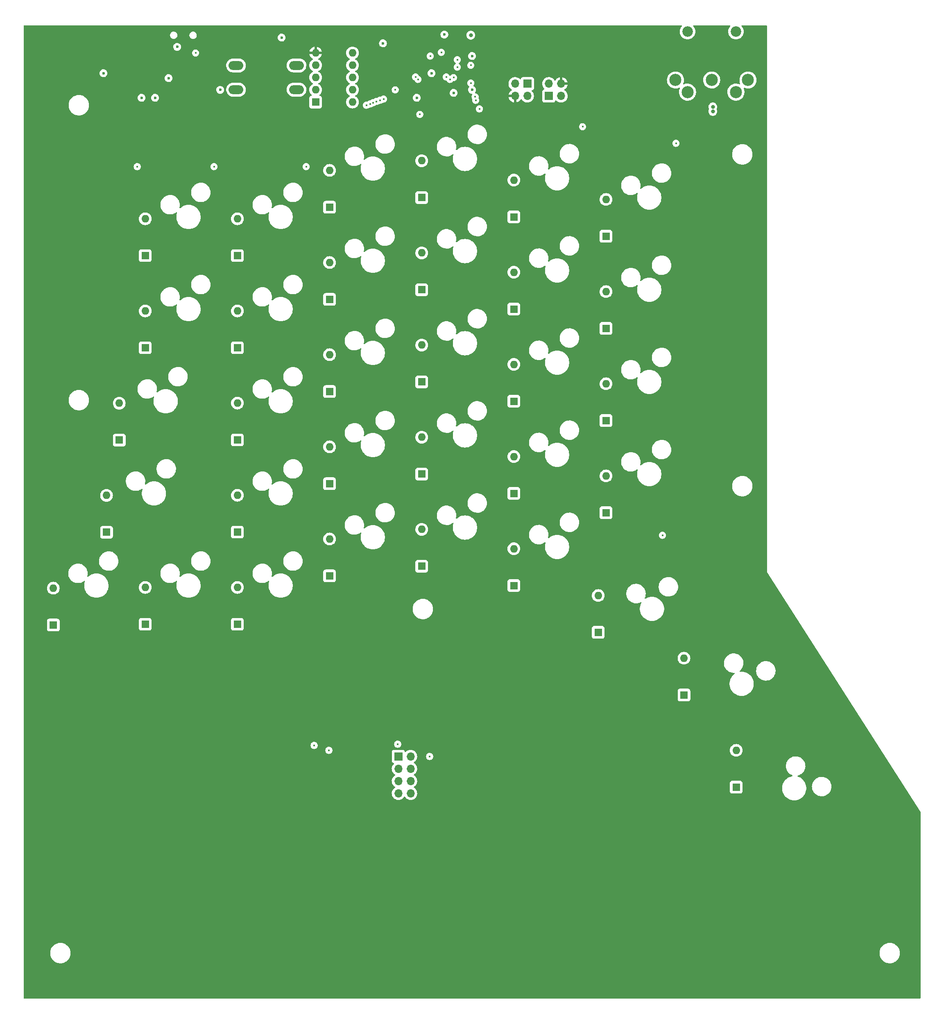
<source format=gbr>
%TF.GenerationSoftware,KiCad,Pcbnew,(6.0.0)*%
%TF.CreationDate,2022-01-02T22:46:40-08:00*%
%TF.ProjectId,thumbler_left,7468756d-626c-4657-925f-6c6566742e6b,rev?*%
%TF.SameCoordinates,Original*%
%TF.FileFunction,Copper,L3,Inr*%
%TF.FilePolarity,Positive*%
%FSLAX46Y46*%
G04 Gerber Fmt 4.6, Leading zero omitted, Abs format (unit mm)*
G04 Created by KiCad (PCBNEW (6.0.0)) date 2022-01-02 22:46:40*
%MOMM*%
%LPD*%
G01*
G04 APERTURE LIST*
%TA.AperFunction,ComponentPad*%
%ADD10R,1.600000X1.600000*%
%TD*%
%TA.AperFunction,ComponentPad*%
%ADD11O,1.600000X1.600000*%
%TD*%
%TA.AperFunction,ComponentPad*%
%ADD12C,2.500000*%
%TD*%
%TA.AperFunction,ComponentPad*%
%ADD13C,2.184400*%
%TD*%
%TA.AperFunction,ComponentPad*%
%ADD14R,1.700000X1.700000*%
%TD*%
%TA.AperFunction,ComponentPad*%
%ADD15O,1.700000X1.700000*%
%TD*%
%TA.AperFunction,ComponentPad*%
%ADD16O,3.048000X1.850000*%
%TD*%
%TA.AperFunction,ViaPad*%
%ADD17C,0.600000*%
%TD*%
%TA.AperFunction,ViaPad*%
%ADD18C,0.800000*%
%TD*%
%TA.AperFunction,ViaPad*%
%ADD19C,0.450000*%
%TD*%
G04 APERTURE END LIST*
D10*
%TO.N,L_ROW1*%
%TO.C,D6*%
X107711000Y-186032200D03*
D11*
%TO.N,Net-(D6-Pad2)*%
X107711000Y-178412200D03*
%TD*%
D10*
%TO.N,L_ROW5*%
%TO.C,D3*%
X88701000Y-262394000D03*
D11*
%TO.N,Net-(D3-Pad2)*%
X88701000Y-254774000D03*
%TD*%
D10*
%TO.N,L_ROW3*%
%TO.C,D29*%
X201345800Y-263906000D03*
D11*
%TO.N,Net-(D29-Pad2)*%
X201345800Y-256286000D03*
%TD*%
D10*
%TO.N,L_ROW4*%
%TO.C,D30*%
X219075000Y-276860000D03*
D11*
%TO.N,Net-(D30-Pad2)*%
X219075000Y-269240000D03*
%TD*%
D10*
%TO.N,L_ROW5*%
%TO.C,D31*%
X229870000Y-295910000D03*
D11*
%TO.N,Net-(D31-Pad2)*%
X229870000Y-288290000D03*
%TD*%
D12*
%TO.N,GND*%
%TO.C,J4*%
X217317306Y-149732831D03*
%TO.N,Net-(J4-Pad2)*%
X224817306Y-149732831D03*
%TO.N,L_RX*%
X232317306Y-149732831D03*
%TO.N,+5V*%
X219817306Y-152232831D03*
%TO.N,L_TX*%
X229817306Y-152232831D03*
D13*
%TO.N,N/C*%
X229817306Y-139732831D03*
X219817306Y-139732831D03*
%TD*%
D14*
%TO.N,GND*%
%TO.C,J3*%
X186695000Y-150490000D03*
D15*
%TO.N,L_SWCLK*%
X186695000Y-153030000D03*
%TO.N,L_SWDIO*%
X184155000Y-150490000D03*
%TO.N,+3V3*%
X184155000Y-153030000D03*
%TD*%
D14*
%TO.N,GND*%
%TO.C,J2*%
X191135000Y-153035000D03*
D15*
%TO.N,L_TX*%
X191135000Y-150495000D03*
%TO.N,L_RX*%
X193675000Y-153035000D03*
%TO.N,+3V3*%
X193675000Y-150495000D03*
%TD*%
D10*
%TO.N,L_ROW1*%
%TO.C,D9*%
X126761000Y-186032200D03*
D11*
%TO.N,Net-(D9-Pad2)*%
X126761000Y-178412200D03*
%TD*%
D10*
%TO.N,L_ROW1*%
%TO.C,D14*%
X145811000Y-176032200D03*
D11*
%TO.N,Net-(D14-Pad2)*%
X145811000Y-168412200D03*
%TD*%
D10*
%TO.N,L_ROW1*%
%TO.C,D19*%
X164861000Y-174032200D03*
D11*
%TO.N,Net-(D19-Pad2)*%
X164861000Y-166412200D03*
%TD*%
D10*
%TO.N,L_ROW1*%
%TO.C,D24*%
X183911000Y-178032200D03*
D11*
%TO.N,Net-(D24-Pad2)*%
X183911000Y-170412200D03*
%TD*%
D10*
%TO.N,L_ROW2*%
%TO.C,D32*%
X202961000Y-182032200D03*
D11*
%TO.N,Net-(D32-Pad2)*%
X202961000Y-174412200D03*
%TD*%
D10*
%TO.N,L_ROW2*%
%TO.C,D7*%
X107711000Y-205082200D03*
D11*
%TO.N,Net-(D7-Pad2)*%
X107711000Y-197462200D03*
%TD*%
D10*
%TO.N,L_ROW2*%
%TO.C,D10*%
X126761000Y-205082200D03*
D11*
%TO.N,Net-(D10-Pad2)*%
X126761000Y-197462200D03*
%TD*%
D10*
%TO.N,L_ROW2*%
%TO.C,D15*%
X145811000Y-195082200D03*
D11*
%TO.N,Net-(D15-Pad2)*%
X145811000Y-187462200D03*
%TD*%
D10*
%TO.N,L_ROW2*%
%TO.C,D20*%
X164861000Y-193082200D03*
D11*
%TO.N,Net-(D20-Pad2)*%
X164861000Y-185462200D03*
%TD*%
D10*
%TO.N,L_ROW2*%
%TO.C,D25*%
X183911000Y-197082200D03*
D11*
%TO.N,Net-(D25-Pad2)*%
X183911000Y-189462200D03*
%TD*%
D10*
%TO.N,L_ROW3*%
%TO.C,D33*%
X202961000Y-201082200D03*
D11*
%TO.N,Net-(D33-Pad2)*%
X202961000Y-193462200D03*
%TD*%
D10*
%TO.N,L_ROW3*%
%TO.C,D4*%
X102331600Y-224155000D03*
D11*
%TO.N,Net-(D4-Pad2)*%
X102331600Y-216535000D03*
%TD*%
D10*
%TO.N,L_ROW3*%
%TO.C,D11*%
X126761000Y-224132200D03*
D11*
%TO.N,Net-(D11-Pad2)*%
X126761000Y-216512200D03*
%TD*%
D10*
%TO.N,L_ROW3*%
%TO.C,D16*%
X145811000Y-214132200D03*
D11*
%TO.N,Net-(D16-Pad2)*%
X145811000Y-206512200D03*
%TD*%
D10*
%TO.N,L_ROW3*%
%TO.C,D21*%
X164861000Y-212132200D03*
D11*
%TO.N,Net-(D21-Pad2)*%
X164861000Y-204512200D03*
%TD*%
D10*
%TO.N,L_ROW3*%
%TO.C,D26*%
X183911000Y-216132200D03*
D11*
%TO.N,Net-(D26-Pad2)*%
X183911000Y-208512200D03*
%TD*%
D10*
%TO.N,L_ROW4*%
%TO.C,D34*%
X202961000Y-220132200D03*
D11*
%TO.N,Net-(D34-Pad2)*%
X202961000Y-212512200D03*
%TD*%
D10*
%TO.N,L_ROW4*%
%TO.C,D5*%
X99695000Y-243205000D03*
D11*
%TO.N,Net-(D5-Pad2)*%
X99695000Y-235585000D03*
%TD*%
D10*
%TO.N,L_ROW4*%
%TO.C,D12*%
X126761000Y-243182200D03*
D11*
%TO.N,Net-(D12-Pad2)*%
X126761000Y-235562200D03*
%TD*%
D10*
%TO.N,L_ROW4*%
%TO.C,D17*%
X145811000Y-233182200D03*
D11*
%TO.N,Net-(D17-Pad2)*%
X145811000Y-225562200D03*
%TD*%
D10*
%TO.N,L_ROW4*%
%TO.C,D22*%
X164861000Y-231182200D03*
D11*
%TO.N,Net-(D22-Pad2)*%
X164861000Y-223562200D03*
%TD*%
D10*
%TO.N,L_ROW4*%
%TO.C,D27*%
X183911000Y-235182200D03*
D11*
%TO.N,Net-(D27-Pad2)*%
X183911000Y-227562200D03*
%TD*%
D10*
%TO.N,L_ROW5*%
%TO.C,D35*%
X202961000Y-239182200D03*
D11*
%TO.N,Net-(D35-Pad2)*%
X202961000Y-231562200D03*
%TD*%
D10*
%TO.N,L_ROW5*%
%TO.C,D8*%
X107711000Y-262232200D03*
D11*
%TO.N,Net-(D8-Pad2)*%
X107711000Y-254612200D03*
%TD*%
D10*
%TO.N,L_ROW5*%
%TO.C,D13*%
X126761000Y-262232200D03*
D11*
%TO.N,Net-(D13-Pad2)*%
X126761000Y-254612200D03*
%TD*%
D10*
%TO.N,L_ROW5*%
%TO.C,D18*%
X145811000Y-252232200D03*
D11*
%TO.N,Net-(D18-Pad2)*%
X145811000Y-244612200D03*
%TD*%
D10*
%TO.N,L_ROW5*%
%TO.C,D23*%
X164861000Y-250232200D03*
D11*
%TO.N,Net-(D23-Pad2)*%
X164861000Y-242612200D03*
%TD*%
D10*
%TO.N,L_ROW5*%
%TO.C,D28*%
X183911000Y-254232200D03*
D11*
%TO.N,Net-(D28-Pad2)*%
X183911000Y-246612200D03*
%TD*%
D14*
%TO.N,GND*%
%TO.C,J9*%
X160020000Y-289560000D03*
D15*
%TO.N,ENC_BN*%
X162560000Y-289560000D03*
%TO.N,ENC_B*%
X160020000Y-292100000D03*
%TO.N,ENC_A*%
X162560000Y-292100000D03*
%TO.N,ENC_LF*%
X160020000Y-294640000D03*
%TO.N,ENC_UP*%
X162560000Y-294640000D03*
%TO.N,ENC_RT*%
X160020000Y-297180000D03*
%TO.N,ENC_DN*%
X162560000Y-297180000D03*
%TD*%
D16*
%TO.N,GND*%
%TO.C,SW1*%
X126475000Y-151725000D03*
X138975000Y-151725000D03*
%TO.N,~{RST}*%
X126475000Y-146725000D03*
X138975000Y-146725000D03*
%TD*%
D10*
%TO.N,GND*%
%TO.C,SW2*%
X142925750Y-154294250D03*
D11*
X142925750Y-151754250D03*
X142925750Y-149214250D03*
X142925750Y-146674250D03*
%TO.N,+3V3*%
X142925750Y-144134250D03*
%TO.N,L_BOOT0*%
X150545750Y-144134250D03*
%TO.N,L_OPT4*%
X150545750Y-146674250D03*
%TO.N,L_OPT3*%
X150545750Y-149214250D03*
%TO.N,L_OPT2*%
X150545750Y-151754250D03*
%TO.N,L_OPT1*%
X150545750Y-154294250D03*
%TD*%
D17*
%TO.N,GND*%
X171450000Y-152400000D03*
X169545000Y-140335000D03*
X163830000Y-153416000D03*
X166878000Y-148336000D03*
X175260000Y-151765000D03*
X135890000Y-140970000D03*
X156845000Y-142157502D03*
X114300000Y-142875000D03*
X175259999Y-144779999D03*
X106934000Y-153416000D03*
X109728000Y-153416000D03*
X99060000Y-148336000D03*
X112522000Y-149352000D03*
D18*
X175006000Y-140462000D03*
D17*
%TO.N,+3V3*%
X104140000Y-148844000D03*
X107315000Y-150495000D03*
X168323436Y-140675575D03*
X174056100Y-142727600D03*
X172786077Y-152310500D03*
X165039100Y-150628100D03*
D19*
%TO.N,~{RST}*%
X168910002Y-144018000D03*
D17*
%TO.N,+5V*%
X123190000Y-151765000D03*
D19*
%TO.N,L_TX*%
X175006000Y-146685000D03*
D18*
X225044000Y-155282497D03*
%TO.N,L_RX*%
X225044000Y-156210000D03*
D19*
X172212000Y-147066000D03*
%TO.N,L_SWCLK*%
X175006000Y-150368000D03*
%TO.N,L_SWDIO*%
X171450000Y-149225000D03*
%TO.N,L_COL7*%
X106045000Y-167640000D03*
%TO.N,L_BOOT0*%
X172212000Y-145542000D03*
%TO.N,L_USB_D+*%
X170688000Y-149606000D03*
X164084000Y-149606000D03*
%TO.N,L_USB_D-*%
X163576000Y-149098000D03*
X169926000Y-149098000D03*
%TO.N,L_COL6*%
X121920000Y-167640000D03*
%TO.N,L_COL5*%
X140970000Y-167640000D03*
%TO.N,L_COL4*%
X164465000Y-156845000D03*
%TO.N,L_COL3*%
X176784000Y-155702000D03*
%TO.N,L_COL2*%
X176022000Y-153924000D03*
X198120000Y-159385000D03*
%TO.N,L_COL8*%
X166624000Y-144780000D03*
X214630000Y-243840000D03*
%TO.N,L_COL1*%
X217424000Y-162814000D03*
X175897840Y-153208100D03*
%TO.N,Net-(F1-Pad1)*%
X118110000Y-144145000D03*
%TO.N,ENC_DN*%
X155448000Y-154178000D03*
%TO.N,ENC_RT*%
X156210000Y-153924000D03*
X142621000Y-287274000D03*
%TO.N,ENC_UP*%
X156972000Y-153670000D03*
X159893000Y-287020000D03*
%TO.N,ENC_LF*%
X154784117Y-154432000D03*
X145669000Y-288290000D03*
%TO.N,ENC_A*%
X154178000Y-154686000D03*
%TO.N,ENC_B*%
X153416000Y-154940000D03*
%TO.N,ENC_BN*%
X159385000Y-151765000D03*
X166497000Y-289560000D03*
%TD*%
%TA.AperFunction,Conductor*%
%TO.N,+3V3*%
G36*
X218619775Y-138450002D02*
G01*
X218666268Y-138503658D01*
X218676372Y-138573932D01*
X218647465Y-138637830D01*
X218518308Y-138789054D01*
X218386661Y-139003881D01*
X218290242Y-139236658D01*
X218289087Y-139241470D01*
X218232579Y-139476839D01*
X218232578Y-139476845D01*
X218231424Y-139481652D01*
X218211656Y-139732831D01*
X218231424Y-139984010D01*
X218232578Y-139988817D01*
X218232579Y-139988823D01*
X218259183Y-140099636D01*
X218290242Y-140229004D01*
X218292135Y-140233575D01*
X218292136Y-140233577D01*
X218384172Y-140455771D01*
X218386661Y-140461781D01*
X218518308Y-140676608D01*
X218681940Y-140868197D01*
X218685702Y-140871410D01*
X218835026Y-140998944D01*
X218873529Y-141031829D01*
X219088356Y-141163476D01*
X219092926Y-141165369D01*
X219092928Y-141165370D01*
X219311254Y-141255803D01*
X219321133Y-141259895D01*
X219406635Y-141280422D01*
X219561314Y-141317558D01*
X219561320Y-141317559D01*
X219566127Y-141318713D01*
X219817306Y-141338481D01*
X220068485Y-141318713D01*
X220073292Y-141317559D01*
X220073298Y-141317558D01*
X220227977Y-141280422D01*
X220313479Y-141259895D01*
X220323358Y-141255803D01*
X220541684Y-141165370D01*
X220541686Y-141165369D01*
X220546256Y-141163476D01*
X220761083Y-141031829D01*
X220799587Y-140998944D01*
X220948910Y-140871410D01*
X220952672Y-140868197D01*
X221116304Y-140676608D01*
X221247951Y-140461781D01*
X221250441Y-140455771D01*
X221342476Y-140233577D01*
X221342477Y-140233575D01*
X221344370Y-140229004D01*
X221375429Y-140099636D01*
X221402033Y-139988823D01*
X221402034Y-139988817D01*
X221403188Y-139984010D01*
X221422956Y-139732831D01*
X221403188Y-139481652D01*
X221402034Y-139476845D01*
X221402033Y-139476839D01*
X221345525Y-139241470D01*
X221344370Y-139236658D01*
X221247951Y-139003881D01*
X221116304Y-138789054D01*
X220987147Y-138637830D01*
X220958116Y-138573041D01*
X220968721Y-138502840D01*
X221015596Y-138449518D01*
X221082958Y-138430000D01*
X228551654Y-138430000D01*
X228619775Y-138450002D01*
X228666268Y-138503658D01*
X228676372Y-138573932D01*
X228647465Y-138637830D01*
X228518308Y-138789054D01*
X228386661Y-139003881D01*
X228290242Y-139236658D01*
X228289087Y-139241470D01*
X228232579Y-139476839D01*
X228232578Y-139476845D01*
X228231424Y-139481652D01*
X228211656Y-139732831D01*
X228231424Y-139984010D01*
X228232578Y-139988817D01*
X228232579Y-139988823D01*
X228259183Y-140099636D01*
X228290242Y-140229004D01*
X228292135Y-140233575D01*
X228292136Y-140233577D01*
X228384172Y-140455771D01*
X228386661Y-140461781D01*
X228518308Y-140676608D01*
X228681940Y-140868197D01*
X228685702Y-140871410D01*
X228835026Y-140998944D01*
X228873529Y-141031829D01*
X229088356Y-141163476D01*
X229092926Y-141165369D01*
X229092928Y-141165370D01*
X229311254Y-141255803D01*
X229321133Y-141259895D01*
X229406635Y-141280422D01*
X229561314Y-141317558D01*
X229561320Y-141317559D01*
X229566127Y-141318713D01*
X229817306Y-141338481D01*
X230068485Y-141318713D01*
X230073292Y-141317559D01*
X230073298Y-141317558D01*
X230227977Y-141280422D01*
X230313479Y-141259895D01*
X230323358Y-141255803D01*
X230541684Y-141165370D01*
X230541686Y-141165369D01*
X230546256Y-141163476D01*
X230761083Y-141031829D01*
X230799587Y-140998944D01*
X230948910Y-140871410D01*
X230952672Y-140868197D01*
X231116304Y-140676608D01*
X231247951Y-140461781D01*
X231250441Y-140455771D01*
X231342476Y-140233577D01*
X231342477Y-140233575D01*
X231344370Y-140229004D01*
X231375429Y-140099636D01*
X231402033Y-139988823D01*
X231402034Y-139988817D01*
X231403188Y-139984010D01*
X231422956Y-139732831D01*
X231403188Y-139481652D01*
X231402034Y-139476845D01*
X231402033Y-139476839D01*
X231345525Y-139241470D01*
X231344370Y-139236658D01*
X231247951Y-139003881D01*
X231116304Y-138789054D01*
X230987147Y-138637830D01*
X230958116Y-138573041D01*
X230968721Y-138502840D01*
X231015596Y-138449518D01*
X231082958Y-138430000D01*
X236094000Y-138430000D01*
X236162121Y-138450002D01*
X236208614Y-138503658D01*
X236220000Y-138556000D01*
X236220000Y-251460000D01*
X266382837Y-298514025D01*
X267950077Y-300958920D01*
X267970000Y-301026918D01*
X267970000Y-339472000D01*
X267949998Y-339540121D01*
X267896342Y-339586614D01*
X267844000Y-339598000D01*
X82676000Y-339598000D01*
X82607879Y-339577998D01*
X82561386Y-339524342D01*
X82550000Y-339472000D01*
X82550000Y-330332703D01*
X88060743Y-330332703D01*
X88098268Y-330617734D01*
X88174129Y-330895036D01*
X88286923Y-331159476D01*
X88434561Y-331406161D01*
X88614313Y-331630528D01*
X88822851Y-331828423D01*
X89056317Y-331996186D01*
X89060112Y-331998195D01*
X89060113Y-331998196D01*
X89081869Y-332009715D01*
X89310392Y-332130712D01*
X89580373Y-332229511D01*
X89861264Y-332290755D01*
X89889841Y-332293004D01*
X90084282Y-332308307D01*
X90084291Y-332308307D01*
X90086739Y-332308500D01*
X90242271Y-332308500D01*
X90244407Y-332308354D01*
X90244418Y-332308354D01*
X90452548Y-332294165D01*
X90452554Y-332294164D01*
X90456825Y-332293873D01*
X90461020Y-332293004D01*
X90461022Y-332293004D01*
X90597583Y-332264724D01*
X90738342Y-332235574D01*
X91009343Y-332139607D01*
X91264812Y-332007750D01*
X91268313Y-332005289D01*
X91268317Y-332005287D01*
X91382418Y-331925095D01*
X91500023Y-331842441D01*
X91710622Y-331646740D01*
X91892713Y-331424268D01*
X92042927Y-331179142D01*
X92158483Y-330915898D01*
X92237244Y-330639406D01*
X92277751Y-330354784D01*
X92277845Y-330336951D01*
X92277867Y-330332703D01*
X259510743Y-330332703D01*
X259548268Y-330617734D01*
X259624129Y-330895036D01*
X259736923Y-331159476D01*
X259884561Y-331406161D01*
X260064313Y-331630528D01*
X260272851Y-331828423D01*
X260506317Y-331996186D01*
X260510112Y-331998195D01*
X260510113Y-331998196D01*
X260531869Y-332009715D01*
X260760392Y-332130712D01*
X261030373Y-332229511D01*
X261311264Y-332290755D01*
X261339841Y-332293004D01*
X261534282Y-332308307D01*
X261534291Y-332308307D01*
X261536739Y-332308500D01*
X261692271Y-332308500D01*
X261694407Y-332308354D01*
X261694418Y-332308354D01*
X261902548Y-332294165D01*
X261902554Y-332294164D01*
X261906825Y-332293873D01*
X261911020Y-332293004D01*
X261911022Y-332293004D01*
X262047583Y-332264724D01*
X262188342Y-332235574D01*
X262459343Y-332139607D01*
X262714812Y-332007750D01*
X262718313Y-332005289D01*
X262718317Y-332005287D01*
X262832418Y-331925095D01*
X262950023Y-331842441D01*
X263160622Y-331646740D01*
X263342713Y-331424268D01*
X263492927Y-331179142D01*
X263608483Y-330915898D01*
X263687244Y-330639406D01*
X263727751Y-330354784D01*
X263727845Y-330336951D01*
X263729235Y-330071583D01*
X263729235Y-330071576D01*
X263729257Y-330067297D01*
X263691732Y-329782266D01*
X263615871Y-329504964D01*
X263503077Y-329240524D01*
X263355439Y-328993839D01*
X263175687Y-328769472D01*
X262967149Y-328571577D01*
X262733683Y-328403814D01*
X262711843Y-328392250D01*
X262688654Y-328379972D01*
X262479608Y-328269288D01*
X262209627Y-328170489D01*
X261928736Y-328109245D01*
X261897685Y-328106801D01*
X261705718Y-328091693D01*
X261705709Y-328091693D01*
X261703261Y-328091500D01*
X261547729Y-328091500D01*
X261545593Y-328091646D01*
X261545582Y-328091646D01*
X261337452Y-328105835D01*
X261337446Y-328105836D01*
X261333175Y-328106127D01*
X261328980Y-328106996D01*
X261328978Y-328106996D01*
X261192416Y-328135277D01*
X261051658Y-328164426D01*
X260780657Y-328260393D01*
X260525188Y-328392250D01*
X260521687Y-328394711D01*
X260521683Y-328394713D01*
X260511594Y-328401804D01*
X260289977Y-328557559D01*
X260079378Y-328753260D01*
X259897287Y-328975732D01*
X259747073Y-329220858D01*
X259631517Y-329484102D01*
X259552756Y-329760594D01*
X259512249Y-330045216D01*
X259512227Y-330049505D01*
X259512226Y-330049512D01*
X259510765Y-330328417D01*
X259510743Y-330332703D01*
X92277867Y-330332703D01*
X92279235Y-330071583D01*
X92279235Y-330071576D01*
X92279257Y-330067297D01*
X92241732Y-329782266D01*
X92165871Y-329504964D01*
X92053077Y-329240524D01*
X91905439Y-328993839D01*
X91725687Y-328769472D01*
X91517149Y-328571577D01*
X91283683Y-328403814D01*
X91261843Y-328392250D01*
X91238654Y-328379972D01*
X91029608Y-328269288D01*
X90759627Y-328170489D01*
X90478736Y-328109245D01*
X90447685Y-328106801D01*
X90255718Y-328091693D01*
X90255709Y-328091693D01*
X90253261Y-328091500D01*
X90097729Y-328091500D01*
X90095593Y-328091646D01*
X90095582Y-328091646D01*
X89887452Y-328105835D01*
X89887446Y-328105836D01*
X89883175Y-328106127D01*
X89878980Y-328106996D01*
X89878978Y-328106996D01*
X89742416Y-328135277D01*
X89601658Y-328164426D01*
X89330657Y-328260393D01*
X89075188Y-328392250D01*
X89071687Y-328394711D01*
X89071683Y-328394713D01*
X89061594Y-328401804D01*
X88839977Y-328557559D01*
X88629378Y-328753260D01*
X88447287Y-328975732D01*
X88297073Y-329220858D01*
X88181517Y-329484102D01*
X88102756Y-329760594D01*
X88062249Y-330045216D01*
X88062227Y-330049505D01*
X88062226Y-330049512D01*
X88060765Y-330328417D01*
X88060743Y-330332703D01*
X82550000Y-330332703D01*
X82550000Y-297146695D01*
X158657251Y-297146695D01*
X158657548Y-297151848D01*
X158657548Y-297151851D01*
X158663011Y-297246590D01*
X158670110Y-297369715D01*
X158671247Y-297374761D01*
X158671248Y-297374767D01*
X158678677Y-297407731D01*
X158719222Y-297587639D01*
X158772133Y-297717945D01*
X158793530Y-297770638D01*
X158803266Y-297794616D01*
X158854019Y-297877438D01*
X158917291Y-297980688D01*
X158919987Y-297985088D01*
X159066250Y-298153938D01*
X159238126Y-298296632D01*
X159431000Y-298409338D01*
X159639692Y-298489030D01*
X159644760Y-298490061D01*
X159644763Y-298490062D01*
X159752017Y-298511883D01*
X159858597Y-298533567D01*
X159863772Y-298533757D01*
X159863774Y-298533757D01*
X160076673Y-298541564D01*
X160076677Y-298541564D01*
X160081837Y-298541753D01*
X160086957Y-298541097D01*
X160086959Y-298541097D01*
X160298288Y-298514025D01*
X160298289Y-298514025D01*
X160303416Y-298513368D01*
X160308366Y-298511883D01*
X160512429Y-298450661D01*
X160512434Y-298450659D01*
X160517384Y-298449174D01*
X160717994Y-298350896D01*
X160899860Y-298221173D01*
X161058096Y-298063489D01*
X161117594Y-297980689D01*
X161188453Y-297882077D01*
X161189776Y-297883028D01*
X161236645Y-297839857D01*
X161306580Y-297827625D01*
X161372026Y-297855144D01*
X161399875Y-297886994D01*
X161459987Y-297985088D01*
X161606250Y-298153938D01*
X161778126Y-298296632D01*
X161971000Y-298409338D01*
X162179692Y-298489030D01*
X162184760Y-298490061D01*
X162184763Y-298490062D01*
X162292017Y-298511883D01*
X162398597Y-298533567D01*
X162403772Y-298533757D01*
X162403774Y-298533757D01*
X162616673Y-298541564D01*
X162616677Y-298541564D01*
X162621837Y-298541753D01*
X162626957Y-298541097D01*
X162626959Y-298541097D01*
X162838288Y-298514025D01*
X162838289Y-298514025D01*
X162843416Y-298513368D01*
X162848366Y-298511883D01*
X163052429Y-298450661D01*
X163052434Y-298450659D01*
X163057384Y-298449174D01*
X163257994Y-298350896D01*
X163439860Y-298221173D01*
X163598096Y-298063489D01*
X163657594Y-297980689D01*
X163725435Y-297886277D01*
X163728453Y-297882077D01*
X163749320Y-297839857D01*
X163825136Y-297686453D01*
X163825137Y-297686451D01*
X163827430Y-297681811D01*
X163859900Y-297574940D01*
X163890865Y-297473023D01*
X163890865Y-297473021D01*
X163892370Y-297468069D01*
X163921529Y-297246590D01*
X163921611Y-297243240D01*
X163923074Y-297183365D01*
X163923074Y-297183361D01*
X163923156Y-297180000D01*
X163904852Y-296957361D01*
X163854810Y-296758134D01*
X228561500Y-296758134D01*
X228568255Y-296820316D01*
X228619385Y-296956705D01*
X228706739Y-297073261D01*
X228823295Y-297160615D01*
X228959684Y-297211745D01*
X229021866Y-297218500D01*
X230718134Y-297218500D01*
X230780316Y-297211745D01*
X230916705Y-297160615D01*
X231033261Y-297073261D01*
X231120615Y-296956705D01*
X231171745Y-296820316D01*
X231178500Y-296758134D01*
X231178500Y-296274253D01*
X239368512Y-296274253D01*
X239407976Y-296586645D01*
X239486282Y-296891628D01*
X239602196Y-297184392D01*
X239604098Y-297187851D01*
X239604099Y-297187854D01*
X239724978Y-297407731D01*
X239753888Y-297460319D01*
X239823430Y-297556036D01*
X239918184Y-297686453D01*
X239938967Y-297715059D01*
X240154514Y-297944593D01*
X240397130Y-298145302D01*
X240400474Y-298147424D01*
X240630380Y-298293327D01*
X240662988Y-298314021D01*
X240666567Y-298315705D01*
X240666574Y-298315709D01*
X240944306Y-298446399D01*
X240944310Y-298446401D01*
X240947896Y-298448088D01*
X241247360Y-298545390D01*
X241556658Y-298604392D01*
X241650212Y-298610278D01*
X241790270Y-298619090D01*
X241790286Y-298619091D01*
X241792265Y-298619215D01*
X241949559Y-298619215D01*
X241951538Y-298619091D01*
X241951554Y-298619090D01*
X242091612Y-298610278D01*
X242185166Y-298604392D01*
X242494464Y-298545390D01*
X242793928Y-298448088D01*
X242797514Y-298446401D01*
X242797518Y-298446399D01*
X243075250Y-298315709D01*
X243075257Y-298315705D01*
X243078836Y-298314021D01*
X243111445Y-298293327D01*
X243341350Y-298147424D01*
X243344694Y-298145302D01*
X243587310Y-297944593D01*
X243802857Y-297715059D01*
X243823641Y-297686453D01*
X243918394Y-297556036D01*
X243987936Y-297460319D01*
X244016847Y-297407731D01*
X244137725Y-297187854D01*
X244137726Y-297187851D01*
X244139628Y-297184392D01*
X244255542Y-296891628D01*
X244333848Y-296586645D01*
X244373312Y-296274253D01*
X244373312Y-295959377D01*
X244341335Y-295706253D01*
X245528143Y-295706253D01*
X245528296Y-295710641D01*
X245528296Y-295710647D01*
X245537401Y-295971364D01*
X245537946Y-295986978D01*
X245538708Y-295991301D01*
X245538709Y-295991308D01*
X245562485Y-296126144D01*
X245586723Y-296263607D01*
X245673524Y-296530755D01*
X245675452Y-296534708D01*
X245675454Y-296534713D01*
X245702654Y-296590480D01*
X245796661Y-296783222D01*
X245799116Y-296786861D01*
X245799119Y-296786867D01*
X245867204Y-296887807D01*
X245953736Y-297016096D01*
X246141692Y-297224842D01*
X246356871Y-297405399D01*
X246595085Y-297554251D01*
X246851696Y-297668502D01*
X247121711Y-297745927D01*
X247126061Y-297746538D01*
X247126064Y-297746539D01*
X247229011Y-297761007D01*
X247399873Y-297785020D01*
X247610467Y-297785020D01*
X247612653Y-297784867D01*
X247612657Y-297784867D01*
X247816148Y-297770638D01*
X247816153Y-297770637D01*
X247820533Y-297770331D01*
X248095291Y-297711929D01*
X248099420Y-297710426D01*
X248099424Y-297710425D01*
X248355102Y-297617366D01*
X248355106Y-297617364D01*
X248359247Y-297615857D01*
X248607263Y-297483984D01*
X248622350Y-297473023D01*
X248830950Y-297321467D01*
X248830953Y-297321464D01*
X248834513Y-297318878D01*
X248909370Y-297246590D01*
X248935268Y-297221580D01*
X249036573Y-297123751D01*
X249209509Y-296902402D01*
X249211705Y-296898598D01*
X249211710Y-296898591D01*
X249347756Y-296662951D01*
X249349957Y-296659139D01*
X249455183Y-296398696D01*
X249467754Y-296348277D01*
X249522074Y-296130413D01*
X249522075Y-296130408D01*
X249523138Y-296126144D01*
X249540250Y-295963336D01*
X249552040Y-295851156D01*
X249552040Y-295851153D01*
X249552499Y-295846787D01*
X249552346Y-295842393D01*
X249542850Y-295570459D01*
X249542849Y-295570453D01*
X249542696Y-295566062D01*
X249535833Y-295527137D01*
X249510951Y-295386026D01*
X249493919Y-295289433D01*
X249407118Y-295022285D01*
X249399927Y-295007540D01*
X249287378Y-294776783D01*
X249283981Y-294769818D01*
X249281526Y-294766179D01*
X249281523Y-294766173D01*
X249176877Y-294611029D01*
X249126906Y-294536944D01*
X248938950Y-294328198D01*
X248723771Y-294147641D01*
X248485557Y-293998789D01*
X248228946Y-293884538D01*
X247958931Y-293807113D01*
X247954581Y-293806502D01*
X247954578Y-293806501D01*
X247851631Y-293792033D01*
X247680769Y-293768020D01*
X247470175Y-293768020D01*
X247467989Y-293768173D01*
X247467985Y-293768173D01*
X247264494Y-293782402D01*
X247264489Y-293782403D01*
X247260109Y-293782709D01*
X246985351Y-293841111D01*
X246981222Y-293842614D01*
X246981218Y-293842615D01*
X246725540Y-293935674D01*
X246725536Y-293935676D01*
X246721395Y-293937183D01*
X246473379Y-294069056D01*
X246469820Y-294071642D01*
X246469818Y-294071643D01*
X246341860Y-294164610D01*
X246246129Y-294234162D01*
X246044069Y-294429289D01*
X245871133Y-294650638D01*
X245868937Y-294654442D01*
X245868932Y-294654449D01*
X245767743Y-294829715D01*
X245730685Y-294893901D01*
X245625459Y-295154344D01*
X245624394Y-295158617D01*
X245624393Y-295158619D01*
X245577605Y-295346277D01*
X245557504Y-295426896D01*
X245557045Y-295431264D01*
X245557044Y-295431269D01*
X245531162Y-295677529D01*
X245528143Y-295706253D01*
X244341335Y-295706253D01*
X244333848Y-295646985D01*
X244255542Y-295342002D01*
X244139628Y-295049238D01*
X244135977Y-295042596D01*
X243989845Y-294776783D01*
X243989843Y-294776780D01*
X243987936Y-294773311D01*
X243816206Y-294536944D01*
X243805185Y-294521775D01*
X243805184Y-294521773D01*
X243802857Y-294518571D01*
X243587310Y-294289037D01*
X243344694Y-294088328D01*
X243078836Y-293919609D01*
X243075257Y-293917925D01*
X243075250Y-293917921D01*
X242797518Y-293787231D01*
X242797514Y-293787229D01*
X242793928Y-293785542D01*
X242783452Y-293782138D01*
X242648635Y-293738333D01*
X242590029Y-293698259D01*
X242562392Y-293632863D01*
X242574499Y-293562906D01*
X242622505Y-293510600D01*
X242661373Y-293495253D01*
X242720587Y-293482667D01*
X242724716Y-293481164D01*
X242724720Y-293481163D01*
X242980398Y-293388104D01*
X242980402Y-293388102D01*
X242984543Y-293386595D01*
X243232559Y-293254722D01*
X243236120Y-293252135D01*
X243456246Y-293092205D01*
X243456249Y-293092202D01*
X243459809Y-293089616D01*
X243661869Y-292894489D01*
X243834805Y-292673140D01*
X243837001Y-292669336D01*
X243837006Y-292669329D01*
X243973052Y-292433689D01*
X243975253Y-292429877D01*
X244080479Y-292169434D01*
X244114161Y-292034345D01*
X244147370Y-291901151D01*
X244147371Y-291901146D01*
X244148434Y-291896882D01*
X244149944Y-291882522D01*
X244177336Y-291621894D01*
X244177336Y-291621891D01*
X244177795Y-291617525D01*
X244177642Y-291613131D01*
X244168146Y-291341197D01*
X244168145Y-291341191D01*
X244167992Y-291336800D01*
X244144225Y-291202007D01*
X244123482Y-291084373D01*
X244119215Y-291060171D01*
X244032414Y-290793023D01*
X244022776Y-290773261D01*
X243938842Y-290601173D01*
X243909277Y-290540556D01*
X243906822Y-290536917D01*
X243906819Y-290536911D01*
X243826552Y-290417911D01*
X243752202Y-290307682D01*
X243721659Y-290273760D01*
X243567183Y-290102198D01*
X243564246Y-290098936D01*
X243349067Y-289918379D01*
X243110853Y-289769527D01*
X242854242Y-289655276D01*
X242604078Y-289583543D01*
X242588454Y-289579063D01*
X242588453Y-289579063D01*
X242584227Y-289577851D01*
X242579877Y-289577240D01*
X242579874Y-289577239D01*
X242457210Y-289560000D01*
X242306065Y-289538758D01*
X242095471Y-289538758D01*
X242093285Y-289538911D01*
X242093281Y-289538911D01*
X241889790Y-289553140D01*
X241889785Y-289553141D01*
X241885405Y-289553447D01*
X241610647Y-289611849D01*
X241606518Y-289613352D01*
X241606514Y-289613353D01*
X241350836Y-289706412D01*
X241350832Y-289706414D01*
X241346691Y-289707921D01*
X241098675Y-289839794D01*
X241095116Y-289842380D01*
X241095114Y-289842381D01*
X240990512Y-289918379D01*
X240871425Y-290004900D01*
X240868261Y-290007956D01*
X240868258Y-290007958D01*
X240846886Y-290028597D01*
X240669365Y-290200027D01*
X240496429Y-290421376D01*
X240494233Y-290425180D01*
X240494228Y-290425187D01*
X240394727Y-290597529D01*
X240355981Y-290664639D01*
X240250755Y-290925082D01*
X240249690Y-290929355D01*
X240249689Y-290929357D01*
X240215996Y-291064494D01*
X240182800Y-291197634D01*
X240182341Y-291202002D01*
X240182340Y-291202007D01*
X240158727Y-291426680D01*
X240153439Y-291476991D01*
X240153592Y-291481379D01*
X240153592Y-291481385D01*
X240158758Y-291629305D01*
X240163242Y-291757716D01*
X240164004Y-291762039D01*
X240164005Y-291762046D01*
X240187781Y-291896882D01*
X240212019Y-292034345D01*
X240298820Y-292301493D01*
X240421957Y-292553960D01*
X240424412Y-292557599D01*
X240424415Y-292557605D01*
X240457364Y-292606453D01*
X240579032Y-292786834D01*
X240581977Y-292790105D01*
X240581978Y-292790106D01*
X240597184Y-292806994D01*
X240766988Y-292995580D01*
X240982167Y-293176137D01*
X241220381Y-293324989D01*
X241432327Y-293419354D01*
X241486422Y-293465333D01*
X241507071Y-293533261D01*
X241487719Y-293601569D01*
X241434508Y-293648570D01*
X241404687Y-293658228D01*
X241332236Y-293672049D01*
X241247360Y-293688240D01*
X241243583Y-293689467D01*
X241243584Y-293689467D01*
X240969874Y-293778401D01*
X240947896Y-293785542D01*
X240944310Y-293787229D01*
X240944306Y-293787231D01*
X240666574Y-293917921D01*
X240666567Y-293917925D01*
X240662988Y-293919609D01*
X240397130Y-294088328D01*
X240154514Y-294289037D01*
X239938967Y-294518571D01*
X239936640Y-294521773D01*
X239936639Y-294521775D01*
X239925618Y-294536944D01*
X239753888Y-294773311D01*
X239751981Y-294776780D01*
X239751979Y-294776783D01*
X239605847Y-295042596D01*
X239602196Y-295049238D01*
X239486282Y-295342002D01*
X239407976Y-295646985D01*
X239368512Y-295959377D01*
X239368512Y-296274253D01*
X231178500Y-296274253D01*
X231178500Y-295061866D01*
X231171745Y-294999684D01*
X231120615Y-294863295D01*
X231033261Y-294746739D01*
X230916705Y-294659385D01*
X230780316Y-294608255D01*
X230718134Y-294601500D01*
X229021866Y-294601500D01*
X228959684Y-294608255D01*
X228823295Y-294659385D01*
X228706739Y-294746739D01*
X228619385Y-294863295D01*
X228568255Y-294999684D01*
X228561500Y-295061866D01*
X228561500Y-296758134D01*
X163854810Y-296758134D01*
X163850431Y-296740702D01*
X163761354Y-296535840D01*
X163640014Y-296348277D01*
X163489670Y-296183051D01*
X163485619Y-296179852D01*
X163485615Y-296179848D01*
X163318414Y-296047800D01*
X163318410Y-296047798D01*
X163314359Y-296044598D01*
X163273053Y-296021796D01*
X163223084Y-295971364D01*
X163208312Y-295901921D01*
X163233428Y-295835516D01*
X163260780Y-295808909D01*
X163304603Y-295777650D01*
X163439860Y-295681173D01*
X163598096Y-295523489D01*
X163657594Y-295440689D01*
X163725435Y-295346277D01*
X163728453Y-295342077D01*
X163749320Y-295299857D01*
X163825136Y-295146453D01*
X163825137Y-295146451D01*
X163827430Y-295141811D01*
X163892370Y-294928069D01*
X163921529Y-294706590D01*
X163922551Y-294664771D01*
X163923074Y-294643365D01*
X163923074Y-294643361D01*
X163923156Y-294640000D01*
X163904852Y-294417361D01*
X163850431Y-294200702D01*
X163761354Y-293995840D01*
X163690506Y-293886325D01*
X163642822Y-293812617D01*
X163642820Y-293812614D01*
X163640014Y-293808277D01*
X163489670Y-293643051D01*
X163485619Y-293639852D01*
X163485615Y-293639848D01*
X163318414Y-293507800D01*
X163318410Y-293507798D01*
X163314359Y-293504598D01*
X163273053Y-293481796D01*
X163223084Y-293431364D01*
X163208312Y-293361921D01*
X163233428Y-293295516D01*
X163260780Y-293268909D01*
X163304603Y-293237650D01*
X163439860Y-293141173D01*
X163489000Y-293092205D01*
X163583131Y-292998402D01*
X163598096Y-292983489D01*
X163657594Y-292900689D01*
X163725435Y-292806277D01*
X163728453Y-292802077D01*
X163734370Y-292790106D01*
X163825136Y-292606453D01*
X163825137Y-292606451D01*
X163827430Y-292601811D01*
X163892370Y-292388069D01*
X163921529Y-292166590D01*
X163923156Y-292100000D01*
X163904852Y-291877361D01*
X163850431Y-291660702D01*
X163761354Y-291455840D01*
X163640014Y-291268277D01*
X163489670Y-291103051D01*
X163485619Y-291099852D01*
X163485615Y-291099848D01*
X163318414Y-290967800D01*
X163318410Y-290967798D01*
X163314359Y-290964598D01*
X163273053Y-290941796D01*
X163223084Y-290891364D01*
X163208312Y-290821921D01*
X163233428Y-290755516D01*
X163260780Y-290728909D01*
X163304603Y-290697650D01*
X163439860Y-290601173D01*
X163598096Y-290443489D01*
X163728453Y-290262077D01*
X163757407Y-290203494D01*
X163825136Y-290066453D01*
X163825137Y-290066451D01*
X163827430Y-290061811D01*
X163892370Y-289848069D01*
X163921529Y-289626590D01*
X163921611Y-289623240D01*
X163923074Y-289563365D01*
X163923074Y-289563361D01*
X163923156Y-289560000D01*
X163922309Y-289549694D01*
X165758931Y-289549694D01*
X165774989Y-289713468D01*
X165826932Y-289869615D01*
X165830581Y-289875640D01*
X165855053Y-289916047D01*
X165912179Y-290010373D01*
X166026491Y-290128747D01*
X166164189Y-290218854D01*
X166318428Y-290276215D01*
X166325409Y-290277146D01*
X166325411Y-290277147D01*
X166474561Y-290297048D01*
X166474565Y-290297048D01*
X166481542Y-290297979D01*
X166488553Y-290297341D01*
X166488557Y-290297341D01*
X166638403Y-290283704D01*
X166638404Y-290283704D01*
X166645424Y-290283065D01*
X166710018Y-290262077D01*
X166795230Y-290234390D01*
X166795233Y-290234389D01*
X166801929Y-290232213D01*
X166943279Y-290147951D01*
X167062449Y-290034468D01*
X167078458Y-290010373D01*
X167149614Y-289903275D01*
X167149615Y-289903273D01*
X167153515Y-289897403D01*
X167211951Y-289743568D01*
X167224108Y-289657063D01*
X167234302Y-289584534D01*
X167234303Y-289584527D01*
X167234853Y-289580610D01*
X167235141Y-289560000D01*
X167216798Y-289396466D01*
X167210998Y-289379809D01*
X167164998Y-289247717D01*
X167162680Y-289241060D01*
X167075476Y-289101505D01*
X167017499Y-289043122D01*
X166964486Y-288989737D01*
X166964482Y-288989734D01*
X166959522Y-288984739D01*
X166820580Y-288896563D01*
X166725215Y-288862605D01*
X166672189Y-288843723D01*
X166672187Y-288843722D01*
X166665555Y-288841361D01*
X166658569Y-288840528D01*
X166658565Y-288840527D01*
X166544071Y-288826875D01*
X166502153Y-288821877D01*
X166495150Y-288822613D01*
X166495149Y-288822613D01*
X166451935Y-288827155D01*
X166338495Y-288839078D01*
X166331827Y-288841348D01*
X166189382Y-288889840D01*
X166189379Y-288889841D01*
X166182715Y-288892110D01*
X166102007Y-288941762D01*
X166065226Y-288964390D01*
X166042555Y-288978337D01*
X165924982Y-289093473D01*
X165835838Y-289231797D01*
X165833427Y-289238420D01*
X165833426Y-289238423D01*
X165781966Y-289379809D01*
X165781965Y-289379814D01*
X165779556Y-289386432D01*
X165758931Y-289549694D01*
X163922309Y-289549694D01*
X163904852Y-289337361D01*
X163850431Y-289120702D01*
X163761354Y-288915840D01*
X163700567Y-288821877D01*
X163642822Y-288732617D01*
X163642820Y-288732614D01*
X163640014Y-288728277D01*
X163489670Y-288563051D01*
X163485619Y-288559852D01*
X163485615Y-288559848D01*
X163318414Y-288427800D01*
X163318410Y-288427798D01*
X163314359Y-288424598D01*
X163118789Y-288316638D01*
X163113920Y-288314914D01*
X163113916Y-288314912D01*
X163043566Y-288290000D01*
X228556502Y-288290000D01*
X228576457Y-288518087D01*
X228577881Y-288523400D01*
X228577881Y-288523402D01*
X228633941Y-288732617D01*
X228635716Y-288739243D01*
X228638039Y-288744224D01*
X228638039Y-288744225D01*
X228730151Y-288941762D01*
X228730154Y-288941767D01*
X228732477Y-288946749D01*
X228758047Y-288983266D01*
X228854281Y-289120702D01*
X228863802Y-289134300D01*
X229025700Y-289296198D01*
X229030208Y-289299355D01*
X229030211Y-289299357D01*
X229077319Y-289332342D01*
X229213251Y-289427523D01*
X229218233Y-289429846D01*
X229218238Y-289429849D01*
X229415775Y-289521961D01*
X229420757Y-289524284D01*
X229426065Y-289525706D01*
X229426067Y-289525707D01*
X229636598Y-289582119D01*
X229636600Y-289582119D01*
X229641913Y-289583543D01*
X229870000Y-289603498D01*
X230098087Y-289583543D01*
X230103400Y-289582119D01*
X230103402Y-289582119D01*
X230313933Y-289525707D01*
X230313935Y-289525706D01*
X230319243Y-289524284D01*
X230324225Y-289521961D01*
X230521762Y-289429849D01*
X230521767Y-289429846D01*
X230526749Y-289427523D01*
X230662681Y-289332342D01*
X230709789Y-289299357D01*
X230709792Y-289299355D01*
X230714300Y-289296198D01*
X230876198Y-289134300D01*
X230885720Y-289120702D01*
X230981953Y-288983266D01*
X231007523Y-288946749D01*
X231009846Y-288941767D01*
X231009849Y-288941762D01*
X231101961Y-288744225D01*
X231101961Y-288744224D01*
X231104284Y-288739243D01*
X231106060Y-288732617D01*
X231162119Y-288523402D01*
X231162119Y-288523400D01*
X231163543Y-288518087D01*
X231183498Y-288290000D01*
X231163543Y-288061913D01*
X231144581Y-287991147D01*
X231105707Y-287846067D01*
X231105706Y-287846065D01*
X231104284Y-287840757D01*
X231097639Y-287826507D01*
X231009849Y-287638238D01*
X231009846Y-287638233D01*
X231007523Y-287633251D01*
X230897022Y-287475439D01*
X230879357Y-287450211D01*
X230879355Y-287450208D01*
X230876198Y-287445700D01*
X230714300Y-287283802D01*
X230709792Y-287280645D01*
X230709789Y-287280643D01*
X230546717Y-287166459D01*
X230526749Y-287152477D01*
X230521767Y-287150154D01*
X230521762Y-287150151D01*
X230324225Y-287058039D01*
X230324224Y-287058039D01*
X230319243Y-287055716D01*
X230313935Y-287054294D01*
X230313933Y-287054293D01*
X230103402Y-286997881D01*
X230103400Y-286997881D01*
X230098087Y-286996457D01*
X229870000Y-286976502D01*
X229641913Y-286996457D01*
X229636600Y-286997881D01*
X229636598Y-286997881D01*
X229426067Y-287054293D01*
X229426065Y-287054294D01*
X229420757Y-287055716D01*
X229415776Y-287058039D01*
X229415775Y-287058039D01*
X229218238Y-287150151D01*
X229218233Y-287150154D01*
X229213251Y-287152477D01*
X229193283Y-287166459D01*
X229030211Y-287280643D01*
X229030208Y-287280645D01*
X229025700Y-287283802D01*
X228863802Y-287445700D01*
X228860645Y-287450208D01*
X228860643Y-287450211D01*
X228842978Y-287475439D01*
X228732477Y-287633251D01*
X228730154Y-287638233D01*
X228730151Y-287638238D01*
X228642361Y-287826507D01*
X228635716Y-287840757D01*
X228634294Y-287846065D01*
X228634293Y-287846067D01*
X228595419Y-287991147D01*
X228576457Y-288061913D01*
X228556502Y-288290000D01*
X163043566Y-288290000D01*
X162913087Y-288243795D01*
X162913083Y-288243794D01*
X162908212Y-288242069D01*
X162903119Y-288241162D01*
X162903116Y-288241161D01*
X162693373Y-288203800D01*
X162693367Y-288203799D01*
X162688284Y-288202894D01*
X162614452Y-288201992D01*
X162470081Y-288200228D01*
X162470079Y-288200228D01*
X162464911Y-288200165D01*
X162244091Y-288233955D01*
X162031756Y-288303357D01*
X161833607Y-288406507D01*
X161829474Y-288409610D01*
X161829471Y-288409612D01*
X161684996Y-288518087D01*
X161654965Y-288540635D01*
X161598537Y-288599684D01*
X161574283Y-288625064D01*
X161512759Y-288660494D01*
X161441846Y-288657037D01*
X161384060Y-288615791D01*
X161365207Y-288582243D01*
X161323767Y-288471703D01*
X161320615Y-288463295D01*
X161233261Y-288346739D01*
X161116705Y-288259385D01*
X160980316Y-288208255D01*
X160918134Y-288201500D01*
X159121866Y-288201500D01*
X159059684Y-288208255D01*
X158923295Y-288259385D01*
X158806739Y-288346739D01*
X158719385Y-288463295D01*
X158668255Y-288599684D01*
X158661500Y-288661866D01*
X158661500Y-290458134D01*
X158668255Y-290520316D01*
X158719385Y-290656705D01*
X158806739Y-290773261D01*
X158923295Y-290860615D01*
X158931704Y-290863767D01*
X158931705Y-290863768D01*
X159040451Y-290904535D01*
X159097216Y-290947176D01*
X159121916Y-291013738D01*
X159106709Y-291083087D01*
X159087316Y-291109568D01*
X158960629Y-291242138D01*
X158834743Y-291426680D01*
X158819003Y-291460590D01*
X158748196Y-291613131D01*
X158740688Y-291629305D01*
X158680989Y-291844570D01*
X158657251Y-292066695D01*
X158657548Y-292071848D01*
X158657548Y-292071851D01*
X158662928Y-292165159D01*
X158670110Y-292289715D01*
X158671247Y-292294761D01*
X158671248Y-292294767D01*
X158671820Y-292297304D01*
X158719222Y-292507639D01*
X158803266Y-292714616D01*
X158845284Y-292783183D01*
X158917291Y-292900688D01*
X158919987Y-292905088D01*
X159066250Y-293073938D01*
X159238126Y-293216632D01*
X159306845Y-293256788D01*
X159311445Y-293259476D01*
X159360169Y-293311114D01*
X159373240Y-293380897D01*
X159346509Y-293446669D01*
X159306055Y-293480027D01*
X159300984Y-293482667D01*
X159293607Y-293486507D01*
X159289474Y-293489610D01*
X159289471Y-293489612D01*
X159123249Y-293614415D01*
X159114965Y-293620635D01*
X158960629Y-293782138D01*
X158834743Y-293966680D01*
X158788181Y-294066990D01*
X158751827Y-294145309D01*
X158740688Y-294169305D01*
X158680989Y-294384570D01*
X158657251Y-294606695D01*
X158657548Y-294611848D01*
X158657548Y-294611851D01*
X158663011Y-294706590D01*
X158670110Y-294829715D01*
X158671247Y-294834761D01*
X158671248Y-294834767D01*
X158691119Y-294922939D01*
X158719222Y-295047639D01*
X158803266Y-295254616D01*
X158854019Y-295337438D01*
X158917291Y-295440688D01*
X158919987Y-295445088D01*
X159066250Y-295613938D01*
X159238126Y-295756632D01*
X159308595Y-295797811D01*
X159311445Y-295799476D01*
X159360169Y-295851114D01*
X159373240Y-295920897D01*
X159346509Y-295986669D01*
X159306055Y-296020027D01*
X159293607Y-296026507D01*
X159289474Y-296029610D01*
X159289471Y-296029612D01*
X159119100Y-296157530D01*
X159114965Y-296160635D01*
X158960629Y-296322138D01*
X158834743Y-296506680D01*
X158740688Y-296709305D01*
X158680989Y-296924570D01*
X158657251Y-297146695D01*
X82550000Y-297146695D01*
X82550000Y-288279694D01*
X144930931Y-288279694D01*
X144946989Y-288443468D01*
X144998932Y-288599615D01*
X145002581Y-288605640D01*
X145080279Y-288733933D01*
X145084179Y-288740373D01*
X145198491Y-288858747D01*
X145336189Y-288948854D01*
X145490428Y-289006215D01*
X145497409Y-289007146D01*
X145497411Y-289007147D01*
X145646561Y-289027048D01*
X145646565Y-289027048D01*
X145653542Y-289027979D01*
X145660553Y-289027341D01*
X145660557Y-289027341D01*
X145810403Y-289013704D01*
X145810404Y-289013704D01*
X145817424Y-289013065D01*
X145904602Y-288984739D01*
X145967230Y-288964390D01*
X145967233Y-288964389D01*
X145973929Y-288962213D01*
X146115279Y-288877951D01*
X146234449Y-288764468D01*
X146247092Y-288745439D01*
X146321614Y-288633275D01*
X146321615Y-288633273D01*
X146325515Y-288627403D01*
X146383951Y-288473568D01*
X146393711Y-288404118D01*
X146406302Y-288314534D01*
X146406303Y-288314527D01*
X146406853Y-288310610D01*
X146406995Y-288300430D01*
X146407086Y-288293962D01*
X146407086Y-288293956D01*
X146407141Y-288290000D01*
X146388798Y-288126466D01*
X146382998Y-288109809D01*
X146341350Y-287990215D01*
X146334680Y-287971060D01*
X146247476Y-287831505D01*
X146189499Y-287773122D01*
X146136486Y-287719737D01*
X146136482Y-287719734D01*
X146131522Y-287714739D01*
X145992580Y-287626563D01*
X145897215Y-287592605D01*
X145844189Y-287573723D01*
X145844187Y-287573722D01*
X145837555Y-287571361D01*
X145830569Y-287570528D01*
X145830565Y-287570527D01*
X145716071Y-287556875D01*
X145674153Y-287551877D01*
X145667150Y-287552613D01*
X145667149Y-287552613D01*
X145623935Y-287557155D01*
X145510495Y-287569078D01*
X145503827Y-287571348D01*
X145361382Y-287619840D01*
X145361379Y-287619841D01*
X145354715Y-287622110D01*
X145268753Y-287674994D01*
X145237226Y-287694390D01*
X145214555Y-287708337D01*
X145096982Y-287823473D01*
X145007838Y-287961797D01*
X145005427Y-287968420D01*
X145005426Y-287968423D01*
X144953966Y-288109809D01*
X144953965Y-288109814D01*
X144951556Y-288116432D01*
X144930931Y-288279694D01*
X82550000Y-288279694D01*
X82550000Y-287263694D01*
X141882931Y-287263694D01*
X141898989Y-287427468D01*
X141950932Y-287583615D01*
X141954581Y-287589640D01*
X142028059Y-287710965D01*
X142036179Y-287724373D01*
X142041070Y-287729438D01*
X142041071Y-287729439D01*
X142054847Y-287743704D01*
X142150491Y-287842747D01*
X142288189Y-287932854D01*
X142442428Y-287990215D01*
X142449409Y-287991146D01*
X142449411Y-287991147D01*
X142598561Y-288011048D01*
X142598565Y-288011048D01*
X142605542Y-288011979D01*
X142612553Y-288011341D01*
X142612557Y-288011341D01*
X142762403Y-287997704D01*
X142762404Y-287997704D01*
X142769424Y-287997065D01*
X142828971Y-287977717D01*
X142919230Y-287948390D01*
X142919233Y-287948389D01*
X142925929Y-287946213D01*
X143067279Y-287861951D01*
X143186449Y-287748468D01*
X143205538Y-287719737D01*
X143273614Y-287617275D01*
X143273615Y-287617273D01*
X143277515Y-287611403D01*
X143335951Y-287457568D01*
X143353087Y-287335640D01*
X143358302Y-287298534D01*
X143358303Y-287298527D01*
X143358853Y-287294610D01*
X143359141Y-287274000D01*
X143340798Y-287110466D01*
X143334998Y-287093809D01*
X143307923Y-287016062D01*
X143305705Y-287009694D01*
X159154931Y-287009694D01*
X159170989Y-287173468D01*
X159222932Y-287329615D01*
X159226581Y-287335640D01*
X159304413Y-287464154D01*
X159308179Y-287470373D01*
X159422491Y-287588747D01*
X159560189Y-287678854D01*
X159714428Y-287736215D01*
X159721409Y-287737146D01*
X159721411Y-287737147D01*
X159870561Y-287757048D01*
X159870565Y-287757048D01*
X159877542Y-287757979D01*
X159884553Y-287757341D01*
X159884557Y-287757341D01*
X160034403Y-287743704D01*
X160034404Y-287743704D01*
X160041424Y-287743065D01*
X160113220Y-287719737D01*
X160191230Y-287694390D01*
X160191233Y-287694389D01*
X160197929Y-287692213D01*
X160339279Y-287607951D01*
X160458449Y-287494468D01*
X160474458Y-287470373D01*
X160545614Y-287363275D01*
X160545615Y-287363273D01*
X160549515Y-287357403D01*
X160607951Y-287203568D01*
X160620052Y-287117465D01*
X160630302Y-287044534D01*
X160630303Y-287044527D01*
X160630853Y-287040610D01*
X160631141Y-287020000D01*
X160612798Y-286856466D01*
X160606998Y-286839809D01*
X160560998Y-286707717D01*
X160558680Y-286701060D01*
X160554872Y-286694965D01*
X160475209Y-286567479D01*
X160471476Y-286561505D01*
X160413499Y-286503122D01*
X160360486Y-286449737D01*
X160360482Y-286449734D01*
X160355522Y-286444739D01*
X160216580Y-286356563D01*
X160167447Y-286339068D01*
X160068189Y-286303723D01*
X160068187Y-286303722D01*
X160061555Y-286301361D01*
X160054569Y-286300528D01*
X160054565Y-286300527D01*
X159940071Y-286286875D01*
X159898153Y-286281877D01*
X159891150Y-286282613D01*
X159891149Y-286282613D01*
X159847935Y-286287155D01*
X159734495Y-286299078D01*
X159727827Y-286301348D01*
X159585382Y-286349840D01*
X159585379Y-286349841D01*
X159578715Y-286352110D01*
X159438555Y-286438337D01*
X159320982Y-286553473D01*
X159231838Y-286691797D01*
X159229427Y-286698420D01*
X159229426Y-286698423D01*
X159177966Y-286839809D01*
X159177965Y-286839814D01*
X159175556Y-286846432D01*
X159154931Y-287009694D01*
X143305705Y-287009694D01*
X143286680Y-286955060D01*
X143220914Y-286849812D01*
X143203209Y-286821479D01*
X143199476Y-286815505D01*
X143092438Y-286707717D01*
X143088486Y-286703737D01*
X143088482Y-286703734D01*
X143083522Y-286698739D01*
X142944580Y-286610563D01*
X142895447Y-286593068D01*
X142796189Y-286557723D01*
X142796187Y-286557722D01*
X142789555Y-286555361D01*
X142782569Y-286554528D01*
X142782565Y-286554527D01*
X142668071Y-286540875D01*
X142626153Y-286535877D01*
X142619150Y-286536613D01*
X142619149Y-286536613D01*
X142575935Y-286541155D01*
X142462495Y-286553078D01*
X142455827Y-286555348D01*
X142313382Y-286603840D01*
X142313379Y-286603841D01*
X142306715Y-286606110D01*
X142166555Y-286692337D01*
X142048982Y-286807473D01*
X141959838Y-286945797D01*
X141957427Y-286952420D01*
X141957426Y-286952423D01*
X141905966Y-287093809D01*
X141905965Y-287093814D01*
X141903556Y-287100432D01*
X141882931Y-287263694D01*
X82550000Y-287263694D01*
X82550000Y-277708134D01*
X217766500Y-277708134D01*
X217773255Y-277770316D01*
X217824385Y-277906705D01*
X217911739Y-278023261D01*
X218028295Y-278110615D01*
X218164684Y-278161745D01*
X218226866Y-278168500D01*
X219923134Y-278168500D01*
X219985316Y-278161745D01*
X220121705Y-278110615D01*
X220238261Y-278023261D01*
X220325615Y-277906705D01*
X220376745Y-277770316D01*
X220383500Y-277708134D01*
X220383500Y-276011866D01*
X220376745Y-275949684D01*
X220325615Y-275813295D01*
X220238261Y-275696739D01*
X220121705Y-275609385D01*
X219985316Y-275558255D01*
X219923134Y-275551500D01*
X218226866Y-275551500D01*
X218164684Y-275558255D01*
X218028295Y-275609385D01*
X217911739Y-275696739D01*
X217824385Y-275813295D01*
X217773255Y-275949684D01*
X217766500Y-276011866D01*
X217766500Y-277708134D01*
X82550000Y-277708134D01*
X82550000Y-269240000D01*
X217761502Y-269240000D01*
X217781457Y-269468087D01*
X217782881Y-269473400D01*
X217782881Y-269473402D01*
X217827015Y-269638109D01*
X217840716Y-269689243D01*
X217843039Y-269694224D01*
X217843039Y-269694225D01*
X217935151Y-269891762D01*
X217935154Y-269891767D01*
X217937477Y-269896749D01*
X218010902Y-270001611D01*
X218044664Y-270049827D01*
X218068802Y-270084300D01*
X218230700Y-270246198D01*
X218235208Y-270249355D01*
X218235211Y-270249357D01*
X218313389Y-270304098D01*
X218418251Y-270377523D01*
X218423233Y-270379846D01*
X218423238Y-270379849D01*
X218618163Y-270470743D01*
X218625757Y-270474284D01*
X218631065Y-270475706D01*
X218631067Y-270475707D01*
X218841598Y-270532119D01*
X218841600Y-270532119D01*
X218846913Y-270533543D01*
X219075000Y-270553498D01*
X219303087Y-270533543D01*
X219308400Y-270532119D01*
X219308402Y-270532119D01*
X219518933Y-270475707D01*
X219518935Y-270475706D01*
X219524243Y-270474284D01*
X219531837Y-270470743D01*
X219726762Y-270379849D01*
X219726767Y-270379846D01*
X219731749Y-270377523D01*
X219836611Y-270304098D01*
X219914789Y-270249357D01*
X219914792Y-270249355D01*
X219919300Y-270246198D01*
X219975480Y-270190018D01*
X227348457Y-270190018D01*
X227348610Y-270194406D01*
X227348610Y-270194412D01*
X227356389Y-270417152D01*
X227358260Y-270470743D01*
X227359022Y-270475066D01*
X227359023Y-270475073D01*
X227386759Y-270632371D01*
X227407037Y-270747372D01*
X227493838Y-271014520D01*
X227616975Y-271266987D01*
X227619430Y-271270626D01*
X227619433Y-271270632D01*
X227691200Y-271377031D01*
X227774050Y-271499861D01*
X227776995Y-271503132D01*
X227776996Y-271503133D01*
X227794925Y-271523045D01*
X227962006Y-271708607D01*
X228177185Y-271889164D01*
X228415399Y-272038016D01*
X228672010Y-272152267D01*
X228942025Y-272229692D01*
X228946375Y-272230303D01*
X228946378Y-272230304D01*
X229049325Y-272244772D01*
X229220187Y-272268785D01*
X229430781Y-272268785D01*
X229432962Y-272268632D01*
X229432976Y-272268632D01*
X229461465Y-272266640D01*
X229530815Y-272281842D01*
X229580936Y-272332125D01*
X229595916Y-272401523D01*
X229570999Y-272468004D01*
X229537768Y-272498716D01*
X229521116Y-272509284D01*
X229278500Y-272709993D01*
X229062953Y-272939527D01*
X228877874Y-273194267D01*
X228875967Y-273197736D01*
X228875965Y-273197739D01*
X228758914Y-273410654D01*
X228726182Y-273470194D01*
X228610268Y-273762958D01*
X228531962Y-274067941D01*
X228492498Y-274380333D01*
X228492498Y-274695209D01*
X228531962Y-275007601D01*
X228610268Y-275312584D01*
X228726182Y-275605348D01*
X228728084Y-275608807D01*
X228728085Y-275608810D01*
X228840502Y-275813295D01*
X228877874Y-275881275D01*
X229062953Y-276136015D01*
X229278500Y-276365549D01*
X229521116Y-276566258D01*
X229786974Y-276734977D01*
X229790553Y-276736661D01*
X229790560Y-276736665D01*
X230068292Y-276867355D01*
X230068296Y-276867357D01*
X230071882Y-276869044D01*
X230371346Y-276966346D01*
X230680644Y-277025348D01*
X230774198Y-277031234D01*
X230914256Y-277040046D01*
X230914272Y-277040047D01*
X230916251Y-277040171D01*
X231073545Y-277040171D01*
X231075524Y-277040047D01*
X231075540Y-277040046D01*
X231215598Y-277031234D01*
X231309152Y-277025348D01*
X231618450Y-276966346D01*
X231917914Y-276869044D01*
X231921500Y-276867357D01*
X231921504Y-276867355D01*
X232199236Y-276736665D01*
X232199243Y-276736661D01*
X232202822Y-276734977D01*
X232468680Y-276566258D01*
X232711296Y-276365549D01*
X232926843Y-276136015D01*
X233111922Y-275881275D01*
X233149295Y-275813295D01*
X233261711Y-275608810D01*
X233261712Y-275608807D01*
X233263614Y-275605348D01*
X233379528Y-275312584D01*
X233457834Y-275007601D01*
X233497298Y-274695209D01*
X233497298Y-274380333D01*
X233457834Y-274067941D01*
X233379528Y-273762958D01*
X233263614Y-273470194D01*
X233230882Y-273410654D01*
X233113831Y-273197739D01*
X233113829Y-273197736D01*
X233111922Y-273194267D01*
X232926843Y-272939527D01*
X232711296Y-272709993D01*
X232468680Y-272509284D01*
X232226171Y-272355383D01*
X232206169Y-272342689D01*
X232206168Y-272342689D01*
X232202822Y-272340565D01*
X232199243Y-272338881D01*
X232199236Y-272338877D01*
X231921504Y-272208187D01*
X231921500Y-272208185D01*
X231917914Y-272206498D01*
X231618450Y-272109196D01*
X231309152Y-272050194D01*
X231215598Y-272044308D01*
X231075540Y-272035496D01*
X231075524Y-272035495D01*
X231073545Y-272035371D01*
X230916251Y-272035371D01*
X230805946Y-272042311D01*
X230712190Y-272048209D01*
X230642948Y-272032524D01*
X230593178Y-271981893D01*
X230578682Y-271912393D01*
X230604062Y-271846087D01*
X230630216Y-271820524D01*
X230654827Y-271802643D01*
X230659605Y-271798029D01*
X233995893Y-271798029D01*
X233996046Y-271802417D01*
X233996046Y-271802423D01*
X234004725Y-272050938D01*
X234005696Y-272078754D01*
X234006458Y-272083077D01*
X234006459Y-272083084D01*
X234030235Y-272217920D01*
X234054473Y-272355383D01*
X234141274Y-272622531D01*
X234264411Y-272874998D01*
X234266866Y-272878637D01*
X234266869Y-272878643D01*
X234307936Y-272939527D01*
X234421486Y-273107872D01*
X234424431Y-273111143D01*
X234424432Y-273111144D01*
X234502403Y-273197739D01*
X234609442Y-273316618D01*
X234824621Y-273497175D01*
X235062835Y-273646027D01*
X235319446Y-273760278D01*
X235589461Y-273837703D01*
X235593811Y-273838314D01*
X235593814Y-273838315D01*
X235696761Y-273852783D01*
X235867623Y-273876796D01*
X236078217Y-273876796D01*
X236080403Y-273876643D01*
X236080407Y-273876643D01*
X236283898Y-273862414D01*
X236283903Y-273862413D01*
X236288283Y-273862107D01*
X236563041Y-273803705D01*
X236567170Y-273802202D01*
X236567174Y-273802201D01*
X236822852Y-273709142D01*
X236822856Y-273709140D01*
X236826997Y-273707633D01*
X237075013Y-273575760D01*
X237179967Y-273499507D01*
X237298700Y-273413243D01*
X237298703Y-273413240D01*
X237302263Y-273410654D01*
X237504323Y-273215527D01*
X237677259Y-272994178D01*
X237679455Y-272990374D01*
X237679460Y-272990367D01*
X237815506Y-272754727D01*
X237817707Y-272750915D01*
X237922933Y-272490472D01*
X237956615Y-272355383D01*
X237989824Y-272222189D01*
X237989825Y-272222184D01*
X237990888Y-272217920D01*
X237992089Y-272206498D01*
X238019790Y-271942932D01*
X238019790Y-271942929D01*
X238020249Y-271938563D01*
X238020096Y-271934169D01*
X238010600Y-271662235D01*
X238010599Y-271662229D01*
X238010446Y-271657838D01*
X237986679Y-271523045D01*
X237962431Y-271385532D01*
X237961669Y-271381209D01*
X237874868Y-271114061D01*
X237751731Y-270861594D01*
X237749276Y-270857955D01*
X237749273Y-270857949D01*
X237669006Y-270738949D01*
X237594656Y-270628720D01*
X237577719Y-270609909D01*
X237409637Y-270423236D01*
X237406700Y-270419974D01*
X237191521Y-270239417D01*
X236953307Y-270090565D01*
X236696696Y-269976314D01*
X236426681Y-269898889D01*
X236422331Y-269898278D01*
X236422328Y-269898277D01*
X236319381Y-269883809D01*
X236148519Y-269859796D01*
X235937925Y-269859796D01*
X235935739Y-269859949D01*
X235935735Y-269859949D01*
X235732244Y-269874178D01*
X235732239Y-269874179D01*
X235727859Y-269874485D01*
X235453101Y-269932887D01*
X235448972Y-269934390D01*
X235448968Y-269934391D01*
X235193290Y-270027450D01*
X235193286Y-270027452D01*
X235189145Y-270028959D01*
X234941129Y-270160832D01*
X234937570Y-270163418D01*
X234937568Y-270163419D01*
X234832966Y-270239417D01*
X234713879Y-270325938D01*
X234710715Y-270328994D01*
X234710712Y-270328996D01*
X234621936Y-270414727D01*
X234511819Y-270521065D01*
X234338883Y-270742414D01*
X234336687Y-270746218D01*
X234336682Y-270746225D01*
X234260495Y-270878186D01*
X234198435Y-270985677D01*
X234093209Y-271246120D01*
X234092144Y-271250393D01*
X234092143Y-271250395D01*
X234058450Y-271385532D01*
X234025254Y-271518672D01*
X234024795Y-271523040D01*
X234024794Y-271523045D01*
X234015916Y-271607516D01*
X233995893Y-271798029D01*
X230659605Y-271798029D01*
X230856887Y-271607516D01*
X231029823Y-271386167D01*
X231032019Y-271382363D01*
X231032024Y-271382356D01*
X231168070Y-271146716D01*
X231170271Y-271142904D01*
X231275497Y-270882461D01*
X231276563Y-270878186D01*
X231342388Y-270614178D01*
X231342389Y-270614173D01*
X231343452Y-270609909D01*
X231349432Y-270553019D01*
X231372354Y-270334921D01*
X231372354Y-270334918D01*
X231372813Y-270330552D01*
X231372652Y-270325938D01*
X231363164Y-270054224D01*
X231363163Y-270054218D01*
X231363010Y-270049827D01*
X231359696Y-270031029D01*
X231329529Y-269859949D01*
X231314233Y-269773198D01*
X231227432Y-269506050D01*
X231211509Y-269473402D01*
X231162955Y-269373854D01*
X231104295Y-269253583D01*
X231101840Y-269249944D01*
X231101837Y-269249938D01*
X231021570Y-269130938D01*
X230947220Y-269020709D01*
X230759264Y-268811963D01*
X230544085Y-268631406D01*
X230305871Y-268482554D01*
X230120926Y-268400211D01*
X230053274Y-268370090D01*
X230053272Y-268370089D01*
X230049260Y-268368303D01*
X229779245Y-268290878D01*
X229774895Y-268290267D01*
X229774892Y-268290266D01*
X229671945Y-268275798D01*
X229501083Y-268251785D01*
X229290489Y-268251785D01*
X229288303Y-268251938D01*
X229288299Y-268251938D01*
X229084808Y-268266167D01*
X229084803Y-268266168D01*
X229080423Y-268266474D01*
X228805665Y-268324876D01*
X228801536Y-268326379D01*
X228801532Y-268326380D01*
X228545854Y-268419439D01*
X228545850Y-268419441D01*
X228541709Y-268420948D01*
X228293693Y-268552821D01*
X228290134Y-268555407D01*
X228290132Y-268555408D01*
X228185530Y-268631406D01*
X228066443Y-268717927D01*
X227864383Y-268913054D01*
X227691447Y-269134403D01*
X227689251Y-269138207D01*
X227689246Y-269138214D01*
X227575429Y-269335353D01*
X227550999Y-269377666D01*
X227445773Y-269638109D01*
X227444708Y-269642382D01*
X227444707Y-269642384D01*
X227380163Y-269901257D01*
X227377818Y-269910661D01*
X227377359Y-269915029D01*
X227377358Y-269915034D01*
X227348916Y-270185649D01*
X227348457Y-270190018D01*
X219975480Y-270190018D01*
X220081198Y-270084300D01*
X220105337Y-270049827D01*
X220139098Y-270001611D01*
X220212523Y-269896749D01*
X220214846Y-269891767D01*
X220214849Y-269891762D01*
X220306961Y-269694225D01*
X220306961Y-269694224D01*
X220309284Y-269689243D01*
X220322986Y-269638109D01*
X220367119Y-269473402D01*
X220367119Y-269473400D01*
X220368543Y-269468087D01*
X220388498Y-269240000D01*
X220368543Y-269011913D01*
X220309284Y-268790757D01*
X220234978Y-268631406D01*
X220214849Y-268588238D01*
X220214846Y-268588233D01*
X220212523Y-268583251D01*
X220139098Y-268478389D01*
X220084357Y-268400211D01*
X220084355Y-268400208D01*
X220081198Y-268395700D01*
X219919300Y-268233802D01*
X219914792Y-268230645D01*
X219914789Y-268230643D01*
X219836611Y-268175902D01*
X219731749Y-268102477D01*
X219726767Y-268100154D01*
X219726762Y-268100151D01*
X219529225Y-268008039D01*
X219529224Y-268008039D01*
X219524243Y-268005716D01*
X219518935Y-268004294D01*
X219518933Y-268004293D01*
X219308402Y-267947881D01*
X219308400Y-267947881D01*
X219303087Y-267946457D01*
X219075000Y-267926502D01*
X218846913Y-267946457D01*
X218841600Y-267947881D01*
X218841598Y-267947881D01*
X218631067Y-268004293D01*
X218631065Y-268004294D01*
X218625757Y-268005716D01*
X218620776Y-268008039D01*
X218620775Y-268008039D01*
X218423238Y-268100151D01*
X218423233Y-268100154D01*
X218418251Y-268102477D01*
X218313389Y-268175902D01*
X218235211Y-268230643D01*
X218235208Y-268230645D01*
X218230700Y-268233802D01*
X218068802Y-268395700D01*
X218065645Y-268400208D01*
X218065643Y-268400211D01*
X218010902Y-268478389D01*
X217937477Y-268583251D01*
X217935154Y-268588233D01*
X217935151Y-268588238D01*
X217915022Y-268631406D01*
X217840716Y-268790757D01*
X217781457Y-269011913D01*
X217761502Y-269240000D01*
X82550000Y-269240000D01*
X82550000Y-264754134D01*
X200037300Y-264754134D01*
X200044055Y-264816316D01*
X200095185Y-264952705D01*
X200182539Y-265069261D01*
X200299095Y-265156615D01*
X200435484Y-265207745D01*
X200497666Y-265214500D01*
X202193934Y-265214500D01*
X202256116Y-265207745D01*
X202392505Y-265156615D01*
X202509061Y-265069261D01*
X202596415Y-264952705D01*
X202647545Y-264816316D01*
X202654300Y-264754134D01*
X202654300Y-263057866D01*
X202647545Y-262995684D01*
X202596415Y-262859295D01*
X202509061Y-262742739D01*
X202392505Y-262655385D01*
X202256116Y-262604255D01*
X202193934Y-262597500D01*
X200497666Y-262597500D01*
X200435484Y-262604255D01*
X200299095Y-262655385D01*
X200182539Y-262742739D01*
X200095185Y-262859295D01*
X200044055Y-262995684D01*
X200037300Y-263057866D01*
X200037300Y-264754134D01*
X82550000Y-264754134D01*
X82550000Y-263242134D01*
X87392500Y-263242134D01*
X87399255Y-263304316D01*
X87450385Y-263440705D01*
X87537739Y-263557261D01*
X87654295Y-263644615D01*
X87790684Y-263695745D01*
X87852866Y-263702500D01*
X89549134Y-263702500D01*
X89611316Y-263695745D01*
X89747705Y-263644615D01*
X89864261Y-263557261D01*
X89951615Y-263440705D01*
X90002745Y-263304316D01*
X90009500Y-263242134D01*
X90009500Y-263080334D01*
X106402500Y-263080334D01*
X106409255Y-263142516D01*
X106460385Y-263278905D01*
X106547739Y-263395461D01*
X106664295Y-263482815D01*
X106800684Y-263533945D01*
X106862866Y-263540700D01*
X108559134Y-263540700D01*
X108621316Y-263533945D01*
X108757705Y-263482815D01*
X108874261Y-263395461D01*
X108961615Y-263278905D01*
X109012745Y-263142516D01*
X109019500Y-263080334D01*
X125452500Y-263080334D01*
X125459255Y-263142516D01*
X125510385Y-263278905D01*
X125597739Y-263395461D01*
X125714295Y-263482815D01*
X125850684Y-263533945D01*
X125912866Y-263540700D01*
X127609134Y-263540700D01*
X127671316Y-263533945D01*
X127807705Y-263482815D01*
X127924261Y-263395461D01*
X128011615Y-263278905D01*
X128062745Y-263142516D01*
X128069500Y-263080334D01*
X128069500Y-261384066D01*
X128062745Y-261321884D01*
X128011615Y-261185495D01*
X127924261Y-261068939D01*
X127807705Y-260981585D01*
X127671316Y-260930455D01*
X127609134Y-260923700D01*
X125912866Y-260923700D01*
X125850684Y-260930455D01*
X125714295Y-260981585D01*
X125597739Y-261068939D01*
X125510385Y-261185495D01*
X125459255Y-261321884D01*
X125452500Y-261384066D01*
X125452500Y-263080334D01*
X109019500Y-263080334D01*
X109019500Y-261384066D01*
X109012745Y-261321884D01*
X108961615Y-261185495D01*
X108874261Y-261068939D01*
X108757705Y-260981585D01*
X108621316Y-260930455D01*
X108559134Y-260923700D01*
X106862866Y-260923700D01*
X106800684Y-260930455D01*
X106664295Y-260981585D01*
X106547739Y-261068939D01*
X106460385Y-261185495D01*
X106409255Y-261321884D01*
X106402500Y-261384066D01*
X106402500Y-263080334D01*
X90009500Y-263080334D01*
X90009500Y-261545866D01*
X90002745Y-261483684D01*
X89951615Y-261347295D01*
X89864261Y-261230739D01*
X89747705Y-261143385D01*
X89611316Y-261092255D01*
X89549134Y-261085500D01*
X87852866Y-261085500D01*
X87790684Y-261092255D01*
X87654295Y-261143385D01*
X87537739Y-261230739D01*
X87450385Y-261347295D01*
X87399255Y-261483684D01*
X87392500Y-261545866D01*
X87392500Y-263242134D01*
X82550000Y-263242134D01*
X82550000Y-259212703D01*
X162990743Y-259212703D01*
X163028268Y-259497734D01*
X163104129Y-259775036D01*
X163216923Y-260039476D01*
X163364561Y-260286161D01*
X163544313Y-260510528D01*
X163561397Y-260526740D01*
X163690907Y-260649640D01*
X163752851Y-260708423D01*
X163986317Y-260876186D01*
X163990112Y-260878195D01*
X163990113Y-260878196D01*
X164011869Y-260889715D01*
X164240392Y-261010712D01*
X164264699Y-261019607D01*
X164443965Y-261085209D01*
X164510373Y-261109511D01*
X164791264Y-261170755D01*
X164819841Y-261173004D01*
X165014282Y-261188307D01*
X165014291Y-261188307D01*
X165016739Y-261188500D01*
X165172271Y-261188500D01*
X165174407Y-261188354D01*
X165174418Y-261188354D01*
X165382548Y-261174165D01*
X165382554Y-261174164D01*
X165386825Y-261173873D01*
X165391020Y-261173004D01*
X165391022Y-261173004D01*
X165549267Y-261140233D01*
X165668342Y-261115574D01*
X165939343Y-261019607D01*
X166194812Y-260887750D01*
X166198313Y-260885289D01*
X166198317Y-260885287D01*
X166312418Y-260805095D01*
X166430023Y-260722441D01*
X166640622Y-260526740D01*
X166822713Y-260304268D01*
X166972927Y-260059142D01*
X167088483Y-259795898D01*
X167167244Y-259519406D01*
X167207751Y-259234784D01*
X167207845Y-259216951D01*
X167209235Y-258951583D01*
X167209235Y-258951576D01*
X167209257Y-258947297D01*
X167171732Y-258662266D01*
X167095871Y-258384964D01*
X167051009Y-258279787D01*
X166984763Y-258124476D01*
X166984761Y-258124472D01*
X166983077Y-258120524D01*
X166901106Y-257983561D01*
X166837643Y-257877521D01*
X166837640Y-257877517D01*
X166835439Y-257873839D01*
X166655687Y-257649472D01*
X166516765Y-257517640D01*
X166450258Y-257454527D01*
X166450255Y-257454525D01*
X166447149Y-257451577D01*
X166213683Y-257283814D01*
X166191843Y-257272250D01*
X166128704Y-257238820D01*
X165959608Y-257149288D01*
X165689627Y-257050489D01*
X165408736Y-256989245D01*
X165377685Y-256986801D01*
X165185718Y-256971693D01*
X165185709Y-256971693D01*
X165183261Y-256971500D01*
X165027729Y-256971500D01*
X165025593Y-256971646D01*
X165025582Y-256971646D01*
X164817452Y-256985835D01*
X164817446Y-256985836D01*
X164813175Y-256986127D01*
X164808980Y-256986996D01*
X164808978Y-256986996D01*
X164672417Y-257015276D01*
X164531658Y-257044426D01*
X164260657Y-257140393D01*
X164005188Y-257272250D01*
X164001687Y-257274711D01*
X164001683Y-257274713D01*
X163972310Y-257295357D01*
X163769977Y-257437559D01*
X163754892Y-257451577D01*
X163596226Y-257599019D01*
X163559378Y-257633260D01*
X163377287Y-257855732D01*
X163227073Y-258100858D01*
X163111517Y-258364102D01*
X163032756Y-258640594D01*
X162992249Y-258925216D01*
X162992227Y-258929505D01*
X162992226Y-258929512D01*
X162990767Y-259208079D01*
X162990743Y-259212703D01*
X82550000Y-259212703D01*
X82550000Y-254774000D01*
X87387502Y-254774000D01*
X87407457Y-255002087D01*
X87408881Y-255007400D01*
X87408881Y-255007402D01*
X87429334Y-255083731D01*
X87466716Y-255223243D01*
X87469039Y-255228224D01*
X87469039Y-255228225D01*
X87561151Y-255425762D01*
X87561154Y-255425767D01*
X87563477Y-255430749D01*
X87611649Y-255499545D01*
X87675709Y-255591032D01*
X87694802Y-255618300D01*
X87856700Y-255780198D01*
X87861208Y-255783355D01*
X87861211Y-255783357D01*
X87909191Y-255816953D01*
X88044251Y-255911523D01*
X88049233Y-255913846D01*
X88049238Y-255913849D01*
X88246775Y-256005961D01*
X88251757Y-256008284D01*
X88257065Y-256009706D01*
X88257067Y-256009707D01*
X88467598Y-256066119D01*
X88467600Y-256066119D01*
X88472913Y-256067543D01*
X88701000Y-256087498D01*
X88929087Y-256067543D01*
X88934400Y-256066119D01*
X88934402Y-256066119D01*
X89144933Y-256009707D01*
X89144935Y-256009706D01*
X89150243Y-256008284D01*
X89155225Y-256005961D01*
X89352762Y-255913849D01*
X89352767Y-255913846D01*
X89357749Y-255911523D01*
X89492809Y-255816953D01*
X89540789Y-255783357D01*
X89540792Y-255783355D01*
X89545300Y-255780198D01*
X89707198Y-255618300D01*
X89726292Y-255591032D01*
X89790351Y-255499545D01*
X89838523Y-255430749D01*
X89840846Y-255425767D01*
X89840849Y-255425762D01*
X89932961Y-255228225D01*
X89932961Y-255228224D01*
X89935284Y-255223243D01*
X89972667Y-255083731D01*
X89993119Y-255007402D01*
X89993119Y-255007400D01*
X89994543Y-255002087D01*
X90014498Y-254774000D01*
X89994543Y-254545913D01*
X89958760Y-254412369D01*
X89936707Y-254330067D01*
X89936706Y-254330065D01*
X89935284Y-254324757D01*
X89869707Y-254184125D01*
X89840849Y-254122238D01*
X89840846Y-254122233D01*
X89838523Y-254117251D01*
X89725229Y-253955451D01*
X89710357Y-253934211D01*
X89710355Y-253934208D01*
X89707198Y-253929700D01*
X89545300Y-253767802D01*
X89540792Y-253764645D01*
X89540789Y-253764643D01*
X89362930Y-253640105D01*
X89357749Y-253636477D01*
X89352767Y-253634154D01*
X89352762Y-253634151D01*
X89155225Y-253542039D01*
X89155224Y-253542039D01*
X89150243Y-253539716D01*
X89144935Y-253538294D01*
X89144933Y-253538293D01*
X88934402Y-253481881D01*
X88934400Y-253481881D01*
X88929087Y-253480457D01*
X88701000Y-253460502D01*
X88472913Y-253480457D01*
X88467600Y-253481881D01*
X88467598Y-253481881D01*
X88257067Y-253538293D01*
X88257065Y-253538294D01*
X88251757Y-253539716D01*
X88246776Y-253542039D01*
X88246775Y-253542039D01*
X88049238Y-253634151D01*
X88049233Y-253634154D01*
X88044251Y-253636477D01*
X88039070Y-253640105D01*
X87861211Y-253764643D01*
X87861208Y-253764645D01*
X87856700Y-253767802D01*
X87694802Y-253929700D01*
X87691645Y-253934208D01*
X87691643Y-253934211D01*
X87676771Y-253955451D01*
X87563477Y-254117251D01*
X87561154Y-254122233D01*
X87561151Y-254122238D01*
X87532293Y-254184125D01*
X87466716Y-254324757D01*
X87465294Y-254330065D01*
X87465293Y-254330067D01*
X87443240Y-254412369D01*
X87407457Y-254545913D01*
X87387502Y-254774000D01*
X82550000Y-254774000D01*
X82550000Y-251640733D01*
X91783822Y-251640733D01*
X91783975Y-251645121D01*
X91783975Y-251645127D01*
X91793456Y-251916616D01*
X91793625Y-251921458D01*
X91794387Y-251925781D01*
X91794388Y-251925788D01*
X91818070Y-252060093D01*
X91842402Y-252198087D01*
X91929203Y-252465235D01*
X91931131Y-252469188D01*
X91931133Y-252469193D01*
X91958181Y-252524648D01*
X92052340Y-252717702D01*
X92054795Y-252721341D01*
X92054798Y-252721347D01*
X92127890Y-252829710D01*
X92209415Y-252950576D01*
X92212360Y-252953847D01*
X92212361Y-252953848D01*
X92237336Y-252981585D01*
X92397371Y-253159322D01*
X92400733Y-253162143D01*
X92400734Y-253162144D01*
X92424750Y-253182296D01*
X92612550Y-253339879D01*
X92850764Y-253488731D01*
X93107375Y-253602982D01*
X93111603Y-253604194D01*
X93111602Y-253604194D01*
X93362785Y-253676219D01*
X93377390Y-253680407D01*
X93381740Y-253681018D01*
X93381743Y-253681019D01*
X93484690Y-253695487D01*
X93655552Y-253719500D01*
X93866146Y-253719500D01*
X93868332Y-253719347D01*
X93868336Y-253719347D01*
X94071827Y-253705118D01*
X94071832Y-253705117D01*
X94076212Y-253704811D01*
X94350970Y-253646409D01*
X94355099Y-253644906D01*
X94355103Y-253644905D01*
X94610781Y-253551846D01*
X94610785Y-253551844D01*
X94614926Y-253550337D01*
X94862942Y-253418464D01*
X94873110Y-253411077D01*
X95000974Y-253318178D01*
X95047327Y-253284501D01*
X95114195Y-253260642D01*
X95183347Y-253276723D01*
X95232827Y-253327637D01*
X95246926Y-253397220D01*
X95238540Y-253432820D01*
X95221370Y-253476187D01*
X95143064Y-253781170D01*
X95103600Y-254093562D01*
X95103600Y-254408438D01*
X95143064Y-254720830D01*
X95221370Y-255025813D01*
X95222823Y-255029482D01*
X95222823Y-255029483D01*
X95241604Y-255076917D01*
X95337284Y-255318577D01*
X95339186Y-255322036D01*
X95339187Y-255322039D01*
X95462497Y-255546338D01*
X95488976Y-255594504D01*
X95548768Y-255676801D01*
X95670568Y-255844444D01*
X95674055Y-255849244D01*
X95889602Y-256078778D01*
X96132218Y-256279487D01*
X96295098Y-256382854D01*
X96387166Y-256441282D01*
X96398076Y-256448206D01*
X96401655Y-256449890D01*
X96401662Y-256449894D01*
X96679394Y-256580584D01*
X96679398Y-256580586D01*
X96682984Y-256582273D01*
X96982448Y-256679575D01*
X97291746Y-256738577D01*
X97385300Y-256744463D01*
X97525358Y-256753275D01*
X97525374Y-256753276D01*
X97527353Y-256753400D01*
X97684647Y-256753400D01*
X97686626Y-256753276D01*
X97686642Y-256753275D01*
X97826700Y-256744463D01*
X97920254Y-256738577D01*
X98229552Y-256679575D01*
X98529016Y-256582273D01*
X98532602Y-256580586D01*
X98532606Y-256580584D01*
X98810338Y-256449894D01*
X98810345Y-256449890D01*
X98813924Y-256448206D01*
X98824835Y-256441282D01*
X98916902Y-256382854D01*
X99079782Y-256279487D01*
X99322398Y-256078778D01*
X99537945Y-255849244D01*
X99541433Y-255844444D01*
X99663232Y-255676801D01*
X99723024Y-255594504D01*
X99749504Y-255546338D01*
X99872813Y-255322039D01*
X99872814Y-255322036D01*
X99874716Y-255318577D01*
X99970396Y-255076917D01*
X99989177Y-255029483D01*
X99989177Y-255029482D01*
X99990630Y-255025813D01*
X100068936Y-254720830D01*
X100082659Y-254612200D01*
X106397502Y-254612200D01*
X106417457Y-254840287D01*
X106418881Y-254845600D01*
X106418881Y-254845602D01*
X106474110Y-255051716D01*
X106476716Y-255061443D01*
X106479039Y-255066424D01*
X106479039Y-255066425D01*
X106571151Y-255263962D01*
X106571154Y-255263967D01*
X106573477Y-255268949D01*
X106583805Y-255283699D01*
X106697598Y-255446211D01*
X106704802Y-255456500D01*
X106866700Y-255618398D01*
X106871208Y-255621555D01*
X106871211Y-255621557D01*
X106949389Y-255676298D01*
X107054251Y-255749723D01*
X107059233Y-255752046D01*
X107059238Y-255752049D01*
X107254564Y-255843130D01*
X107261757Y-255846484D01*
X107267065Y-255847906D01*
X107267067Y-255847907D01*
X107477598Y-255904319D01*
X107477600Y-255904319D01*
X107482913Y-255905743D01*
X107711000Y-255925698D01*
X107939087Y-255905743D01*
X107944400Y-255904319D01*
X107944402Y-255904319D01*
X108154933Y-255847907D01*
X108154935Y-255847906D01*
X108160243Y-255846484D01*
X108167436Y-255843130D01*
X108362762Y-255752049D01*
X108362767Y-255752046D01*
X108367749Y-255749723D01*
X108472611Y-255676298D01*
X108550789Y-255621557D01*
X108550792Y-255621555D01*
X108555300Y-255618398D01*
X108717198Y-255456500D01*
X108724403Y-255446211D01*
X108838195Y-255283699D01*
X108848523Y-255268949D01*
X108850846Y-255263967D01*
X108850849Y-255263962D01*
X108942961Y-255066425D01*
X108942961Y-255066424D01*
X108945284Y-255061443D01*
X108947891Y-255051716D01*
X109003119Y-254845602D01*
X109003119Y-254845600D01*
X109004543Y-254840287D01*
X109024498Y-254612200D01*
X109004543Y-254384113D01*
X108990061Y-254330067D01*
X108946707Y-254168267D01*
X108946706Y-254168265D01*
X108945284Y-254162957D01*
X108936080Y-254143219D01*
X108850849Y-253960438D01*
X108850846Y-253960433D01*
X108848523Y-253955451D01*
X108725885Y-253780306D01*
X108720357Y-253772411D01*
X108720355Y-253772408D01*
X108717198Y-253767900D01*
X108555300Y-253606002D01*
X108550792Y-253602845D01*
X108550789Y-253602843D01*
X108452392Y-253533945D01*
X108367749Y-253474677D01*
X108362767Y-253472354D01*
X108362762Y-253472351D01*
X108165225Y-253380239D01*
X108165224Y-253380239D01*
X108160243Y-253377916D01*
X108154935Y-253376494D01*
X108154933Y-253376493D01*
X107944402Y-253320081D01*
X107944400Y-253320081D01*
X107939087Y-253318657D01*
X107711000Y-253298702D01*
X107482913Y-253318657D01*
X107477600Y-253320081D01*
X107477598Y-253320081D01*
X107267067Y-253376493D01*
X107267065Y-253376494D01*
X107261757Y-253377916D01*
X107256776Y-253380239D01*
X107256775Y-253380239D01*
X107059238Y-253472351D01*
X107059233Y-253472354D01*
X107054251Y-253474677D01*
X106969608Y-253533945D01*
X106871211Y-253602843D01*
X106871208Y-253602845D01*
X106866700Y-253606002D01*
X106704802Y-253767900D01*
X106701645Y-253772408D01*
X106701643Y-253772411D01*
X106696115Y-253780306D01*
X106573477Y-253955451D01*
X106571154Y-253960433D01*
X106571151Y-253960438D01*
X106485920Y-254143219D01*
X106476716Y-254162957D01*
X106475294Y-254168265D01*
X106475293Y-254168267D01*
X106431939Y-254330067D01*
X106417457Y-254384113D01*
X106397502Y-254612200D01*
X100082659Y-254612200D01*
X100108400Y-254408438D01*
X100108400Y-254093562D01*
X100068936Y-253781170D01*
X99990630Y-253476187D01*
X99987277Y-253467717D01*
X99928259Y-253318657D01*
X99874716Y-253183423D01*
X99863018Y-253162144D01*
X99724933Y-252910968D01*
X99724931Y-252910965D01*
X99723024Y-252907496D01*
X99537945Y-252652756D01*
X99322398Y-252423222D01*
X99079782Y-252222513D01*
X98813924Y-252053794D01*
X98810345Y-252052110D01*
X98810338Y-252052106D01*
X98532606Y-251921416D01*
X98532602Y-251921414D01*
X98529016Y-251919727D01*
X98519442Y-251916616D01*
X98233328Y-251823652D01*
X98233329Y-251823652D01*
X98229552Y-251822425D01*
X97920254Y-251763423D01*
X97826700Y-251757537D01*
X97686642Y-251748725D01*
X97686626Y-251748724D01*
X97684647Y-251748600D01*
X97527353Y-251748600D01*
X97525374Y-251748724D01*
X97525358Y-251748725D01*
X97385300Y-251757537D01*
X97291746Y-251763423D01*
X96982448Y-251822425D01*
X96978671Y-251823652D01*
X96978672Y-251823652D01*
X96692559Y-251916616D01*
X96682984Y-251919727D01*
X96679398Y-251921414D01*
X96679394Y-251921416D01*
X96401662Y-252052106D01*
X96401655Y-252052110D01*
X96398076Y-252053794D01*
X96132218Y-252222513D01*
X95998449Y-252333176D01*
X95931413Y-252388633D01*
X95866176Y-252416643D01*
X95796151Y-252404936D01*
X95743571Y-252357229D01*
X95725131Y-252288669D01*
X95728841Y-252261066D01*
X95777753Y-252064893D01*
X95777754Y-252064888D01*
X95778817Y-252060624D01*
X95779322Y-252055824D01*
X95807719Y-251785636D01*
X95807719Y-251785633D01*
X95808178Y-251781267D01*
X95808025Y-251776873D01*
X95803103Y-251635933D01*
X110830822Y-251635933D01*
X110830975Y-251640321D01*
X110830975Y-251640327D01*
X110837210Y-251818852D01*
X110840625Y-251916658D01*
X110841387Y-251920981D01*
X110841388Y-251920988D01*
X110864508Y-252052106D01*
X110889402Y-252193287D01*
X110976203Y-252460435D01*
X110978131Y-252464388D01*
X110978133Y-252464393D01*
X111023513Y-252557434D01*
X111099340Y-252712902D01*
X111101795Y-252716541D01*
X111101798Y-252716547D01*
X111148226Y-252785379D01*
X111256415Y-252945776D01*
X111259360Y-252949047D01*
X111259361Y-252949048D01*
X111288658Y-252981585D01*
X111444371Y-253154522D01*
X111447733Y-253157343D01*
X111447734Y-253157344D01*
X111472719Y-253178309D01*
X111659550Y-253335079D01*
X111897764Y-253483931D01*
X112154375Y-253598182D01*
X112424390Y-253675607D01*
X112428740Y-253676218D01*
X112428743Y-253676219D01*
X112531690Y-253690687D01*
X112702552Y-253714700D01*
X112913146Y-253714700D01*
X112915332Y-253714547D01*
X112915336Y-253714547D01*
X113118827Y-253700318D01*
X113118832Y-253700317D01*
X113123212Y-253700011D01*
X113397970Y-253641609D01*
X113402099Y-253640106D01*
X113402103Y-253640105D01*
X113657781Y-253547046D01*
X113657785Y-253547044D01*
X113661926Y-253545537D01*
X113909942Y-253413664D01*
X113932576Y-253397220D01*
X114094327Y-253279701D01*
X114161195Y-253255842D01*
X114230347Y-253271923D01*
X114279827Y-253322837D01*
X114293926Y-253392420D01*
X114285540Y-253428020D01*
X114268370Y-253471387D01*
X114190064Y-253776370D01*
X114150600Y-254088762D01*
X114150600Y-254403638D01*
X114190064Y-254716030D01*
X114268370Y-255021013D01*
X114269823Y-255024682D01*
X114269823Y-255024683D01*
X114279963Y-255050293D01*
X114384284Y-255313777D01*
X114386186Y-255317236D01*
X114386187Y-255317239D01*
X114488415Y-255503190D01*
X114535976Y-255589704D01*
X114721055Y-255844444D01*
X114936602Y-256073978D01*
X115179218Y-256274687D01*
X115445076Y-256443406D01*
X115448655Y-256445090D01*
X115448662Y-256445094D01*
X115726394Y-256575784D01*
X115726398Y-256575786D01*
X115729984Y-256577473D01*
X115733756Y-256578699D01*
X115733757Y-256578699D01*
X115744757Y-256582273D01*
X116029448Y-256674775D01*
X116338746Y-256733777D01*
X116432300Y-256739663D01*
X116572358Y-256748475D01*
X116572374Y-256748476D01*
X116574353Y-256748600D01*
X116731647Y-256748600D01*
X116733626Y-256748476D01*
X116733642Y-256748475D01*
X116873700Y-256739663D01*
X116967254Y-256733777D01*
X117276552Y-256674775D01*
X117561243Y-256582273D01*
X117572243Y-256578699D01*
X117572244Y-256578699D01*
X117576016Y-256577473D01*
X117579602Y-256575786D01*
X117579606Y-256575784D01*
X117857338Y-256445094D01*
X117857345Y-256445090D01*
X117860924Y-256443406D01*
X118126782Y-256274687D01*
X118369398Y-256073978D01*
X118584945Y-255844444D01*
X118770024Y-255589704D01*
X118817586Y-255503190D01*
X118919813Y-255317239D01*
X118919814Y-255317236D01*
X118921716Y-255313777D01*
X119026037Y-255050293D01*
X119036177Y-255024683D01*
X119036177Y-255024682D01*
X119037630Y-255021013D01*
X119115936Y-254716030D01*
X119129053Y-254612200D01*
X125447502Y-254612200D01*
X125467457Y-254840287D01*
X125468881Y-254845600D01*
X125468881Y-254845602D01*
X125524110Y-255051716D01*
X125526716Y-255061443D01*
X125529039Y-255066424D01*
X125529039Y-255066425D01*
X125621151Y-255263962D01*
X125621154Y-255263967D01*
X125623477Y-255268949D01*
X125633805Y-255283699D01*
X125747598Y-255446211D01*
X125754802Y-255456500D01*
X125916700Y-255618398D01*
X125921208Y-255621555D01*
X125921211Y-255621557D01*
X125999389Y-255676298D01*
X126104251Y-255749723D01*
X126109233Y-255752046D01*
X126109238Y-255752049D01*
X126304564Y-255843130D01*
X126311757Y-255846484D01*
X126317065Y-255847906D01*
X126317067Y-255847907D01*
X126527598Y-255904319D01*
X126527600Y-255904319D01*
X126532913Y-255905743D01*
X126761000Y-255925698D01*
X126989087Y-255905743D01*
X126994400Y-255904319D01*
X126994402Y-255904319D01*
X127204933Y-255847907D01*
X127204935Y-255847906D01*
X127210243Y-255846484D01*
X127217436Y-255843130D01*
X127412762Y-255752049D01*
X127412767Y-255752046D01*
X127417749Y-255749723D01*
X127522611Y-255676298D01*
X127600789Y-255621557D01*
X127600792Y-255621555D01*
X127605300Y-255618398D01*
X127767198Y-255456500D01*
X127774403Y-255446211D01*
X127888195Y-255283699D01*
X127898523Y-255268949D01*
X127900846Y-255263967D01*
X127900849Y-255263962D01*
X127992961Y-255066425D01*
X127992961Y-255066424D01*
X127995284Y-255061443D01*
X127997891Y-255051716D01*
X128053119Y-254845602D01*
X128053119Y-254845600D01*
X128054543Y-254840287D01*
X128074498Y-254612200D01*
X128054543Y-254384113D01*
X128040061Y-254330067D01*
X127996707Y-254168267D01*
X127996706Y-254168265D01*
X127995284Y-254162957D01*
X127986080Y-254143219D01*
X127900849Y-253960438D01*
X127900846Y-253960433D01*
X127898523Y-253955451D01*
X127775885Y-253780306D01*
X127770357Y-253772411D01*
X127770355Y-253772408D01*
X127767198Y-253767900D01*
X127605300Y-253606002D01*
X127600792Y-253602845D01*
X127600789Y-253602843D01*
X127502392Y-253533945D01*
X127417749Y-253474677D01*
X127412767Y-253472354D01*
X127412762Y-253472351D01*
X127215225Y-253380239D01*
X127215224Y-253380239D01*
X127210243Y-253377916D01*
X127204935Y-253376494D01*
X127204933Y-253376493D01*
X126994402Y-253320081D01*
X126994400Y-253320081D01*
X126989087Y-253318657D01*
X126761000Y-253298702D01*
X126532913Y-253318657D01*
X126527600Y-253320081D01*
X126527598Y-253320081D01*
X126317067Y-253376493D01*
X126317065Y-253376494D01*
X126311757Y-253377916D01*
X126306776Y-253380239D01*
X126306775Y-253380239D01*
X126109238Y-253472351D01*
X126109233Y-253472354D01*
X126104251Y-253474677D01*
X126019608Y-253533945D01*
X125921211Y-253602843D01*
X125921208Y-253602845D01*
X125916700Y-253606002D01*
X125754802Y-253767900D01*
X125751645Y-253772408D01*
X125751643Y-253772411D01*
X125746115Y-253780306D01*
X125623477Y-253955451D01*
X125621154Y-253960433D01*
X125621151Y-253960438D01*
X125535920Y-254143219D01*
X125526716Y-254162957D01*
X125525294Y-254168265D01*
X125525293Y-254168267D01*
X125481939Y-254330067D01*
X125467457Y-254384113D01*
X125447502Y-254612200D01*
X119129053Y-254612200D01*
X119155400Y-254403638D01*
X119155400Y-254088762D01*
X119115936Y-253776370D01*
X119037630Y-253471387D01*
X118921716Y-253178623D01*
X118909312Y-253156060D01*
X118771933Y-252906168D01*
X118771931Y-252906165D01*
X118770024Y-252902696D01*
X118588977Y-252653506D01*
X118587273Y-252651160D01*
X118587272Y-252651158D01*
X118584945Y-252647956D01*
X118369398Y-252418422D01*
X118126782Y-252217713D01*
X117872359Y-252056251D01*
X117864271Y-252051118D01*
X117864270Y-252051118D01*
X117860924Y-252048994D01*
X117857345Y-252047310D01*
X117857338Y-252047306D01*
X117579606Y-251916616D01*
X117579602Y-251916614D01*
X117576016Y-251914927D01*
X117276552Y-251817625D01*
X116967254Y-251758623D01*
X116873700Y-251752737D01*
X116733642Y-251743925D01*
X116733626Y-251743924D01*
X116731647Y-251743800D01*
X116574353Y-251743800D01*
X116572374Y-251743924D01*
X116572358Y-251743925D01*
X116432300Y-251752737D01*
X116338746Y-251758623D01*
X116029448Y-251817625D01*
X115729984Y-251914927D01*
X115726398Y-251916614D01*
X115726394Y-251916616D01*
X115448662Y-252047306D01*
X115448655Y-252047310D01*
X115445076Y-252048994D01*
X115441730Y-252051118D01*
X115441729Y-252051118D01*
X115433641Y-252056251D01*
X115179218Y-252217713D01*
X115099249Y-252283869D01*
X114978413Y-252383833D01*
X114913176Y-252411843D01*
X114843151Y-252400136D01*
X114790571Y-252352429D01*
X114772131Y-252283869D01*
X114775841Y-252256266D01*
X114824753Y-252060093D01*
X114824754Y-252060088D01*
X114825817Y-252055824D01*
X114826713Y-252047306D01*
X114854719Y-251780836D01*
X114854719Y-251780833D01*
X114855178Y-251776467D01*
X114855025Y-251772073D01*
X114850271Y-251635933D01*
X129880822Y-251635933D01*
X129880975Y-251640321D01*
X129880975Y-251640327D01*
X129887210Y-251818852D01*
X129890625Y-251916658D01*
X129891387Y-251920981D01*
X129891388Y-251920988D01*
X129914508Y-252052106D01*
X129939402Y-252193287D01*
X130026203Y-252460435D01*
X130028131Y-252464388D01*
X130028133Y-252464393D01*
X130073513Y-252557434D01*
X130149340Y-252712902D01*
X130151795Y-252716541D01*
X130151798Y-252716547D01*
X130198226Y-252785379D01*
X130306415Y-252945776D01*
X130309360Y-252949047D01*
X130309361Y-252949048D01*
X130338658Y-252981585D01*
X130494371Y-253154522D01*
X130497733Y-253157343D01*
X130497734Y-253157344D01*
X130522719Y-253178309D01*
X130709550Y-253335079D01*
X130947764Y-253483931D01*
X131204375Y-253598182D01*
X131474390Y-253675607D01*
X131478740Y-253676218D01*
X131478743Y-253676219D01*
X131581690Y-253690687D01*
X131752552Y-253714700D01*
X131963146Y-253714700D01*
X131965332Y-253714547D01*
X131965336Y-253714547D01*
X132168827Y-253700318D01*
X132168832Y-253700317D01*
X132173212Y-253700011D01*
X132447970Y-253641609D01*
X132452099Y-253640106D01*
X132452103Y-253640105D01*
X132707781Y-253547046D01*
X132707785Y-253547044D01*
X132711926Y-253545537D01*
X132959942Y-253413664D01*
X132982576Y-253397220D01*
X133144327Y-253279701D01*
X133211195Y-253255842D01*
X133280347Y-253271923D01*
X133329827Y-253322837D01*
X133343926Y-253392420D01*
X133335540Y-253428020D01*
X133318370Y-253471387D01*
X133240064Y-253776370D01*
X133200600Y-254088762D01*
X133200600Y-254403638D01*
X133240064Y-254716030D01*
X133318370Y-255021013D01*
X133319823Y-255024682D01*
X133319823Y-255024683D01*
X133329963Y-255050293D01*
X133434284Y-255313777D01*
X133436186Y-255317236D01*
X133436187Y-255317239D01*
X133538415Y-255503190D01*
X133585976Y-255589704D01*
X133771055Y-255844444D01*
X133986602Y-256073978D01*
X134229218Y-256274687D01*
X134495076Y-256443406D01*
X134498655Y-256445090D01*
X134498662Y-256445094D01*
X134776394Y-256575784D01*
X134776398Y-256575786D01*
X134779984Y-256577473D01*
X134783756Y-256578699D01*
X134783757Y-256578699D01*
X134794757Y-256582273D01*
X135079448Y-256674775D01*
X135388746Y-256733777D01*
X135482300Y-256739663D01*
X135622358Y-256748475D01*
X135622374Y-256748476D01*
X135624353Y-256748600D01*
X135781647Y-256748600D01*
X135783626Y-256748476D01*
X135783642Y-256748475D01*
X135923700Y-256739663D01*
X136017254Y-256733777D01*
X136326552Y-256674775D01*
X136611243Y-256582273D01*
X136622243Y-256578699D01*
X136622244Y-256578699D01*
X136626016Y-256577473D01*
X136629602Y-256575786D01*
X136629606Y-256575784D01*
X136907338Y-256445094D01*
X136907345Y-256445090D01*
X136910924Y-256443406D01*
X137158956Y-256286000D01*
X200032302Y-256286000D01*
X200052257Y-256514087D01*
X200053681Y-256519400D01*
X200053681Y-256519402D01*
X200108776Y-256725016D01*
X200111516Y-256735243D01*
X200113839Y-256740224D01*
X200113839Y-256740225D01*
X200205951Y-256937762D01*
X200205954Y-256937767D01*
X200208277Y-256942749D01*
X200339602Y-257130300D01*
X200501500Y-257292198D01*
X200506008Y-257295355D01*
X200506011Y-257295357D01*
X200564982Y-257336649D01*
X200689051Y-257423523D01*
X200694033Y-257425846D01*
X200694038Y-257425849D01*
X200890887Y-257517640D01*
X200896557Y-257520284D01*
X200901865Y-257521706D01*
X200901867Y-257521707D01*
X201112398Y-257578119D01*
X201112400Y-257578119D01*
X201117713Y-257579543D01*
X201345800Y-257599498D01*
X201573887Y-257579543D01*
X201579200Y-257578119D01*
X201579202Y-257578119D01*
X201789733Y-257521707D01*
X201789735Y-257521706D01*
X201795043Y-257520284D01*
X201800713Y-257517640D01*
X201997562Y-257425849D01*
X201997567Y-257425846D01*
X202002549Y-257423523D01*
X202126618Y-257336649D01*
X202185589Y-257295357D01*
X202185592Y-257295355D01*
X202190100Y-257292198D01*
X202351998Y-257130300D01*
X202483323Y-256942749D01*
X202485646Y-256937767D01*
X202485649Y-256937762D01*
X202577761Y-256740225D01*
X202577761Y-256740224D01*
X202580084Y-256735243D01*
X202582825Y-256725016D01*
X202637919Y-256519402D01*
X202637919Y-256519400D01*
X202639343Y-256514087D01*
X202659298Y-256286000D01*
X202639343Y-256057913D01*
X202626045Y-256008284D01*
X202581507Y-255842067D01*
X202581506Y-255842065D01*
X202580084Y-255836757D01*
X202572886Y-255821322D01*
X207147771Y-255821322D01*
X207147924Y-255825710D01*
X207147924Y-255825716D01*
X207157066Y-256087498D01*
X207157574Y-256102047D01*
X207158336Y-256106370D01*
X207158337Y-256106377D01*
X207188015Y-256274687D01*
X207206351Y-256378676D01*
X207293152Y-256645824D01*
X207295080Y-256649777D01*
X207295082Y-256649782D01*
X207309976Y-256680319D01*
X207416289Y-256898291D01*
X207418744Y-256901930D01*
X207418747Y-256901936D01*
X207435164Y-256926275D01*
X207573364Y-257131165D01*
X207761320Y-257339911D01*
X207976499Y-257520468D01*
X208214713Y-257669320D01*
X208471324Y-257783571D01*
X208741339Y-257860996D01*
X208745689Y-257861607D01*
X208745692Y-257861608D01*
X208832722Y-257873839D01*
X209019501Y-257900089D01*
X209230095Y-257900089D01*
X209232281Y-257899936D01*
X209232285Y-257899936D01*
X209435776Y-257885707D01*
X209435781Y-257885706D01*
X209440161Y-257885400D01*
X209714919Y-257826998D01*
X209719048Y-257825495D01*
X209719052Y-257825494D01*
X209974730Y-257732435D01*
X209974734Y-257732433D01*
X209978875Y-257730926D01*
X210120320Y-257655718D01*
X210189858Y-257641398D01*
X210256098Y-257666946D01*
X210298011Y-257724250D01*
X210302290Y-257795118D01*
X210289889Y-257827670D01*
X210202284Y-257987023D01*
X210086370Y-258279787D01*
X210008064Y-258584770D01*
X209968600Y-258897162D01*
X209968600Y-259212038D01*
X210008064Y-259524430D01*
X210086370Y-259829413D01*
X210202284Y-260122177D01*
X210204186Y-260125636D01*
X210204187Y-260125639D01*
X210290411Y-260282479D01*
X210353976Y-260398104D01*
X210539055Y-260652844D01*
X210754602Y-260882378D01*
X210997218Y-261083087D01*
X211263076Y-261251806D01*
X211266655Y-261253490D01*
X211266662Y-261253494D01*
X211544394Y-261384184D01*
X211544398Y-261384186D01*
X211547984Y-261385873D01*
X211847448Y-261483175D01*
X212156746Y-261542177D01*
X212250300Y-261548063D01*
X212390358Y-261556875D01*
X212390374Y-261556876D01*
X212392353Y-261557000D01*
X212549647Y-261557000D01*
X212551626Y-261556876D01*
X212551642Y-261556875D01*
X212691700Y-261548063D01*
X212785254Y-261542177D01*
X213094552Y-261483175D01*
X213394016Y-261385873D01*
X213397602Y-261384186D01*
X213397606Y-261384184D01*
X213675338Y-261253494D01*
X213675345Y-261253490D01*
X213678924Y-261251806D01*
X213944782Y-261083087D01*
X214187398Y-260882378D01*
X214402945Y-260652844D01*
X214588024Y-260398104D01*
X214651590Y-260282479D01*
X214737813Y-260125639D01*
X214737814Y-260125636D01*
X214739716Y-260122177D01*
X214855630Y-259829413D01*
X214933936Y-259524430D01*
X214973400Y-259212038D01*
X214973400Y-258897162D01*
X214933936Y-258584770D01*
X214855630Y-258279787D01*
X214739716Y-257987023D01*
X214684017Y-257885707D01*
X214589933Y-257714568D01*
X214589931Y-257714565D01*
X214588024Y-257711096D01*
X214402945Y-257456356D01*
X214187398Y-257226822D01*
X213944782Y-257026113D01*
X213678924Y-256857394D01*
X213675345Y-256855710D01*
X213675338Y-256855706D01*
X213397606Y-256725016D01*
X213397602Y-256725014D01*
X213394016Y-256723327D01*
X213094552Y-256626025D01*
X212785254Y-256567023D01*
X212691700Y-256561137D01*
X212551642Y-256552325D01*
X212551626Y-256552324D01*
X212549647Y-256552200D01*
X212392353Y-256552200D01*
X212390374Y-256552324D01*
X212390358Y-256552325D01*
X212250300Y-256561137D01*
X212156746Y-256567023D01*
X211847448Y-256626025D01*
X211547984Y-256723327D01*
X211544398Y-256725014D01*
X211544394Y-256725016D01*
X211266662Y-256855706D01*
X211266655Y-256855710D01*
X211263076Y-256857394D01*
X211154536Y-256926276D01*
X211086305Y-256945888D01*
X211018299Y-256925497D01*
X210972113Y-256871577D01*
X210962411Y-256801247D01*
X210970199Y-256772690D01*
X211073160Y-256517853D01*
X211073163Y-256517845D01*
X211074811Y-256513765D01*
X211087655Y-256462250D01*
X211141702Y-256245482D01*
X211141703Y-256245477D01*
X211142766Y-256241213D01*
X211146849Y-256202373D01*
X211171668Y-255966225D01*
X211171668Y-255966222D01*
X211172127Y-255961856D01*
X211171503Y-255943987D01*
X211162478Y-255685528D01*
X211162477Y-255685522D01*
X211162324Y-255681131D01*
X211153177Y-255629251D01*
X211123403Y-255460397D01*
X211113547Y-255404502D01*
X211026746Y-255137354D01*
X211015853Y-255115019D01*
X210962269Y-255005158D01*
X210903609Y-254884887D01*
X210901154Y-254881248D01*
X210901151Y-254881242D01*
X210795538Y-254724665D01*
X210746534Y-254652013D01*
X210705757Y-254606725D01*
X210561515Y-254446529D01*
X210558578Y-254443267D01*
X210533920Y-254422576D01*
X213842366Y-254422576D01*
X213842519Y-254426964D01*
X213842519Y-254426970D01*
X213850506Y-254655664D01*
X213852169Y-254703301D01*
X213852931Y-254707624D01*
X213852932Y-254707631D01*
X213876323Y-254840287D01*
X213900946Y-254979930D01*
X213987747Y-255247078D01*
X213989675Y-255251031D01*
X213989677Y-255251036D01*
X214024308Y-255322039D01*
X214110884Y-255499545D01*
X214113339Y-255503184D01*
X214113342Y-255503190D01*
X214173861Y-255592912D01*
X214267959Y-255732419D01*
X214455915Y-255941165D01*
X214459277Y-255943986D01*
X214459278Y-255943987D01*
X214485780Y-255966225D01*
X214671094Y-256121722D01*
X214909308Y-256270574D01*
X215043028Y-256330110D01*
X215142399Y-256374353D01*
X215165919Y-256384825D01*
X215435934Y-256462250D01*
X215440284Y-256462861D01*
X215440287Y-256462862D01*
X215543234Y-256477330D01*
X215714096Y-256501343D01*
X215924690Y-256501343D01*
X215926876Y-256501190D01*
X215926880Y-256501190D01*
X216130371Y-256486961D01*
X216130376Y-256486960D01*
X216134756Y-256486654D01*
X216409514Y-256428252D01*
X216413643Y-256426749D01*
X216413647Y-256426748D01*
X216669325Y-256333689D01*
X216669329Y-256333687D01*
X216673470Y-256332180D01*
X216921486Y-256200307D01*
X217026440Y-256124054D01*
X217145173Y-256037790D01*
X217145176Y-256037787D01*
X217148736Y-256035201D01*
X217176610Y-256008284D01*
X217276808Y-255911523D01*
X217350796Y-255840074D01*
X217519030Y-255624743D01*
X217521025Y-255622190D01*
X217521026Y-255622189D01*
X217523732Y-255618725D01*
X217525928Y-255614921D01*
X217525933Y-255614914D01*
X217649826Y-255400324D01*
X217664180Y-255375462D01*
X217769406Y-255115019D01*
X217791648Y-255025813D01*
X217836297Y-254846736D01*
X217836298Y-254846731D01*
X217837361Y-254842467D01*
X217845133Y-254768525D01*
X217866263Y-254567479D01*
X217866263Y-254567476D01*
X217866722Y-254563110D01*
X217866313Y-254551393D01*
X217857073Y-254286782D01*
X217857072Y-254286776D01*
X217856919Y-254282385D01*
X217853949Y-254265538D01*
X217824323Y-254097521D01*
X217808142Y-254005756D01*
X217721341Y-253738608D01*
X217712022Y-253719500D01*
X217651979Y-253596395D01*
X217598204Y-253486141D01*
X217595749Y-253482502D01*
X217595746Y-253482496D01*
X217499549Y-253339879D01*
X217441129Y-253253267D01*
X217253173Y-253044521D01*
X217037994Y-252863964D01*
X216799780Y-252715112D01*
X216543169Y-252600861D01*
X216273154Y-252523436D01*
X216268804Y-252522825D01*
X216268801Y-252522824D01*
X216165854Y-252508356D01*
X215994992Y-252484343D01*
X215784398Y-252484343D01*
X215782212Y-252484496D01*
X215782208Y-252484496D01*
X215578717Y-252498725D01*
X215578712Y-252498726D01*
X215574332Y-252499032D01*
X215299574Y-252557434D01*
X215295445Y-252558937D01*
X215295441Y-252558938D01*
X215039763Y-252651997D01*
X215039759Y-252651999D01*
X215035618Y-252653506D01*
X214787602Y-252785379D01*
X214784043Y-252787965D01*
X214784041Y-252787966D01*
X214565252Y-252946925D01*
X214560352Y-252950485D01*
X214557188Y-252953541D01*
X214557185Y-252953543D01*
X214468409Y-253039274D01*
X214358292Y-253145612D01*
X214185356Y-253366961D01*
X214183160Y-253370765D01*
X214183155Y-253370772D01*
X214114021Y-253490516D01*
X214044908Y-253610224D01*
X213939682Y-253870667D01*
X213938617Y-253874940D01*
X213938616Y-253874942D01*
X213878202Y-254117251D01*
X213871727Y-254143219D01*
X213871268Y-254147587D01*
X213871267Y-254147592D01*
X213844356Y-254403638D01*
X213842366Y-254422576D01*
X210533920Y-254422576D01*
X210423672Y-254330067D01*
X210343399Y-254262710D01*
X210105185Y-254113858D01*
X209925325Y-254033779D01*
X209852588Y-254001394D01*
X209852586Y-254001393D01*
X209848574Y-253999607D01*
X209678861Y-253950943D01*
X209582786Y-253923394D01*
X209582785Y-253923394D01*
X209578559Y-253922182D01*
X209574209Y-253921571D01*
X209574206Y-253921570D01*
X209471259Y-253907102D01*
X209300397Y-253883089D01*
X209089803Y-253883089D01*
X209087617Y-253883242D01*
X209087613Y-253883242D01*
X208884122Y-253897471D01*
X208884117Y-253897472D01*
X208879737Y-253897778D01*
X208604979Y-253956180D01*
X208600850Y-253957683D01*
X208600846Y-253957684D01*
X208345168Y-254050743D01*
X208345164Y-254050745D01*
X208341023Y-254052252D01*
X208093007Y-254184125D01*
X208089448Y-254186711D01*
X208089446Y-254186712D01*
X207899443Y-254324757D01*
X207865757Y-254349231D01*
X207862593Y-254352287D01*
X207862590Y-254352289D01*
X207809417Y-254403638D01*
X207663697Y-254544358D01*
X207490761Y-254765707D01*
X207488565Y-254769511D01*
X207488560Y-254769518D01*
X207374743Y-254966656D01*
X207350313Y-255008970D01*
X207245087Y-255269413D01*
X207244022Y-255273686D01*
X207244021Y-255273688D01*
X207179132Y-255533945D01*
X207177132Y-255541965D01*
X207176673Y-255546333D01*
X207176672Y-255546338D01*
X207152503Y-255776301D01*
X207147771Y-255821322D01*
X202572886Y-255821322D01*
X202570849Y-255816953D01*
X202485649Y-255634238D01*
X202485646Y-255634233D01*
X202483323Y-255629251D01*
X202392502Y-255499545D01*
X202355157Y-255446211D01*
X202355155Y-255446208D01*
X202351998Y-255441700D01*
X202190100Y-255279802D01*
X202185592Y-255276645D01*
X202185589Y-255276643D01*
X202101742Y-255217933D01*
X202002549Y-255148477D01*
X201997567Y-255146154D01*
X201997562Y-255146151D01*
X201800025Y-255054039D01*
X201800024Y-255054039D01*
X201795043Y-255051716D01*
X201789735Y-255050294D01*
X201789733Y-255050293D01*
X201579202Y-254993881D01*
X201579200Y-254993881D01*
X201573887Y-254992457D01*
X201345800Y-254972502D01*
X201117713Y-254992457D01*
X201112400Y-254993881D01*
X201112398Y-254993881D01*
X200901867Y-255050293D01*
X200901865Y-255050294D01*
X200896557Y-255051716D01*
X200891576Y-255054039D01*
X200891575Y-255054039D01*
X200694038Y-255146151D01*
X200694033Y-255146154D01*
X200689051Y-255148477D01*
X200589858Y-255217933D01*
X200506011Y-255276643D01*
X200506008Y-255276645D01*
X200501500Y-255279802D01*
X200339602Y-255441700D01*
X200336445Y-255446208D01*
X200336443Y-255446211D01*
X200299098Y-255499545D01*
X200208277Y-255629251D01*
X200205954Y-255634233D01*
X200205951Y-255634238D01*
X200120751Y-255816953D01*
X200111516Y-255836757D01*
X200110094Y-255842065D01*
X200110093Y-255842067D01*
X200065555Y-256008284D01*
X200052257Y-256057913D01*
X200032302Y-256286000D01*
X137158956Y-256286000D01*
X137176782Y-256274687D01*
X137419398Y-256073978D01*
X137634945Y-255844444D01*
X137820024Y-255589704D01*
X137867586Y-255503190D01*
X137969813Y-255317239D01*
X137969814Y-255317236D01*
X137971716Y-255313777D01*
X138064143Y-255080334D01*
X182602500Y-255080334D01*
X182609255Y-255142516D01*
X182660385Y-255278905D01*
X182747739Y-255395461D01*
X182864295Y-255482815D01*
X183000684Y-255533945D01*
X183062866Y-255540700D01*
X184759134Y-255540700D01*
X184821316Y-255533945D01*
X184957705Y-255482815D01*
X185074261Y-255395461D01*
X185161615Y-255278905D01*
X185212745Y-255142516D01*
X185219500Y-255080334D01*
X185219500Y-253384066D01*
X185212745Y-253321884D01*
X185161615Y-253185495D01*
X185074261Y-253068939D01*
X184957705Y-252981585D01*
X184821316Y-252930455D01*
X184759134Y-252923700D01*
X183062866Y-252923700D01*
X183000684Y-252930455D01*
X182864295Y-252981585D01*
X182747739Y-253068939D01*
X182660385Y-253185495D01*
X182609255Y-253321884D01*
X182602500Y-253384066D01*
X182602500Y-255080334D01*
X138064143Y-255080334D01*
X138076037Y-255050293D01*
X138086177Y-255024683D01*
X138086177Y-255024682D01*
X138087630Y-255021013D01*
X138165936Y-254716030D01*
X138205400Y-254403638D01*
X138205400Y-254088762D01*
X138165936Y-253776370D01*
X138087630Y-253471387D01*
X137971716Y-253178623D01*
X137959312Y-253156060D01*
X137917681Y-253080334D01*
X144502500Y-253080334D01*
X144509255Y-253142516D01*
X144560385Y-253278905D01*
X144647739Y-253395461D01*
X144764295Y-253482815D01*
X144900684Y-253533945D01*
X144962866Y-253540700D01*
X146659134Y-253540700D01*
X146721316Y-253533945D01*
X146857705Y-253482815D01*
X146974261Y-253395461D01*
X147061615Y-253278905D01*
X147112745Y-253142516D01*
X147119500Y-253080334D01*
X147119500Y-251384066D01*
X147112745Y-251321884D01*
X147061615Y-251185495D01*
X146982801Y-251080334D01*
X163552500Y-251080334D01*
X163559255Y-251142516D01*
X163610385Y-251278905D01*
X163697739Y-251395461D01*
X163814295Y-251482815D01*
X163950684Y-251533945D01*
X164012866Y-251540700D01*
X165709134Y-251540700D01*
X165771316Y-251533945D01*
X165907705Y-251482815D01*
X166024261Y-251395461D01*
X166111615Y-251278905D01*
X166162745Y-251142516D01*
X166169500Y-251080334D01*
X166169500Y-249384066D01*
X166162745Y-249321884D01*
X166111615Y-249185495D01*
X166024261Y-249068939D01*
X165907705Y-248981585D01*
X165771316Y-248930455D01*
X165709134Y-248923700D01*
X164012866Y-248923700D01*
X163950684Y-248930455D01*
X163814295Y-248981585D01*
X163697739Y-249068939D01*
X163610385Y-249185495D01*
X163559255Y-249321884D01*
X163552500Y-249384066D01*
X163552500Y-251080334D01*
X146982801Y-251080334D01*
X146974261Y-251068939D01*
X146857705Y-250981585D01*
X146721316Y-250930455D01*
X146659134Y-250923700D01*
X144962866Y-250923700D01*
X144900684Y-250930455D01*
X144764295Y-250981585D01*
X144647739Y-251068939D01*
X144560385Y-251185495D01*
X144509255Y-251321884D01*
X144502500Y-251384066D01*
X144502500Y-253080334D01*
X137917681Y-253080334D01*
X137821933Y-252906168D01*
X137821931Y-252906165D01*
X137820024Y-252902696D01*
X137638977Y-252653506D01*
X137637273Y-252651160D01*
X137637272Y-252651158D01*
X137634945Y-252647956D01*
X137419398Y-252418422D01*
X137176782Y-252217713D01*
X136922359Y-252056251D01*
X136914271Y-252051118D01*
X136914270Y-252051118D01*
X136910924Y-252048994D01*
X136907345Y-252047310D01*
X136907338Y-252047306D01*
X136629606Y-251916616D01*
X136629602Y-251916614D01*
X136626016Y-251914927D01*
X136326552Y-251817625D01*
X136017254Y-251758623D01*
X135923700Y-251752737D01*
X135783642Y-251743925D01*
X135783626Y-251743924D01*
X135781647Y-251743800D01*
X135624353Y-251743800D01*
X135622374Y-251743924D01*
X135622358Y-251743925D01*
X135482300Y-251752737D01*
X135388746Y-251758623D01*
X135079448Y-251817625D01*
X134779984Y-251914927D01*
X134776398Y-251916614D01*
X134776394Y-251916616D01*
X134498662Y-252047306D01*
X134498655Y-252047310D01*
X134495076Y-252048994D01*
X134491730Y-252051118D01*
X134491729Y-252051118D01*
X134483641Y-252056251D01*
X134229218Y-252217713D01*
X134149249Y-252283869D01*
X134028413Y-252383833D01*
X133963176Y-252411843D01*
X133893151Y-252400136D01*
X133840571Y-252352429D01*
X133822131Y-252283869D01*
X133825841Y-252256266D01*
X133874753Y-252060093D01*
X133874754Y-252060088D01*
X133875817Y-252055824D01*
X133876713Y-252047306D01*
X133904719Y-251780836D01*
X133904719Y-251780833D01*
X133905178Y-251776467D01*
X133905025Y-251772073D01*
X133895529Y-251500139D01*
X133895528Y-251500133D01*
X133895375Y-251495742D01*
X133893652Y-251485967D01*
X133855658Y-251270497D01*
X133846598Y-251219113D01*
X133759797Y-250951965D01*
X133756750Y-250945716D01*
X133699170Y-250827661D01*
X133636660Y-250699498D01*
X133634205Y-250695859D01*
X133634202Y-250695853D01*
X133553935Y-250576853D01*
X133479585Y-250466624D01*
X133291629Y-250257878D01*
X133076450Y-250077321D01*
X132838236Y-249928469D01*
X132581625Y-249814218D01*
X132426992Y-249769878D01*
X132315837Y-249738005D01*
X132315836Y-249738005D01*
X132311610Y-249736793D01*
X132307260Y-249736182D01*
X132307257Y-249736181D01*
X132178616Y-249718102D01*
X132033448Y-249697700D01*
X131822854Y-249697700D01*
X131820668Y-249697853D01*
X131820664Y-249697853D01*
X131617173Y-249712082D01*
X131617168Y-249712083D01*
X131612788Y-249712389D01*
X131338030Y-249770791D01*
X131333901Y-249772294D01*
X131333897Y-249772295D01*
X131078219Y-249865354D01*
X131078215Y-249865356D01*
X131074074Y-249866863D01*
X130826058Y-249998736D01*
X130822499Y-250001322D01*
X130822497Y-250001323D01*
X130711288Y-250082121D01*
X130598808Y-250163842D01*
X130595644Y-250166898D01*
X130595641Y-250166900D01*
X130580681Y-250181347D01*
X130396748Y-250358969D01*
X130223812Y-250580318D01*
X130221616Y-250584122D01*
X130221611Y-250584129D01*
X130107794Y-250781267D01*
X130083364Y-250823581D01*
X129978138Y-251084024D01*
X129977073Y-251088297D01*
X129977072Y-251088299D01*
X129918833Y-251321884D01*
X129910183Y-251356576D01*
X129909724Y-251360944D01*
X129909723Y-251360949D01*
X129891541Y-251533945D01*
X129880822Y-251635933D01*
X114850271Y-251635933D01*
X114845529Y-251500139D01*
X114845528Y-251500133D01*
X114845375Y-251495742D01*
X114843652Y-251485967D01*
X114805658Y-251270497D01*
X114796598Y-251219113D01*
X114709797Y-250951965D01*
X114706750Y-250945716D01*
X114649170Y-250827661D01*
X114586660Y-250699498D01*
X114584205Y-250695859D01*
X114584202Y-250695853D01*
X114503935Y-250576853D01*
X114429585Y-250466624D01*
X114241629Y-250257878D01*
X114026450Y-250077321D01*
X113788236Y-249928469D01*
X113531625Y-249814218D01*
X113376992Y-249769878D01*
X113265837Y-249738005D01*
X113265836Y-249738005D01*
X113261610Y-249736793D01*
X113257260Y-249736182D01*
X113257257Y-249736181D01*
X113128616Y-249718102D01*
X112983448Y-249697700D01*
X112772854Y-249697700D01*
X112770668Y-249697853D01*
X112770664Y-249697853D01*
X112567173Y-249712082D01*
X112567168Y-249712083D01*
X112562788Y-249712389D01*
X112288030Y-249770791D01*
X112283901Y-249772294D01*
X112283897Y-249772295D01*
X112028219Y-249865354D01*
X112028215Y-249865356D01*
X112024074Y-249866863D01*
X111776058Y-249998736D01*
X111772499Y-250001322D01*
X111772497Y-250001323D01*
X111661288Y-250082121D01*
X111548808Y-250163842D01*
X111545644Y-250166898D01*
X111545641Y-250166900D01*
X111530681Y-250181347D01*
X111346748Y-250358969D01*
X111173812Y-250580318D01*
X111171616Y-250584122D01*
X111171611Y-250584129D01*
X111057794Y-250781267D01*
X111033364Y-250823581D01*
X110928138Y-251084024D01*
X110927073Y-251088297D01*
X110927072Y-251088299D01*
X110868833Y-251321884D01*
X110860183Y-251356576D01*
X110859724Y-251360944D01*
X110859723Y-251360949D01*
X110841541Y-251533945D01*
X110830822Y-251635933D01*
X95803103Y-251635933D01*
X95798529Y-251504939D01*
X95798528Y-251504933D01*
X95798375Y-251500542D01*
X95796766Y-251491412D01*
X95760562Y-251286091D01*
X95749598Y-251223913D01*
X95662797Y-250956765D01*
X95659927Y-250950879D01*
X95595979Y-250819769D01*
X95539660Y-250704298D01*
X95537205Y-250700659D01*
X95537202Y-250700653D01*
X95456035Y-250580318D01*
X95382585Y-250471424D01*
X95194629Y-250262678D01*
X95185546Y-250255056D01*
X95086206Y-250171700D01*
X94979450Y-250082121D01*
X94741236Y-249933269D01*
X94484625Y-249819018D01*
X94214610Y-249741593D01*
X94210260Y-249740982D01*
X94210257Y-249740981D01*
X94107310Y-249726513D01*
X93936448Y-249702500D01*
X93725854Y-249702500D01*
X93723668Y-249702653D01*
X93723664Y-249702653D01*
X93520173Y-249716882D01*
X93520168Y-249716883D01*
X93515788Y-249717189D01*
X93241030Y-249775591D01*
X93236901Y-249777094D01*
X93236897Y-249777095D01*
X92981219Y-249870154D01*
X92981215Y-249870156D01*
X92977074Y-249871663D01*
X92729058Y-250003536D01*
X92725499Y-250006122D01*
X92725497Y-250006123D01*
X92508415Y-250163842D01*
X92501808Y-250168642D01*
X92498644Y-250171698D01*
X92498641Y-250171700D01*
X92412324Y-250255056D01*
X92299748Y-250363769D01*
X92126812Y-250585118D01*
X92124616Y-250588922D01*
X92124611Y-250588929D01*
X92051278Y-250715947D01*
X91986364Y-250828381D01*
X91881138Y-251088824D01*
X91880073Y-251093097D01*
X91880072Y-251093099D01*
X91814380Y-251356576D01*
X91813183Y-251361376D01*
X91812724Y-251365744D01*
X91812723Y-251365749D01*
X91784326Y-251635933D01*
X91783822Y-251640733D01*
X82550000Y-251640733D01*
X82550000Y-249100733D01*
X98133822Y-249100733D01*
X98133975Y-249105121D01*
X98133975Y-249105127D01*
X98143304Y-249372261D01*
X98143625Y-249381458D01*
X98144387Y-249385781D01*
X98144388Y-249385788D01*
X98168070Y-249520093D01*
X98192402Y-249658087D01*
X98279203Y-249925235D01*
X98281131Y-249929188D01*
X98281133Y-249929193D01*
X98283121Y-249933269D01*
X98402340Y-250177702D01*
X98404795Y-250181341D01*
X98404798Y-250181347D01*
X98454516Y-250255056D01*
X98559415Y-250410576D01*
X98747371Y-250619322D01*
X98962550Y-250799879D01*
X99200764Y-250948731D01*
X99323703Y-251003467D01*
X99450945Y-251060119D01*
X99457375Y-251062982D01*
X99517889Y-251080334D01*
X99712785Y-251136219D01*
X99727390Y-251140407D01*
X99731740Y-251141018D01*
X99731743Y-251141019D01*
X99795043Y-251149915D01*
X100005552Y-251179500D01*
X100216146Y-251179500D01*
X100218332Y-251179347D01*
X100218336Y-251179347D01*
X100421827Y-251165118D01*
X100421832Y-251165117D01*
X100426212Y-251164811D01*
X100700970Y-251106409D01*
X100705099Y-251104906D01*
X100705103Y-251104905D01*
X100960781Y-251011846D01*
X100960785Y-251011844D01*
X100964926Y-251010337D01*
X101212942Y-250878464D01*
X101219549Y-250873664D01*
X101436629Y-250715947D01*
X101436632Y-250715944D01*
X101440192Y-250713358D01*
X101445482Y-250708250D01*
X101572988Y-250585118D01*
X101642252Y-250518231D01*
X101815188Y-250296882D01*
X101817384Y-250293078D01*
X101817389Y-250293071D01*
X101953435Y-250057431D01*
X101955636Y-250053619D01*
X102060862Y-249793176D01*
X102063125Y-249784101D01*
X102127753Y-249524893D01*
X102127754Y-249524888D01*
X102128817Y-249520624D01*
X102129322Y-249515824D01*
X102157719Y-249245636D01*
X102157719Y-249245633D01*
X102158178Y-249241267D01*
X102158025Y-249236873D01*
X102153103Y-249095933D01*
X117180822Y-249095933D01*
X117180975Y-249100321D01*
X117180975Y-249100327D01*
X117188987Y-249329740D01*
X117190625Y-249376658D01*
X117191387Y-249380981D01*
X117191388Y-249380988D01*
X117215164Y-249515824D01*
X117239402Y-249653287D01*
X117326203Y-249920435D01*
X117328131Y-249924388D01*
X117328133Y-249924393D01*
X117366734Y-250003536D01*
X117449340Y-250172902D01*
X117451795Y-250176541D01*
X117451798Y-250176547D01*
X117455036Y-250181347D01*
X117606415Y-250405776D01*
X117794371Y-250614522D01*
X117797733Y-250617343D01*
X117797734Y-250617344D01*
X117862105Y-250671357D01*
X118009550Y-250795079D01*
X118247764Y-250943931D01*
X118504375Y-251058182D01*
X118774390Y-251135607D01*
X118778740Y-251136218D01*
X118778743Y-251136219D01*
X118876197Y-251149915D01*
X119052552Y-251174700D01*
X119263146Y-251174700D01*
X119265332Y-251174547D01*
X119265336Y-251174547D01*
X119468827Y-251160318D01*
X119468832Y-251160317D01*
X119473212Y-251160011D01*
X119747970Y-251101609D01*
X119752099Y-251100106D01*
X119752103Y-251100105D01*
X120007781Y-251007046D01*
X120007785Y-251007044D01*
X120011926Y-251005537D01*
X120259942Y-250873664D01*
X120263503Y-250871077D01*
X120483629Y-250711147D01*
X120483632Y-250711144D01*
X120487192Y-250708558D01*
X120491604Y-250704298D01*
X120587947Y-250611260D01*
X120689252Y-250513431D01*
X120862188Y-250292082D01*
X120864384Y-250288278D01*
X120864389Y-250288271D01*
X121000435Y-250052631D01*
X121002636Y-250048819D01*
X121107862Y-249788376D01*
X121111277Y-249774678D01*
X121174753Y-249520093D01*
X121174754Y-249520088D01*
X121175817Y-249515824D01*
X121190402Y-249377061D01*
X121204719Y-249240836D01*
X121204719Y-249240833D01*
X121205178Y-249236467D01*
X121203398Y-249185495D01*
X121200271Y-249095933D01*
X136230822Y-249095933D01*
X136230975Y-249100321D01*
X136230975Y-249100327D01*
X136238987Y-249329740D01*
X136240625Y-249376658D01*
X136241387Y-249380981D01*
X136241388Y-249380988D01*
X136265164Y-249515824D01*
X136289402Y-249653287D01*
X136376203Y-249920435D01*
X136378131Y-249924388D01*
X136378133Y-249924393D01*
X136416734Y-250003536D01*
X136499340Y-250172902D01*
X136501795Y-250176541D01*
X136501798Y-250176547D01*
X136505036Y-250181347D01*
X136656415Y-250405776D01*
X136844371Y-250614522D01*
X136847733Y-250617343D01*
X136847734Y-250617344D01*
X136912105Y-250671357D01*
X137059550Y-250795079D01*
X137297764Y-250943931D01*
X137554375Y-251058182D01*
X137824390Y-251135607D01*
X137828740Y-251136218D01*
X137828743Y-251136219D01*
X137926197Y-251149915D01*
X138102552Y-251174700D01*
X138313146Y-251174700D01*
X138315332Y-251174547D01*
X138315336Y-251174547D01*
X138518827Y-251160318D01*
X138518832Y-251160317D01*
X138523212Y-251160011D01*
X138797970Y-251101609D01*
X138802099Y-251100106D01*
X138802103Y-251100105D01*
X139057781Y-251007046D01*
X139057785Y-251007044D01*
X139061926Y-251005537D01*
X139309942Y-250873664D01*
X139313503Y-250871077D01*
X139533629Y-250711147D01*
X139533632Y-250711144D01*
X139537192Y-250708558D01*
X139541604Y-250704298D01*
X139637947Y-250611260D01*
X139739252Y-250513431D01*
X139912188Y-250292082D01*
X139914384Y-250288278D01*
X139914389Y-250288271D01*
X140050435Y-250052631D01*
X140052636Y-250048819D01*
X140157862Y-249788376D01*
X140161277Y-249774678D01*
X140224753Y-249520093D01*
X140224754Y-249520088D01*
X140225817Y-249515824D01*
X140240402Y-249377061D01*
X140254719Y-249240836D01*
X140254719Y-249240833D01*
X140255178Y-249236467D01*
X140253398Y-249185495D01*
X140245529Y-248960139D01*
X140245528Y-248960133D01*
X140245375Y-248955742D01*
X140241406Y-248933229D01*
X140208828Y-248748475D01*
X140196598Y-248679113D01*
X140109797Y-248411965D01*
X139986660Y-248159498D01*
X139984205Y-248155859D01*
X139984202Y-248155853D01*
X139835285Y-247935075D01*
X139829585Y-247926624D01*
X139809502Y-247904319D01*
X139644566Y-247721140D01*
X139641629Y-247717878D01*
X139426450Y-247537321D01*
X139188236Y-247388469D01*
X138931625Y-247274218D01*
X138776992Y-247229878D01*
X138665837Y-247198005D01*
X138665836Y-247198005D01*
X138661610Y-247196793D01*
X138657260Y-247196182D01*
X138657257Y-247196181D01*
X138528616Y-247178102D01*
X138383448Y-247157700D01*
X138172854Y-247157700D01*
X138170668Y-247157853D01*
X138170664Y-247157853D01*
X137967173Y-247172082D01*
X137967168Y-247172083D01*
X137962788Y-247172389D01*
X137688030Y-247230791D01*
X137683901Y-247232294D01*
X137683897Y-247232295D01*
X137428219Y-247325354D01*
X137428215Y-247325356D01*
X137424074Y-247326863D01*
X137176058Y-247458736D01*
X137172499Y-247461322D01*
X137172497Y-247461323D01*
X136961665Y-247614501D01*
X136948808Y-247623842D01*
X136945644Y-247626898D01*
X136945641Y-247626900D01*
X136856864Y-247712631D01*
X136746748Y-247818969D01*
X136573812Y-248040318D01*
X136571616Y-248044122D01*
X136571611Y-248044129D01*
X136502232Y-248164298D01*
X136433364Y-248283581D01*
X136328138Y-248544024D01*
X136327073Y-248548297D01*
X136327072Y-248548299D01*
X136277163Y-248748475D01*
X136260183Y-248816576D01*
X136259724Y-248820944D01*
X136259723Y-248820949D01*
X136233659Y-249068939D01*
X136230822Y-249095933D01*
X121200271Y-249095933D01*
X121195529Y-248960139D01*
X121195528Y-248960133D01*
X121195375Y-248955742D01*
X121191406Y-248933229D01*
X121158828Y-248748475D01*
X121146598Y-248679113D01*
X121059797Y-248411965D01*
X120936660Y-248159498D01*
X120934205Y-248155859D01*
X120934202Y-248155853D01*
X120785285Y-247935075D01*
X120779585Y-247926624D01*
X120759502Y-247904319D01*
X120594566Y-247721140D01*
X120591629Y-247717878D01*
X120376450Y-247537321D01*
X120138236Y-247388469D01*
X119881625Y-247274218D01*
X119726992Y-247229878D01*
X119615837Y-247198005D01*
X119615836Y-247198005D01*
X119611610Y-247196793D01*
X119607260Y-247196182D01*
X119607257Y-247196181D01*
X119478616Y-247178102D01*
X119333448Y-247157700D01*
X119122854Y-247157700D01*
X119120668Y-247157853D01*
X119120664Y-247157853D01*
X118917173Y-247172082D01*
X118917168Y-247172083D01*
X118912788Y-247172389D01*
X118638030Y-247230791D01*
X118633901Y-247232294D01*
X118633897Y-247232295D01*
X118378219Y-247325354D01*
X118378215Y-247325356D01*
X118374074Y-247326863D01*
X118126058Y-247458736D01*
X118122499Y-247461322D01*
X118122497Y-247461323D01*
X117911665Y-247614501D01*
X117898808Y-247623842D01*
X117895644Y-247626898D01*
X117895641Y-247626900D01*
X117806864Y-247712631D01*
X117696748Y-247818969D01*
X117523812Y-248040318D01*
X117521616Y-248044122D01*
X117521611Y-248044129D01*
X117452232Y-248164298D01*
X117383364Y-248283581D01*
X117278138Y-248544024D01*
X117277073Y-248548297D01*
X117277072Y-248548299D01*
X117227163Y-248748475D01*
X117210183Y-248816576D01*
X117209724Y-248820944D01*
X117209723Y-248820949D01*
X117183659Y-249068939D01*
X117180822Y-249095933D01*
X102153103Y-249095933D01*
X102148529Y-248964939D01*
X102148528Y-248964933D01*
X102148375Y-248960542D01*
X102146766Y-248951412D01*
X102100360Y-248688236D01*
X102099598Y-248683913D01*
X102012797Y-248416765D01*
X102008526Y-248408007D01*
X101945979Y-248279769D01*
X101889660Y-248164298D01*
X101887205Y-248160659D01*
X101887202Y-248160653D01*
X101806035Y-248040318D01*
X101732585Y-247931424D01*
X101544629Y-247722678D01*
X101535546Y-247715056D01*
X101332820Y-247544949D01*
X101329450Y-247542121D01*
X101091236Y-247393269D01*
X100834625Y-247279018D01*
X100564610Y-247201593D01*
X100560260Y-247200982D01*
X100560257Y-247200981D01*
X100457310Y-247186513D01*
X100286448Y-247162500D01*
X100075854Y-247162500D01*
X100073668Y-247162653D01*
X100073664Y-247162653D01*
X99870173Y-247176882D01*
X99870168Y-247176883D01*
X99865788Y-247177189D01*
X99591030Y-247235591D01*
X99586901Y-247237094D01*
X99586897Y-247237095D01*
X99331219Y-247330154D01*
X99331215Y-247330156D01*
X99327074Y-247331663D01*
X99079058Y-247463536D01*
X99075499Y-247466122D01*
X99075497Y-247466123D01*
X98858415Y-247623842D01*
X98851808Y-247628642D01*
X98649748Y-247823769D01*
X98476812Y-248045118D01*
X98474616Y-248048922D01*
X98474611Y-248048929D01*
X98360794Y-248246068D01*
X98336364Y-248288381D01*
X98231138Y-248548824D01*
X98230073Y-248553097D01*
X98230072Y-248553099D01*
X98164380Y-248816576D01*
X98163183Y-248821376D01*
X98162724Y-248825744D01*
X98162723Y-248825749D01*
X98134326Y-249095933D01*
X98133822Y-249100733D01*
X82550000Y-249100733D01*
X82550000Y-244612200D01*
X144497502Y-244612200D01*
X144517457Y-244840287D01*
X144518881Y-244845600D01*
X144518881Y-244845602D01*
X144546600Y-244949048D01*
X144576716Y-245061443D01*
X144579039Y-245066424D01*
X144579039Y-245066425D01*
X144671151Y-245263962D01*
X144671154Y-245263967D01*
X144673477Y-245268949D01*
X144694646Y-245299181D01*
X144784861Y-245428021D01*
X144804802Y-245456500D01*
X144966700Y-245618398D01*
X144971208Y-245621555D01*
X144971211Y-245621557D01*
X145046672Y-245674395D01*
X145154251Y-245749723D01*
X145159233Y-245752046D01*
X145159238Y-245752049D01*
X145350511Y-245841240D01*
X145361757Y-245846484D01*
X145367065Y-245847906D01*
X145367067Y-245847907D01*
X145577598Y-245904319D01*
X145577600Y-245904319D01*
X145582913Y-245905743D01*
X145811000Y-245925698D01*
X146039087Y-245905743D01*
X146044400Y-245904319D01*
X146044402Y-245904319D01*
X146254933Y-245847907D01*
X146254935Y-245847906D01*
X146260243Y-245846484D01*
X146271489Y-245841240D01*
X146462762Y-245752049D01*
X146462767Y-245752046D01*
X146467749Y-245749723D01*
X146575328Y-245674395D01*
X146650789Y-245621557D01*
X146650792Y-245621555D01*
X146655300Y-245618398D01*
X146817198Y-245456500D01*
X146837140Y-245428021D01*
X146927354Y-245299181D01*
X146948523Y-245268949D01*
X146950846Y-245263967D01*
X146950849Y-245263962D01*
X147042961Y-245066425D01*
X147042961Y-245066424D01*
X147045284Y-245061443D01*
X147075401Y-244949048D01*
X147103119Y-244845602D01*
X147103119Y-244845600D01*
X147104543Y-244840287D01*
X147124498Y-244612200D01*
X147104543Y-244384113D01*
X147101737Y-244373642D01*
X147046707Y-244168267D01*
X147046706Y-244168265D01*
X147045284Y-244162957D01*
X147023069Y-244115316D01*
X146950849Y-243960438D01*
X146950846Y-243960433D01*
X146948523Y-243955451D01*
X146860467Y-243829694D01*
X146820357Y-243772411D01*
X146820355Y-243772408D01*
X146817198Y-243767900D01*
X146655300Y-243606002D01*
X146650792Y-243602845D01*
X146650789Y-243602843D01*
X146543498Y-243527717D01*
X146467749Y-243474677D01*
X146462767Y-243472354D01*
X146462762Y-243472351D01*
X146265225Y-243380239D01*
X146265224Y-243380239D01*
X146260243Y-243377916D01*
X146254935Y-243376494D01*
X146254933Y-243376493D01*
X146044402Y-243320081D01*
X146044400Y-243320081D01*
X146039087Y-243318657D01*
X145811000Y-243298702D01*
X145582913Y-243318657D01*
X145577600Y-243320081D01*
X145577598Y-243320081D01*
X145367067Y-243376493D01*
X145367065Y-243376494D01*
X145361757Y-243377916D01*
X145356776Y-243380239D01*
X145356775Y-243380239D01*
X145159238Y-243472351D01*
X145159233Y-243472354D01*
X145154251Y-243474677D01*
X145078502Y-243527717D01*
X144971211Y-243602843D01*
X144971208Y-243602845D01*
X144966700Y-243606002D01*
X144804802Y-243767900D01*
X144801645Y-243772408D01*
X144801643Y-243772411D01*
X144761533Y-243829694D01*
X144673477Y-243955451D01*
X144671154Y-243960433D01*
X144671151Y-243960438D01*
X144598931Y-244115316D01*
X144576716Y-244162957D01*
X144575294Y-244168265D01*
X144575293Y-244168267D01*
X144520263Y-244373642D01*
X144517457Y-244384113D01*
X144497502Y-244612200D01*
X82550000Y-244612200D01*
X82550000Y-244053134D01*
X98386500Y-244053134D01*
X98393255Y-244115316D01*
X98444385Y-244251705D01*
X98531739Y-244368261D01*
X98648295Y-244455615D01*
X98784684Y-244506745D01*
X98846866Y-244513500D01*
X100543134Y-244513500D01*
X100605316Y-244506745D01*
X100741705Y-244455615D01*
X100858261Y-244368261D01*
X100945615Y-244251705D01*
X100996745Y-244115316D01*
X101003500Y-244053134D01*
X101003500Y-244030334D01*
X125452500Y-244030334D01*
X125459255Y-244092516D01*
X125510385Y-244228905D01*
X125597739Y-244345461D01*
X125714295Y-244432815D01*
X125850684Y-244483945D01*
X125912866Y-244490700D01*
X127609134Y-244490700D01*
X127671316Y-244483945D01*
X127807705Y-244432815D01*
X127924261Y-244345461D01*
X128011615Y-244228905D01*
X128062745Y-244092516D01*
X128069500Y-244030334D01*
X128069500Y-242334066D01*
X128062745Y-242271884D01*
X128011615Y-242135495D01*
X127924261Y-242018939D01*
X127807705Y-241931585D01*
X127671316Y-241880455D01*
X127609134Y-241873700D01*
X125912866Y-241873700D01*
X125850684Y-241880455D01*
X125714295Y-241931585D01*
X125597739Y-242018939D01*
X125510385Y-242135495D01*
X125459255Y-242271884D01*
X125452500Y-242334066D01*
X125452500Y-244030334D01*
X101003500Y-244030334D01*
X101003500Y-242356866D01*
X100996745Y-242294684D01*
X100945615Y-242158295D01*
X100858261Y-242041739D01*
X100741705Y-241954385D01*
X100605316Y-241903255D01*
X100543134Y-241896500D01*
X98846866Y-241896500D01*
X98784684Y-241903255D01*
X98648295Y-241954385D01*
X98531739Y-242041739D01*
X98444385Y-242158295D01*
X98393255Y-242294684D01*
X98386500Y-242356866D01*
X98386500Y-244053134D01*
X82550000Y-244053134D01*
X82550000Y-241635933D01*
X148930822Y-241635933D01*
X148930975Y-241640321D01*
X148930975Y-241640327D01*
X148940254Y-241906029D01*
X148940625Y-241916658D01*
X148941387Y-241920981D01*
X148941388Y-241920988D01*
X148964601Y-242052631D01*
X148989402Y-242193287D01*
X149076203Y-242460435D01*
X149078131Y-242464388D01*
X149078133Y-242464393D01*
X149132984Y-242576853D01*
X149199340Y-242712902D01*
X149201795Y-242716541D01*
X149201798Y-242716547D01*
X149252861Y-242792251D01*
X149356415Y-242945776D01*
X149359360Y-242949047D01*
X149359361Y-242949048D01*
X149365759Y-242956154D01*
X149544371Y-243154522D01*
X149547733Y-243157343D01*
X149547734Y-243157344D01*
X149569730Y-243175801D01*
X149759550Y-243335079D01*
X149997764Y-243483931D01*
X150254375Y-243598182D01*
X150524390Y-243675607D01*
X150528740Y-243676218D01*
X150528743Y-243676219D01*
X150631690Y-243690687D01*
X150802552Y-243714700D01*
X151013146Y-243714700D01*
X151015332Y-243714547D01*
X151015336Y-243714547D01*
X151218827Y-243700318D01*
X151218832Y-243700317D01*
X151223212Y-243700011D01*
X151497970Y-243641609D01*
X151502099Y-243640106D01*
X151502103Y-243640105D01*
X151757781Y-243547046D01*
X151757785Y-243547044D01*
X151761926Y-243545537D01*
X152009942Y-243413664D01*
X152061085Y-243376507D01*
X152194327Y-243279701D01*
X152261195Y-243255842D01*
X152330347Y-243271923D01*
X152379827Y-243322837D01*
X152393926Y-243392420D01*
X152385540Y-243428020D01*
X152368370Y-243471387D01*
X152290064Y-243776370D01*
X152250600Y-244088762D01*
X152250600Y-244403638D01*
X152290064Y-244716030D01*
X152368370Y-245021013D01*
X152484284Y-245313777D01*
X152486186Y-245317236D01*
X152486187Y-245317239D01*
X152612525Y-245547046D01*
X152635976Y-245589704D01*
X152821055Y-245844444D01*
X153036602Y-246073978D01*
X153279218Y-246274687D01*
X153545076Y-246443406D01*
X153548655Y-246445090D01*
X153548662Y-246445094D01*
X153826394Y-246575784D01*
X153826398Y-246575786D01*
X153829984Y-246577473D01*
X154129448Y-246674775D01*
X154438746Y-246733777D01*
X154532300Y-246739663D01*
X154672358Y-246748475D01*
X154672374Y-246748476D01*
X154674353Y-246748600D01*
X154831647Y-246748600D01*
X154833626Y-246748476D01*
X154833642Y-246748475D01*
X154973700Y-246739663D01*
X155067254Y-246733777D01*
X155376552Y-246674775D01*
X155569138Y-246612200D01*
X182597502Y-246612200D01*
X182617457Y-246840287D01*
X182676716Y-247061443D01*
X182679039Y-247066424D01*
X182679039Y-247066425D01*
X182771151Y-247263962D01*
X182771154Y-247263967D01*
X182773477Y-247268949D01*
X182904802Y-247456500D01*
X183066700Y-247618398D01*
X183071208Y-247621555D01*
X183071211Y-247621557D01*
X183085697Y-247631700D01*
X183254251Y-247749723D01*
X183259233Y-247752046D01*
X183259238Y-247752049D01*
X183413044Y-247823769D01*
X183461757Y-247846484D01*
X183467065Y-247847906D01*
X183467067Y-247847907D01*
X183677598Y-247904319D01*
X183677600Y-247904319D01*
X183682913Y-247905743D01*
X183911000Y-247925698D01*
X184139087Y-247905743D01*
X184144400Y-247904319D01*
X184144402Y-247904319D01*
X184354933Y-247847907D01*
X184354935Y-247847906D01*
X184360243Y-247846484D01*
X184408956Y-247823769D01*
X184562762Y-247752049D01*
X184562767Y-247752046D01*
X184567749Y-247749723D01*
X184736303Y-247631700D01*
X184750789Y-247621557D01*
X184750792Y-247621555D01*
X184755300Y-247618398D01*
X184917198Y-247456500D01*
X185048523Y-247268949D01*
X185050846Y-247263967D01*
X185050849Y-247263962D01*
X185142961Y-247066425D01*
X185142961Y-247066424D01*
X185145284Y-247061443D01*
X185204543Y-246840287D01*
X185224498Y-246612200D01*
X185204543Y-246384113D01*
X185145284Y-246162957D01*
X185110687Y-246088762D01*
X185050849Y-245960438D01*
X185050846Y-245960433D01*
X185048523Y-245955451D01*
X184923129Y-245776370D01*
X184920357Y-245772411D01*
X184920355Y-245772408D01*
X184917198Y-245767900D01*
X184755300Y-245606002D01*
X184750792Y-245602845D01*
X184750789Y-245602843D01*
X184583514Y-245485716D01*
X184567749Y-245474677D01*
X184562767Y-245472354D01*
X184562762Y-245472351D01*
X184365225Y-245380239D01*
X184365224Y-245380239D01*
X184360243Y-245377916D01*
X184354935Y-245376494D01*
X184354933Y-245376493D01*
X184144402Y-245320081D01*
X184144400Y-245320081D01*
X184139087Y-245318657D01*
X183911000Y-245298702D01*
X183682913Y-245318657D01*
X183677600Y-245320081D01*
X183677598Y-245320081D01*
X183467067Y-245376493D01*
X183467065Y-245376494D01*
X183461757Y-245377916D01*
X183456776Y-245380239D01*
X183456775Y-245380239D01*
X183259238Y-245472351D01*
X183259233Y-245472354D01*
X183254251Y-245474677D01*
X183238486Y-245485716D01*
X183071211Y-245602843D01*
X183071208Y-245602845D01*
X183066700Y-245606002D01*
X182904802Y-245767900D01*
X182901645Y-245772408D01*
X182901643Y-245772411D01*
X182898871Y-245776370D01*
X182773477Y-245955451D01*
X182771154Y-245960433D01*
X182771151Y-245960438D01*
X182711313Y-246088762D01*
X182676716Y-246162957D01*
X182617457Y-246384113D01*
X182597502Y-246612200D01*
X155569138Y-246612200D01*
X155676016Y-246577473D01*
X155679602Y-246575786D01*
X155679606Y-246575784D01*
X155957338Y-246445094D01*
X155957345Y-246445090D01*
X155960924Y-246443406D01*
X156226782Y-246274687D01*
X156469398Y-246073978D01*
X156684945Y-245844444D01*
X156870024Y-245589704D01*
X156893476Y-245547046D01*
X157019813Y-245317239D01*
X157019814Y-245317236D01*
X157021716Y-245313777D01*
X157137630Y-245021013D01*
X157215936Y-244716030D01*
X157255400Y-244403638D01*
X157255400Y-244088762D01*
X157215936Y-243776370D01*
X157137630Y-243471387D01*
X157021716Y-243178623D01*
X157019813Y-243175161D01*
X156871933Y-242906168D01*
X156871931Y-242906165D01*
X156870024Y-242902696D01*
X156684945Y-242647956D01*
X156651368Y-242612200D01*
X163547502Y-242612200D01*
X163567457Y-242840287D01*
X163568881Y-242845600D01*
X163568881Y-242845602D01*
X163596600Y-242949048D01*
X163626716Y-243061443D01*
X163629039Y-243066424D01*
X163629039Y-243066425D01*
X163721151Y-243263962D01*
X163721154Y-243263967D01*
X163723477Y-243268949D01*
X163744646Y-243299181D01*
X163834861Y-243428021D01*
X163854802Y-243456500D01*
X164016700Y-243618398D01*
X164021208Y-243621555D01*
X164021211Y-243621557D01*
X164075841Y-243659809D01*
X164204251Y-243749723D01*
X164209233Y-243752046D01*
X164209238Y-243752049D01*
X164406775Y-243844161D01*
X164411757Y-243846484D01*
X164417065Y-243847906D01*
X164417067Y-243847907D01*
X164627598Y-243904319D01*
X164627600Y-243904319D01*
X164632913Y-243905743D01*
X164861000Y-243925698D01*
X165089087Y-243905743D01*
X165094400Y-243904319D01*
X165094402Y-243904319D01*
X165304933Y-243847907D01*
X165304935Y-243847906D01*
X165310243Y-243846484D01*
X165315225Y-243844161D01*
X165512762Y-243752049D01*
X165512767Y-243752046D01*
X165517749Y-243749723D01*
X165646159Y-243659809D01*
X165700789Y-243621557D01*
X165700792Y-243621555D01*
X165705300Y-243618398D01*
X165867198Y-243456500D01*
X165887140Y-243428021D01*
X165977354Y-243299181D01*
X165998523Y-243268949D01*
X166000846Y-243263967D01*
X166000849Y-243263962D01*
X166092961Y-243066425D01*
X166092961Y-243066424D01*
X166095284Y-243061443D01*
X166125401Y-242949048D01*
X166153119Y-242845602D01*
X166153119Y-242845600D01*
X166154543Y-242840287D01*
X166174498Y-242612200D01*
X166154543Y-242384113D01*
X166146053Y-242352429D01*
X166096707Y-242168267D01*
X166096706Y-242168265D01*
X166095284Y-242162957D01*
X166086399Y-242143903D01*
X166000849Y-241960438D01*
X166000846Y-241960433D01*
X165998523Y-241955451D01*
X165898782Y-241813006D01*
X165870357Y-241772411D01*
X165870355Y-241772408D01*
X165867198Y-241767900D01*
X165705300Y-241606002D01*
X165700792Y-241602845D01*
X165700789Y-241602843D01*
X165615991Y-241543467D01*
X165517749Y-241474677D01*
X165512767Y-241472354D01*
X165512762Y-241472351D01*
X165315225Y-241380239D01*
X165315224Y-241380239D01*
X165310243Y-241377916D01*
X165304935Y-241376494D01*
X165304933Y-241376493D01*
X165094402Y-241320081D01*
X165094400Y-241320081D01*
X165089087Y-241318657D01*
X164861000Y-241298702D01*
X164632913Y-241318657D01*
X164627600Y-241320081D01*
X164627598Y-241320081D01*
X164417067Y-241376493D01*
X164417065Y-241376494D01*
X164411757Y-241377916D01*
X164406776Y-241380239D01*
X164406775Y-241380239D01*
X164209238Y-241472351D01*
X164209233Y-241472354D01*
X164204251Y-241474677D01*
X164106009Y-241543467D01*
X164021211Y-241602843D01*
X164021208Y-241602845D01*
X164016700Y-241606002D01*
X163854802Y-241767900D01*
X163851645Y-241772408D01*
X163851643Y-241772411D01*
X163823218Y-241813006D01*
X163723477Y-241955451D01*
X163721154Y-241960433D01*
X163721151Y-241960438D01*
X163635601Y-242143903D01*
X163626716Y-242162957D01*
X163625294Y-242168265D01*
X163625293Y-242168267D01*
X163575947Y-242352429D01*
X163567457Y-242384113D01*
X163547502Y-242612200D01*
X156651368Y-242612200D01*
X156469398Y-242418422D01*
X156226782Y-242217713D01*
X156005560Y-242077321D01*
X155964271Y-242051118D01*
X155964270Y-242051118D01*
X155960924Y-242048994D01*
X155957345Y-242047310D01*
X155957338Y-242047306D01*
X155679606Y-241916616D01*
X155679602Y-241916614D01*
X155676016Y-241914927D01*
X155640094Y-241903255D01*
X155380328Y-241818852D01*
X155380329Y-241818852D01*
X155376552Y-241817625D01*
X155067254Y-241758623D01*
X154973700Y-241752737D01*
X154833642Y-241743925D01*
X154833626Y-241743924D01*
X154831647Y-241743800D01*
X154674353Y-241743800D01*
X154672374Y-241743924D01*
X154672358Y-241743925D01*
X154532300Y-241752737D01*
X154438746Y-241758623D01*
X154129448Y-241817625D01*
X154125671Y-241818852D01*
X154125672Y-241818852D01*
X153865907Y-241903255D01*
X153829984Y-241914927D01*
X153826398Y-241916614D01*
X153826394Y-241916616D01*
X153548662Y-242047306D01*
X153548655Y-242047310D01*
X153545076Y-242048994D01*
X153541730Y-242051118D01*
X153541729Y-242051118D01*
X153500440Y-242077321D01*
X153279218Y-242217713D01*
X153106880Y-242360283D01*
X153078413Y-242383833D01*
X153013176Y-242411843D01*
X152943151Y-242400136D01*
X152890571Y-242352429D01*
X152872131Y-242283869D01*
X152875841Y-242256266D01*
X152924753Y-242060093D01*
X152924754Y-242060088D01*
X152925817Y-242055824D01*
X152926554Y-242048819D01*
X152954719Y-241780836D01*
X152954719Y-241780833D01*
X152955178Y-241776467D01*
X152954555Y-241758623D01*
X152945529Y-241500139D01*
X152945528Y-241500133D01*
X152945375Y-241495742D01*
X152943608Y-241485716D01*
X152897360Y-241223436D01*
X152896598Y-241219113D01*
X152809797Y-240951965D01*
X152806779Y-240945776D01*
X152741681Y-240812307D01*
X152686660Y-240699498D01*
X152684205Y-240695859D01*
X152684202Y-240695853D01*
X152563218Y-240516487D01*
X152529585Y-240466624D01*
X152524013Y-240460435D01*
X152344566Y-240261140D01*
X152341629Y-240257878D01*
X152126450Y-240077321D01*
X151888236Y-239928469D01*
X151642033Y-239818852D01*
X151635639Y-239816005D01*
X151635637Y-239816004D01*
X151631625Y-239814218D01*
X151476992Y-239769878D01*
X151365837Y-239738005D01*
X151365836Y-239738005D01*
X151361610Y-239736793D01*
X151357260Y-239736182D01*
X151357257Y-239736181D01*
X151227022Y-239717878D01*
X151083448Y-239697700D01*
X150872854Y-239697700D01*
X150870668Y-239697853D01*
X150870664Y-239697853D01*
X150667173Y-239712082D01*
X150667168Y-239712083D01*
X150662788Y-239712389D01*
X150388030Y-239770791D01*
X150383901Y-239772294D01*
X150383897Y-239772295D01*
X150128219Y-239865354D01*
X150128215Y-239865356D01*
X150124074Y-239866863D01*
X149876058Y-239998736D01*
X149872499Y-240001322D01*
X149872497Y-240001323D01*
X149767895Y-240077321D01*
X149648808Y-240163842D01*
X149645644Y-240166898D01*
X149645641Y-240166900D01*
X149622793Y-240188964D01*
X149446748Y-240358969D01*
X149273812Y-240580318D01*
X149271616Y-240584122D01*
X149271611Y-240584129D01*
X149195160Y-240716547D01*
X149133364Y-240823581D01*
X149028138Y-241084024D01*
X149027073Y-241088297D01*
X149027072Y-241088299D01*
X148965543Y-241335079D01*
X148960183Y-241356576D01*
X148959724Y-241360944D01*
X148959723Y-241360949D01*
X148934662Y-241599394D01*
X148930822Y-241635933D01*
X82550000Y-241635933D01*
X82550000Y-239095933D01*
X155280822Y-239095933D01*
X155280975Y-239100321D01*
X155280975Y-239100327D01*
X155289924Y-239356576D01*
X155290625Y-239376658D01*
X155291387Y-239380981D01*
X155291388Y-239380988D01*
X155315164Y-239515824D01*
X155339402Y-239653287D01*
X155426203Y-239920435D01*
X155428131Y-239924388D01*
X155428133Y-239924393D01*
X155430121Y-239928469D01*
X155549340Y-240172902D01*
X155551795Y-240176541D01*
X155551798Y-240176547D01*
X155606657Y-240257878D01*
X155706415Y-240405776D01*
X155709360Y-240409047D01*
X155709361Y-240409048D01*
X155720401Y-240421309D01*
X155894371Y-240614522D01*
X156109550Y-240795079D01*
X156347764Y-240943931D01*
X156604375Y-241058182D01*
X156874390Y-241135607D01*
X156878740Y-241136218D01*
X156878743Y-241136219D01*
X156981690Y-241150687D01*
X157152552Y-241174700D01*
X157363146Y-241174700D01*
X157365332Y-241174547D01*
X157365336Y-241174547D01*
X157568827Y-241160318D01*
X157568832Y-241160317D01*
X157573212Y-241160011D01*
X157847970Y-241101609D01*
X157852099Y-241100106D01*
X157852103Y-241100105D01*
X158107781Y-241007046D01*
X158107785Y-241007044D01*
X158111926Y-241005537D01*
X158359942Y-240873664D01*
X158428876Y-240823581D01*
X158583629Y-240711147D01*
X158583632Y-240711144D01*
X158587192Y-240708558D01*
X158592482Y-240703450D01*
X158719988Y-240580318D01*
X158789252Y-240513431D01*
X158962188Y-240292082D01*
X158964384Y-240288278D01*
X158964389Y-240288271D01*
X159100435Y-240052631D01*
X159102636Y-240048819D01*
X159207862Y-239788376D01*
X159210831Y-239776467D01*
X159245870Y-239635933D01*
X167980822Y-239635933D01*
X167980975Y-239640321D01*
X167980975Y-239640327D01*
X167987335Y-239822436D01*
X167990625Y-239916658D01*
X167991387Y-239920981D01*
X167991388Y-239920988D01*
X168014601Y-240052631D01*
X168039402Y-240193287D01*
X168126203Y-240460435D01*
X168128131Y-240464388D01*
X168128133Y-240464393D01*
X168164981Y-240539941D01*
X168249340Y-240712902D01*
X168251795Y-240716541D01*
X168251798Y-240716547D01*
X168302861Y-240792251D01*
X168406415Y-240945776D01*
X168409360Y-240949047D01*
X168409361Y-240949048D01*
X168458360Y-241003467D01*
X168594371Y-241154522D01*
X168597733Y-241157343D01*
X168597734Y-241157344D01*
X168623093Y-241178623D01*
X168809550Y-241335079D01*
X169047764Y-241483931D01*
X169304375Y-241598182D01*
X169574390Y-241675607D01*
X169578740Y-241676218D01*
X169578743Y-241676219D01*
X169681690Y-241690687D01*
X169852552Y-241714700D01*
X170063146Y-241714700D01*
X170065332Y-241714547D01*
X170065336Y-241714547D01*
X170268827Y-241700318D01*
X170268832Y-241700317D01*
X170273212Y-241700011D01*
X170547970Y-241641609D01*
X170552099Y-241640106D01*
X170552103Y-241640105D01*
X170807781Y-241547046D01*
X170807785Y-241547044D01*
X170811926Y-241545537D01*
X171059942Y-241413664D01*
X171168106Y-241335079D01*
X171244327Y-241279701D01*
X171311195Y-241255842D01*
X171380347Y-241271923D01*
X171429827Y-241322837D01*
X171443926Y-241392420D01*
X171435540Y-241428020D01*
X171418370Y-241471387D01*
X171340064Y-241776370D01*
X171300600Y-242088762D01*
X171300600Y-242403638D01*
X171340064Y-242716030D01*
X171418370Y-243021013D01*
X171534284Y-243313777D01*
X171536186Y-243317236D01*
X171536187Y-243317239D01*
X171662525Y-243547046D01*
X171685976Y-243589704D01*
X171748388Y-243675607D01*
X171860339Y-243829694D01*
X171871055Y-243844444D01*
X172086602Y-244073978D01*
X172329218Y-244274687D01*
X172391903Y-244314468D01*
X172546542Y-244412605D01*
X172595076Y-244443406D01*
X172598655Y-244445090D01*
X172598662Y-244445094D01*
X172876394Y-244575784D01*
X172876398Y-244575786D01*
X172879984Y-244577473D01*
X173179448Y-244674775D01*
X173488746Y-244733777D01*
X173582300Y-244739663D01*
X173722358Y-244748475D01*
X173722374Y-244748476D01*
X173724353Y-244748600D01*
X173881647Y-244748600D01*
X173883626Y-244748476D01*
X173883642Y-244748475D01*
X174023700Y-244739663D01*
X174117254Y-244733777D01*
X174426552Y-244674775D01*
X174726016Y-244577473D01*
X174729602Y-244575786D01*
X174729606Y-244575784D01*
X175007338Y-244445094D01*
X175007345Y-244445090D01*
X175010924Y-244443406D01*
X175059459Y-244412605D01*
X175214097Y-244314468D01*
X175276782Y-244274687D01*
X175519398Y-244073978D01*
X175734945Y-243844444D01*
X175745662Y-243829694D01*
X175857612Y-243675607D01*
X175886437Y-243635933D01*
X187030822Y-243635933D01*
X187030975Y-243640321D01*
X187030975Y-243640327D01*
X187040261Y-243906222D01*
X187040625Y-243916658D01*
X187041387Y-243920981D01*
X187041388Y-243920988D01*
X187064689Y-244053134D01*
X187089402Y-244193287D01*
X187176203Y-244460435D01*
X187178131Y-244464388D01*
X187178133Y-244464393D01*
X187221721Y-244553760D01*
X187299340Y-244712902D01*
X187301795Y-244716541D01*
X187301798Y-244716547D01*
X187374890Y-244824910D01*
X187456415Y-244945776D01*
X187644371Y-245154522D01*
X187647733Y-245157343D01*
X187647734Y-245157344D01*
X187673093Y-245178623D01*
X187859550Y-245335079D01*
X188097764Y-245483931D01*
X188354375Y-245598182D01*
X188624390Y-245675607D01*
X188628740Y-245676218D01*
X188628743Y-245676219D01*
X188731690Y-245690687D01*
X188902552Y-245714700D01*
X189113146Y-245714700D01*
X189115332Y-245714547D01*
X189115336Y-245714547D01*
X189318827Y-245700318D01*
X189318832Y-245700317D01*
X189323212Y-245700011D01*
X189597970Y-245641609D01*
X189602099Y-245640106D01*
X189602103Y-245640105D01*
X189857781Y-245547046D01*
X189857785Y-245547044D01*
X189861926Y-245545537D01*
X190109942Y-245413664D01*
X190218106Y-245335079D01*
X190294327Y-245279701D01*
X190361195Y-245255842D01*
X190430347Y-245271923D01*
X190479827Y-245322837D01*
X190493926Y-245392420D01*
X190485540Y-245428020D01*
X190468370Y-245471387D01*
X190390064Y-245776370D01*
X190350600Y-246088762D01*
X190350600Y-246403638D01*
X190390064Y-246716030D01*
X190468370Y-247021013D01*
X190584284Y-247313777D01*
X190586186Y-247317236D01*
X190586187Y-247317239D01*
X190666615Y-247463536D01*
X190735976Y-247589704D01*
X190921055Y-247844444D01*
X191136602Y-248073978D01*
X191379218Y-248274687D01*
X191645076Y-248443406D01*
X191648655Y-248445090D01*
X191648662Y-248445094D01*
X191926394Y-248575784D01*
X191926398Y-248575786D01*
X191929984Y-248577473D01*
X192229448Y-248674775D01*
X192538746Y-248733777D01*
X192632300Y-248739663D01*
X192772358Y-248748475D01*
X192772374Y-248748476D01*
X192774353Y-248748600D01*
X192931647Y-248748600D01*
X192933626Y-248748476D01*
X192933642Y-248748475D01*
X193073700Y-248739663D01*
X193167254Y-248733777D01*
X193476552Y-248674775D01*
X193776016Y-248577473D01*
X193779602Y-248575786D01*
X193779606Y-248575784D01*
X194057338Y-248445094D01*
X194057345Y-248445090D01*
X194060924Y-248443406D01*
X194326782Y-248274687D01*
X194569398Y-248073978D01*
X194784945Y-247844444D01*
X194970024Y-247589704D01*
X195039386Y-247463536D01*
X195119813Y-247317239D01*
X195119814Y-247317236D01*
X195121716Y-247313777D01*
X195237630Y-247021013D01*
X195315936Y-246716030D01*
X195355400Y-246403638D01*
X195355400Y-246088762D01*
X195315936Y-245776370D01*
X195237630Y-245471387D01*
X195121716Y-245178623D01*
X195110018Y-245157344D01*
X194971933Y-244906168D01*
X194971931Y-244906165D01*
X194970024Y-244902696D01*
X194784945Y-244647956D01*
X194569398Y-244418422D01*
X194326782Y-244217713D01*
X194117394Y-244084831D01*
X194064271Y-244051118D01*
X194064270Y-244051118D01*
X194060924Y-244048994D01*
X194057345Y-244047310D01*
X194057338Y-244047306D01*
X193779606Y-243916616D01*
X193779602Y-243916614D01*
X193776016Y-243914927D01*
X193513696Y-243829694D01*
X213891931Y-243829694D01*
X213907989Y-243993468D01*
X213959932Y-244149615D01*
X213963581Y-244155640D01*
X214026113Y-244258891D01*
X214045179Y-244290373D01*
X214159491Y-244408747D01*
X214297189Y-244498854D01*
X214451428Y-244556215D01*
X214458409Y-244557146D01*
X214458411Y-244557147D01*
X214607561Y-244577048D01*
X214607565Y-244577048D01*
X214614542Y-244577979D01*
X214621553Y-244577341D01*
X214621557Y-244577341D01*
X214771403Y-244563704D01*
X214771404Y-244563704D01*
X214778424Y-244563065D01*
X214807062Y-244553760D01*
X214928230Y-244514390D01*
X214928233Y-244514389D01*
X214934929Y-244512213D01*
X215076279Y-244427951D01*
X215195449Y-244314468D01*
X215211458Y-244290373D01*
X215282614Y-244183275D01*
X215282615Y-244183273D01*
X215286515Y-244177403D01*
X215344951Y-244023568D01*
X215359982Y-243916616D01*
X215367302Y-243864534D01*
X215367303Y-243864527D01*
X215367853Y-243860610D01*
X215368039Y-243847330D01*
X215368086Y-243843962D01*
X215368086Y-243843956D01*
X215368141Y-243840000D01*
X215349798Y-243676466D01*
X215343998Y-243659809D01*
X215297998Y-243527717D01*
X215295680Y-243521060D01*
X215279860Y-243495742D01*
X215212209Y-243387479D01*
X215208476Y-243381505D01*
X215137572Y-243310104D01*
X215097486Y-243269737D01*
X215097482Y-243269734D01*
X215092522Y-243264739D01*
X214953580Y-243176563D01*
X214882521Y-243151260D01*
X214805189Y-243123723D01*
X214805187Y-243123722D01*
X214798555Y-243121361D01*
X214791569Y-243120528D01*
X214791565Y-243120527D01*
X214677071Y-243106875D01*
X214635153Y-243101877D01*
X214628150Y-243102613D01*
X214628149Y-243102613D01*
X214584935Y-243107155D01*
X214471495Y-243119078D01*
X214464827Y-243121348D01*
X214322382Y-243169840D01*
X214322379Y-243169841D01*
X214315715Y-243172110D01*
X214299158Y-243182296D01*
X214191451Y-243248558D01*
X214175555Y-243258337D01*
X214122692Y-243310104D01*
X214075237Y-243356576D01*
X214057982Y-243373473D01*
X213968838Y-243511797D01*
X213966427Y-243518420D01*
X213966426Y-243518423D01*
X213914966Y-243659809D01*
X213914965Y-243659814D01*
X213912556Y-243666432D01*
X213891931Y-243829694D01*
X193513696Y-243829694D01*
X193476552Y-243817625D01*
X193167254Y-243758623D01*
X193073700Y-243752737D01*
X192933642Y-243743925D01*
X192933626Y-243743924D01*
X192931647Y-243743800D01*
X192774353Y-243743800D01*
X192772374Y-243743924D01*
X192772358Y-243743925D01*
X192632300Y-243752737D01*
X192538746Y-243758623D01*
X192229448Y-243817625D01*
X191929984Y-243914927D01*
X191926398Y-243916614D01*
X191926394Y-243916616D01*
X191648662Y-244047306D01*
X191648655Y-244047310D01*
X191645076Y-244048994D01*
X191641730Y-244051118D01*
X191641729Y-244051118D01*
X191588606Y-244084831D01*
X191379218Y-244217713D01*
X191216374Y-244352429D01*
X191178413Y-244383833D01*
X191113176Y-244411843D01*
X191043151Y-244400136D01*
X190990571Y-244352429D01*
X190972131Y-244283869D01*
X190975841Y-244256266D01*
X191024753Y-244060093D01*
X191024754Y-244060088D01*
X191025817Y-244055824D01*
X191026713Y-244047306D01*
X191054719Y-243780836D01*
X191054719Y-243780833D01*
X191055178Y-243776467D01*
X191054555Y-243758623D01*
X191045529Y-243500139D01*
X191045528Y-243500133D01*
X191045375Y-243495742D01*
X191043608Y-243485716D01*
X191004383Y-243263266D01*
X190996598Y-243219113D01*
X190909797Y-242951965D01*
X190906779Y-242945776D01*
X190845320Y-242819769D01*
X190786660Y-242699498D01*
X190784205Y-242695859D01*
X190784202Y-242695853D01*
X190663218Y-242516487D01*
X190629585Y-242466624D01*
X190624013Y-242460435D01*
X190444566Y-242261140D01*
X190441629Y-242257878D01*
X190226450Y-242077321D01*
X189988236Y-241928469D01*
X189742033Y-241818852D01*
X189735639Y-241816005D01*
X189735637Y-241816004D01*
X189731625Y-241814218D01*
X189556503Y-241764003D01*
X189465837Y-241738005D01*
X189465836Y-241738005D01*
X189461610Y-241736793D01*
X189457260Y-241736182D01*
X189457257Y-241736181D01*
X189354310Y-241721713D01*
X189183448Y-241697700D01*
X188972854Y-241697700D01*
X188970668Y-241697853D01*
X188970664Y-241697853D01*
X188767173Y-241712082D01*
X188767168Y-241712083D01*
X188762788Y-241712389D01*
X188488030Y-241770791D01*
X188483901Y-241772294D01*
X188483897Y-241772295D01*
X188228219Y-241865354D01*
X188228215Y-241865356D01*
X188224074Y-241866863D01*
X187976058Y-241998736D01*
X187972499Y-242001322D01*
X187972497Y-242001323D01*
X187756443Y-242158295D01*
X187748808Y-242163842D01*
X187745644Y-242166898D01*
X187745641Y-242166900D01*
X187722793Y-242188964D01*
X187546748Y-242358969D01*
X187373812Y-242580318D01*
X187371616Y-242584122D01*
X187371611Y-242584129D01*
X187295160Y-242716547D01*
X187233364Y-242823581D01*
X187128138Y-243084024D01*
X187127073Y-243088297D01*
X187127072Y-243088299D01*
X187065543Y-243335079D01*
X187060183Y-243356576D01*
X187059724Y-243360944D01*
X187059723Y-243360949D01*
X187032665Y-243618398D01*
X187030822Y-243635933D01*
X175886437Y-243635933D01*
X175920024Y-243589704D01*
X175943476Y-243547046D01*
X176069813Y-243317239D01*
X176069814Y-243317236D01*
X176071716Y-243313777D01*
X176187630Y-243021013D01*
X176265936Y-242716030D01*
X176305400Y-242403638D01*
X176305400Y-242088762D01*
X176265936Y-241776370D01*
X176187630Y-241471387D01*
X176071716Y-241178623D01*
X176069813Y-241175161D01*
X176026257Y-241095933D01*
X193380822Y-241095933D01*
X193380975Y-241100321D01*
X193380975Y-241100327D01*
X193389924Y-241356576D01*
X193390625Y-241376658D01*
X193391387Y-241380981D01*
X193391388Y-241380988D01*
X193415164Y-241515824D01*
X193439402Y-241653287D01*
X193526203Y-241920435D01*
X193528131Y-241924388D01*
X193528133Y-241924393D01*
X193545714Y-241960438D01*
X193649340Y-242172902D01*
X193651795Y-242176541D01*
X193651798Y-242176547D01*
X193706657Y-242257878D01*
X193806415Y-242405776D01*
X193809360Y-242409047D01*
X193809361Y-242409048D01*
X193820401Y-242421309D01*
X193994371Y-242614522D01*
X193997733Y-242617343D01*
X193997734Y-242617344D01*
X194030777Y-242645070D01*
X194209550Y-242795079D01*
X194447764Y-242943931D01*
X194704375Y-243058182D01*
X194708603Y-243059394D01*
X194708602Y-243059394D01*
X194924663Y-243121348D01*
X194974390Y-243135607D01*
X194978740Y-243136218D01*
X194978743Y-243136219D01*
X195081690Y-243150687D01*
X195252552Y-243174700D01*
X195463146Y-243174700D01*
X195465332Y-243174547D01*
X195465336Y-243174547D01*
X195668827Y-243160318D01*
X195668832Y-243160317D01*
X195673212Y-243160011D01*
X195947970Y-243101609D01*
X195952099Y-243100106D01*
X195952103Y-243100105D01*
X196207781Y-243007046D01*
X196207785Y-243007044D01*
X196211926Y-243005537D01*
X196459942Y-242873664D01*
X196463503Y-242871077D01*
X196683629Y-242711147D01*
X196683632Y-242711144D01*
X196687192Y-242708558D01*
X196692482Y-242703450D01*
X196819988Y-242580318D01*
X196889252Y-242513431D01*
X197062188Y-242292082D01*
X197064384Y-242288278D01*
X197064389Y-242288271D01*
X197200435Y-242052631D01*
X197202636Y-242048819D01*
X197307862Y-241788376D01*
X197310831Y-241776467D01*
X197374753Y-241520093D01*
X197374754Y-241520088D01*
X197375817Y-241515824D01*
X197378982Y-241485716D01*
X197404719Y-241240836D01*
X197404719Y-241240833D01*
X197405178Y-241236467D01*
X197404572Y-241219113D01*
X197395529Y-240960139D01*
X197395528Y-240960133D01*
X197395375Y-240955742D01*
X197394012Y-240948007D01*
X197363630Y-240775706D01*
X197346598Y-240679113D01*
X197259797Y-240411965D01*
X197256779Y-240405776D01*
X197165053Y-240217713D01*
X197136660Y-240159498D01*
X197134205Y-240155859D01*
X197134202Y-240155853D01*
X197049538Y-240030334D01*
X201652500Y-240030334D01*
X201659255Y-240092516D01*
X201710385Y-240228905D01*
X201797739Y-240345461D01*
X201914295Y-240432815D01*
X202050684Y-240483945D01*
X202112866Y-240490700D01*
X203809134Y-240490700D01*
X203871316Y-240483945D01*
X204007705Y-240432815D01*
X204124261Y-240345461D01*
X204211615Y-240228905D01*
X204262745Y-240092516D01*
X204269500Y-240030334D01*
X204269500Y-238334066D01*
X204262745Y-238271884D01*
X204211615Y-238135495D01*
X204124261Y-238018939D01*
X204007705Y-237931585D01*
X203871316Y-237880455D01*
X203809134Y-237873700D01*
X202112866Y-237873700D01*
X202050684Y-237880455D01*
X201914295Y-237931585D01*
X201797739Y-238018939D01*
X201710385Y-238135495D01*
X201659255Y-238271884D01*
X201652500Y-238334066D01*
X201652500Y-240030334D01*
X197049538Y-240030334D01*
X197026831Y-239996670D01*
X196979585Y-239926624D01*
X196974013Y-239920435D01*
X196855106Y-239788376D01*
X196791629Y-239717878D01*
X196785088Y-239712389D01*
X196709501Y-239648964D01*
X196576450Y-239537321D01*
X196338236Y-239388469D01*
X196081625Y-239274218D01*
X195811610Y-239196793D01*
X195807260Y-239196182D01*
X195807257Y-239196181D01*
X195704310Y-239181713D01*
X195533448Y-239157700D01*
X195322854Y-239157700D01*
X195320668Y-239157853D01*
X195320664Y-239157853D01*
X195117173Y-239172082D01*
X195117168Y-239172083D01*
X195112788Y-239172389D01*
X194838030Y-239230791D01*
X194833901Y-239232294D01*
X194833897Y-239232295D01*
X194578219Y-239325354D01*
X194578215Y-239325356D01*
X194574074Y-239326863D01*
X194326058Y-239458736D01*
X194322499Y-239461322D01*
X194322497Y-239461323D01*
X194217895Y-239537321D01*
X194098808Y-239623842D01*
X194095644Y-239626898D01*
X194095641Y-239626900D01*
X194086287Y-239635933D01*
X193896748Y-239818969D01*
X193723812Y-240040318D01*
X193721616Y-240044122D01*
X193721611Y-240044129D01*
X193614931Y-240228905D01*
X193583364Y-240283581D01*
X193478138Y-240544024D01*
X193477073Y-240548297D01*
X193477072Y-240548299D01*
X193415543Y-240795079D01*
X193410183Y-240816576D01*
X193409724Y-240820944D01*
X193409723Y-240820949D01*
X193381624Y-241088299D01*
X193380822Y-241095933D01*
X176026257Y-241095933D01*
X175921933Y-240906168D01*
X175921931Y-240906165D01*
X175920024Y-240902696D01*
X175734945Y-240647956D01*
X175519398Y-240418422D01*
X175276782Y-240217713D01*
X175079504Y-240092516D01*
X175014271Y-240051118D01*
X175014270Y-240051118D01*
X175010924Y-240048994D01*
X175007345Y-240047310D01*
X175007338Y-240047306D01*
X174729606Y-239916616D01*
X174729602Y-239916614D01*
X174726016Y-239914927D01*
X174426552Y-239817625D01*
X174117254Y-239758623D01*
X174023700Y-239752737D01*
X173883642Y-239743925D01*
X173883626Y-239743924D01*
X173881647Y-239743800D01*
X173724353Y-239743800D01*
X173722374Y-239743924D01*
X173722358Y-239743925D01*
X173582300Y-239752737D01*
X173488746Y-239758623D01*
X173179448Y-239817625D01*
X172879984Y-239914927D01*
X172876398Y-239916614D01*
X172876394Y-239916616D01*
X172598662Y-240047306D01*
X172598655Y-240047310D01*
X172595076Y-240048994D01*
X172591730Y-240051118D01*
X172591729Y-240051118D01*
X172526496Y-240092516D01*
X172329218Y-240217713D01*
X172154278Y-240362436D01*
X172128413Y-240383833D01*
X172063176Y-240411843D01*
X171993151Y-240400136D01*
X171940571Y-240352429D01*
X171922131Y-240283869D01*
X171925841Y-240256266D01*
X171974753Y-240060093D01*
X171974754Y-240060088D01*
X171975817Y-240055824D01*
X171976554Y-240048819D01*
X172004719Y-239780836D01*
X172004719Y-239780833D01*
X172005178Y-239776467D01*
X172004555Y-239758623D01*
X171995529Y-239500139D01*
X171995528Y-239500133D01*
X171995375Y-239495742D01*
X171974378Y-239376658D01*
X171963630Y-239315706D01*
X171946598Y-239219113D01*
X171859797Y-238951965D01*
X171856750Y-238945716D01*
X171791681Y-238812307D01*
X171736660Y-238699498D01*
X171734205Y-238695859D01*
X171734202Y-238695853D01*
X171613218Y-238516487D01*
X171579585Y-238466624D01*
X171391629Y-238257878D01*
X171176450Y-238077321D01*
X170938236Y-237928469D01*
X170681625Y-237814218D01*
X170411610Y-237736793D01*
X170407260Y-237736182D01*
X170407257Y-237736181D01*
X170277022Y-237717878D01*
X170133448Y-237697700D01*
X169922854Y-237697700D01*
X169920668Y-237697853D01*
X169920664Y-237697853D01*
X169717173Y-237712082D01*
X169717168Y-237712083D01*
X169712788Y-237712389D01*
X169438030Y-237770791D01*
X169433901Y-237772294D01*
X169433897Y-237772295D01*
X169178219Y-237865354D01*
X169178215Y-237865356D01*
X169174074Y-237866863D01*
X168926058Y-237998736D01*
X168922499Y-238001322D01*
X168922497Y-238001323D01*
X168726252Y-238143903D01*
X168698808Y-238163842D01*
X168695644Y-238166898D01*
X168695641Y-238166900D01*
X168606864Y-238252631D01*
X168496748Y-238358969D01*
X168323812Y-238580318D01*
X168321616Y-238584122D01*
X168321611Y-238584129D01*
X168248278Y-238711147D01*
X168183364Y-238823581D01*
X168078138Y-239084024D01*
X168077073Y-239088297D01*
X168077072Y-239088299D01*
X168017968Y-239325354D01*
X168010183Y-239356576D01*
X168009724Y-239360944D01*
X168009723Y-239360949D01*
X167992997Y-239520093D01*
X167980822Y-239635933D01*
X159245870Y-239635933D01*
X159274753Y-239520093D01*
X159274754Y-239520088D01*
X159275817Y-239515824D01*
X159281546Y-239461323D01*
X159304719Y-239240836D01*
X159304719Y-239240833D01*
X159305178Y-239236467D01*
X159304572Y-239219113D01*
X159295529Y-238960139D01*
X159295528Y-238960133D01*
X159295375Y-238955742D01*
X159294012Y-238948007D01*
X159250192Y-238699498D01*
X159246598Y-238679113D01*
X159159797Y-238411965D01*
X159156779Y-238405776D01*
X159095306Y-238279740D01*
X159036660Y-238159498D01*
X159034205Y-238155859D01*
X159034202Y-238155853D01*
X158941852Y-238018939D01*
X158879585Y-237926624D01*
X158874013Y-237920435D01*
X158755106Y-237788376D01*
X158691629Y-237717878D01*
X158685088Y-237712389D01*
X158479820Y-237540149D01*
X158476450Y-237537321D01*
X158238236Y-237388469D01*
X157981625Y-237274218D01*
X157711610Y-237196793D01*
X157707260Y-237196182D01*
X157707257Y-237196181D01*
X157604310Y-237181713D01*
X157433448Y-237157700D01*
X157222854Y-237157700D01*
X157220668Y-237157853D01*
X157220664Y-237157853D01*
X157017173Y-237172082D01*
X157017168Y-237172083D01*
X157012788Y-237172389D01*
X156738030Y-237230791D01*
X156733901Y-237232294D01*
X156733897Y-237232295D01*
X156478219Y-237325354D01*
X156478215Y-237325356D01*
X156474074Y-237326863D01*
X156226058Y-237458736D01*
X156222499Y-237461322D01*
X156222497Y-237461323D01*
X156117895Y-237537321D01*
X155998808Y-237623842D01*
X155995644Y-237626898D01*
X155995641Y-237626900D01*
X155937567Y-237682982D01*
X155796748Y-237818969D01*
X155623812Y-238040318D01*
X155621616Y-238044122D01*
X155621611Y-238044129D01*
X155545160Y-238176547D01*
X155483364Y-238283581D01*
X155378138Y-238544024D01*
X155377073Y-238548297D01*
X155377072Y-238548299D01*
X155315543Y-238795079D01*
X155310183Y-238816576D01*
X155309724Y-238820944D01*
X155309723Y-238820949D01*
X155281624Y-239088299D01*
X155280822Y-239095933D01*
X82550000Y-239095933D01*
X82550000Y-235585000D01*
X98381502Y-235585000D01*
X98401457Y-235813087D01*
X98402881Y-235818400D01*
X98402881Y-235818402D01*
X98455942Y-236016425D01*
X98460716Y-236034243D01*
X98463039Y-236039224D01*
X98463039Y-236039225D01*
X98555151Y-236236762D01*
X98555154Y-236236767D01*
X98557477Y-236241749D01*
X98584099Y-236279769D01*
X98669679Y-236401989D01*
X98688802Y-236429300D01*
X98850700Y-236591198D01*
X98855208Y-236594355D01*
X98855211Y-236594357D01*
X98933389Y-236649098D01*
X99038251Y-236722523D01*
X99043233Y-236724846D01*
X99043238Y-236724849D01*
X99240775Y-236816961D01*
X99245757Y-236819284D01*
X99251065Y-236820706D01*
X99251067Y-236820707D01*
X99461598Y-236877119D01*
X99461600Y-236877119D01*
X99466913Y-236878543D01*
X99695000Y-236898498D01*
X99923087Y-236878543D01*
X99928400Y-236877119D01*
X99928402Y-236877119D01*
X100138933Y-236820707D01*
X100138935Y-236820706D01*
X100144243Y-236819284D01*
X100149225Y-236816961D01*
X100346762Y-236724849D01*
X100346767Y-236724846D01*
X100351749Y-236722523D01*
X100456611Y-236649098D01*
X100534789Y-236594357D01*
X100534792Y-236594355D01*
X100539300Y-236591198D01*
X100701198Y-236429300D01*
X100720322Y-236401989D01*
X100805901Y-236279769D01*
X100832523Y-236241749D01*
X100834846Y-236236767D01*
X100834849Y-236236762D01*
X100926961Y-236039225D01*
X100926961Y-236039224D01*
X100929284Y-236034243D01*
X100934059Y-236016425D01*
X100987119Y-235818402D01*
X100987119Y-235818400D01*
X100988543Y-235813087D01*
X101008498Y-235585000D01*
X100988543Y-235356913D01*
X100966060Y-235273006D01*
X100930707Y-235141067D01*
X100930706Y-235141065D01*
X100929284Y-235135757D01*
X100926961Y-235130775D01*
X100834849Y-234933238D01*
X100834846Y-234933233D01*
X100832523Y-234928251D01*
X100701198Y-234740700D01*
X100539300Y-234578802D01*
X100534792Y-234575645D01*
X100534789Y-234575643D01*
X100456611Y-234520902D01*
X100351749Y-234447477D01*
X100346767Y-234445154D01*
X100346762Y-234445151D01*
X100149225Y-234353039D01*
X100149224Y-234353039D01*
X100144243Y-234350716D01*
X100138935Y-234349294D01*
X100138933Y-234349293D01*
X99928402Y-234292881D01*
X99928400Y-234292881D01*
X99923087Y-234291457D01*
X99695000Y-234271502D01*
X99466913Y-234291457D01*
X99461600Y-234292881D01*
X99461598Y-234292881D01*
X99251067Y-234349293D01*
X99251065Y-234349294D01*
X99245757Y-234350716D01*
X99240776Y-234353039D01*
X99240775Y-234353039D01*
X99043238Y-234445151D01*
X99043233Y-234445154D01*
X99038251Y-234447477D01*
X98933389Y-234520902D01*
X98855211Y-234575643D01*
X98855208Y-234575645D01*
X98850700Y-234578802D01*
X98688802Y-234740700D01*
X98557477Y-234928251D01*
X98555154Y-234933233D01*
X98555151Y-234933238D01*
X98463039Y-235130775D01*
X98460716Y-235135757D01*
X98459294Y-235141065D01*
X98459293Y-235141067D01*
X98423940Y-235273006D01*
X98401457Y-235356913D01*
X98381502Y-235585000D01*
X82550000Y-235585000D01*
X82550000Y-232584889D01*
X103683278Y-232584889D01*
X103683431Y-232589277D01*
X103683431Y-232589283D01*
X103692687Y-232854319D01*
X103693081Y-232865614D01*
X103693843Y-232869937D01*
X103693844Y-232869944D01*
X103716974Y-233001118D01*
X103741858Y-233142243D01*
X103828659Y-233409391D01*
X103830587Y-233413344D01*
X103830589Y-233413349D01*
X103883077Y-233520964D01*
X103951796Y-233661858D01*
X103954251Y-233665497D01*
X103954254Y-233665503D01*
X104027346Y-233773866D01*
X104108871Y-233894732D01*
X104111816Y-233898003D01*
X104111817Y-233898004D01*
X104142054Y-233931585D01*
X104296827Y-234103478D01*
X104300189Y-234106299D01*
X104300190Y-234106300D01*
X104322668Y-234125161D01*
X104512006Y-234284035D01*
X104750220Y-234432887D01*
X105006831Y-234547138D01*
X105276846Y-234624563D01*
X105281196Y-234625174D01*
X105281199Y-234625175D01*
X105382958Y-234639476D01*
X105555008Y-234663656D01*
X105765602Y-234663656D01*
X105767788Y-234663503D01*
X105767792Y-234663503D01*
X105971283Y-234649274D01*
X105971288Y-234649273D01*
X105975668Y-234648967D01*
X106250426Y-234590565D01*
X106254555Y-234589062D01*
X106254559Y-234589061D01*
X106510237Y-234496002D01*
X106510241Y-234496000D01*
X106514382Y-234494493D01*
X106762398Y-234362620D01*
X106786016Y-234345461D01*
X106946783Y-234228657D01*
X107013651Y-234204798D01*
X107082803Y-234220879D01*
X107132283Y-234271793D01*
X107146382Y-234341376D01*
X107137996Y-234376976D01*
X107120826Y-234420343D01*
X107042520Y-234725326D01*
X107003056Y-235037718D01*
X107003056Y-235352594D01*
X107042520Y-235664986D01*
X107120826Y-235969969D01*
X107236740Y-236262733D01*
X107238642Y-236266192D01*
X107238643Y-236266195D01*
X107313297Y-236401989D01*
X107388432Y-236538660D01*
X107573511Y-236793400D01*
X107789058Y-237022934D01*
X108031674Y-237223643D01*
X108111367Y-237274218D01*
X108272787Y-237376658D01*
X108297532Y-237392362D01*
X108301111Y-237394046D01*
X108301118Y-237394050D01*
X108578850Y-237524740D01*
X108578854Y-237524742D01*
X108582440Y-237526429D01*
X108881904Y-237623731D01*
X109191202Y-237682733D01*
X109284756Y-237688619D01*
X109424814Y-237697431D01*
X109424830Y-237697432D01*
X109426809Y-237697556D01*
X109584103Y-237697556D01*
X109586082Y-237697432D01*
X109586098Y-237697431D01*
X109726156Y-237688619D01*
X109819710Y-237682733D01*
X110129008Y-237623731D01*
X110428472Y-237526429D01*
X110432058Y-237524742D01*
X110432062Y-237524740D01*
X110709794Y-237394050D01*
X110709801Y-237394046D01*
X110713380Y-237392362D01*
X110738126Y-237376658D01*
X110899545Y-237274218D01*
X110979238Y-237223643D01*
X111221854Y-237022934D01*
X111437401Y-236793400D01*
X111622480Y-236538660D01*
X111697616Y-236401989D01*
X111772269Y-236266195D01*
X111772270Y-236266192D01*
X111774172Y-236262733D01*
X111890086Y-235969969D01*
X111968392Y-235664986D01*
X111981377Y-235562200D01*
X125447502Y-235562200D01*
X125467457Y-235790287D01*
X125468881Y-235795600D01*
X125468881Y-235795602D01*
X125503989Y-235926624D01*
X125526716Y-236011443D01*
X125529039Y-236016424D01*
X125529039Y-236016425D01*
X125621151Y-236213962D01*
X125621154Y-236213967D01*
X125623477Y-236218949D01*
X125754802Y-236406500D01*
X125916700Y-236568398D01*
X125921208Y-236571555D01*
X125921211Y-236571557D01*
X125953773Y-236594357D01*
X126104251Y-236699723D01*
X126109233Y-236702046D01*
X126109238Y-236702049D01*
X126298272Y-236790196D01*
X126311757Y-236796484D01*
X126317065Y-236797906D01*
X126317067Y-236797907D01*
X126527598Y-236854319D01*
X126527600Y-236854319D01*
X126532913Y-236855743D01*
X126761000Y-236875698D01*
X126989087Y-236855743D01*
X126994400Y-236854319D01*
X126994402Y-236854319D01*
X127204933Y-236797907D01*
X127204935Y-236797906D01*
X127210243Y-236796484D01*
X127223728Y-236790196D01*
X127412762Y-236702049D01*
X127412767Y-236702046D01*
X127417749Y-236699723D01*
X127568227Y-236594357D01*
X127600789Y-236571557D01*
X127600792Y-236571555D01*
X127605300Y-236568398D01*
X127767198Y-236406500D01*
X127898523Y-236218949D01*
X127900846Y-236213967D01*
X127900849Y-236213962D01*
X127992961Y-236016425D01*
X127992961Y-236016424D01*
X127995284Y-236011443D01*
X128018012Y-235926624D01*
X128053119Y-235795602D01*
X128053119Y-235795600D01*
X128054543Y-235790287D01*
X128074498Y-235562200D01*
X128054543Y-235334113D01*
X128053119Y-235328798D01*
X127996707Y-235118267D01*
X127996706Y-235118265D01*
X127995284Y-235112957D01*
X127960200Y-235037718D01*
X127900849Y-234910438D01*
X127900846Y-234910433D01*
X127898523Y-234905451D01*
X127825098Y-234800589D01*
X127770357Y-234722411D01*
X127770355Y-234722408D01*
X127767198Y-234717900D01*
X127605300Y-234556002D01*
X127600792Y-234552845D01*
X127600789Y-234552843D01*
X127502392Y-234483945D01*
X127417749Y-234424677D01*
X127412767Y-234422354D01*
X127412762Y-234422351D01*
X127215225Y-234330239D01*
X127215224Y-234330239D01*
X127210243Y-234327916D01*
X127204935Y-234326494D01*
X127204933Y-234326493D01*
X126994402Y-234270081D01*
X126994400Y-234270081D01*
X126989087Y-234268657D01*
X126761000Y-234248702D01*
X126532913Y-234268657D01*
X126527600Y-234270081D01*
X126527598Y-234270081D01*
X126317067Y-234326493D01*
X126317065Y-234326494D01*
X126311757Y-234327916D01*
X126306776Y-234330239D01*
X126306775Y-234330239D01*
X126109238Y-234422351D01*
X126109233Y-234422354D01*
X126104251Y-234424677D01*
X126019608Y-234483945D01*
X125921211Y-234552843D01*
X125921208Y-234552845D01*
X125916700Y-234556002D01*
X125754802Y-234717900D01*
X125751645Y-234722408D01*
X125751643Y-234722411D01*
X125696902Y-234800589D01*
X125623477Y-234905451D01*
X125621154Y-234910433D01*
X125621151Y-234910438D01*
X125561800Y-235037718D01*
X125526716Y-235112957D01*
X125525294Y-235118265D01*
X125525293Y-235118267D01*
X125468881Y-235328798D01*
X125467457Y-235334113D01*
X125447502Y-235562200D01*
X111981377Y-235562200D01*
X112007856Y-235352594D01*
X112007856Y-235037718D01*
X111968392Y-234725326D01*
X111890086Y-234420343D01*
X111880408Y-234395898D01*
X111839056Y-234291457D01*
X111774172Y-234127579D01*
X111762474Y-234106300D01*
X111624389Y-233855124D01*
X111624387Y-233855121D01*
X111622480Y-233851652D01*
X111456753Y-233623548D01*
X111439729Y-233600116D01*
X111439728Y-233600114D01*
X111437401Y-233596912D01*
X111221854Y-233367378D01*
X110979238Y-233166669D01*
X110758371Y-233026502D01*
X110716727Y-233000074D01*
X110716726Y-233000074D01*
X110713380Y-232997950D01*
X110709801Y-232996266D01*
X110709794Y-232996262D01*
X110432062Y-232865572D01*
X110432058Y-232865570D01*
X110428472Y-232863883D01*
X110129008Y-232766581D01*
X109819710Y-232707579D01*
X109726156Y-232701693D01*
X109586098Y-232692881D01*
X109586082Y-232692880D01*
X109584103Y-232692756D01*
X109426809Y-232692756D01*
X109424830Y-232692880D01*
X109424814Y-232692881D01*
X109284756Y-232701693D01*
X109191202Y-232707579D01*
X108881904Y-232766581D01*
X108582440Y-232863883D01*
X108578854Y-232865570D01*
X108578850Y-232865572D01*
X108301118Y-232996262D01*
X108301111Y-232996266D01*
X108297532Y-232997950D01*
X108294186Y-233000074D01*
X108294185Y-233000074D01*
X108252541Y-233026502D01*
X108031674Y-233166669D01*
X107897905Y-233277332D01*
X107830869Y-233332789D01*
X107765632Y-233360799D01*
X107695607Y-233349092D01*
X107643027Y-233301385D01*
X107624587Y-233232825D01*
X107628297Y-233205222D01*
X107677209Y-233009049D01*
X107677210Y-233009044D01*
X107678273Y-233004780D01*
X107678882Y-232998994D01*
X107707175Y-232729792D01*
X107707175Y-232729789D01*
X107707634Y-232725423D01*
X107707463Y-232720524D01*
X107702763Y-232585933D01*
X129880822Y-232585933D01*
X129880975Y-232590321D01*
X129880975Y-232590327D01*
X129890261Y-232856222D01*
X129890625Y-232866658D01*
X129891387Y-232870981D01*
X129891388Y-232870988D01*
X129915164Y-233005824D01*
X129939402Y-233143287D01*
X130026203Y-233410435D01*
X130149340Y-233662902D01*
X130151795Y-233666541D01*
X130151798Y-233666547D01*
X130224890Y-233774910D01*
X130306415Y-233895776D01*
X130309360Y-233899047D01*
X130309361Y-233899048D01*
X130338658Y-233931585D01*
X130494371Y-234104522D01*
X130497733Y-234107343D01*
X130497734Y-234107344D01*
X130527471Y-234132296D01*
X130709550Y-234285079D01*
X130947764Y-234433931D01*
X131204375Y-234548182D01*
X131474390Y-234625607D01*
X131478740Y-234626218D01*
X131478743Y-234626219D01*
X131544953Y-234635524D01*
X131752552Y-234664700D01*
X131963146Y-234664700D01*
X131965332Y-234664547D01*
X131965336Y-234664547D01*
X132168827Y-234650318D01*
X132168832Y-234650317D01*
X132173212Y-234650011D01*
X132447970Y-234591609D01*
X132452099Y-234590106D01*
X132452103Y-234590105D01*
X132707781Y-234497046D01*
X132707785Y-234497044D01*
X132711926Y-234495537D01*
X132959942Y-234363664D01*
X132977764Y-234350716D01*
X133144327Y-234229701D01*
X133211195Y-234205842D01*
X133280347Y-234221923D01*
X133329827Y-234272837D01*
X133343926Y-234342420D01*
X133335540Y-234378020D01*
X133318370Y-234421387D01*
X133240064Y-234726370D01*
X133200600Y-235038762D01*
X133200600Y-235353638D01*
X133240064Y-235666030D01*
X133318370Y-235971013D01*
X133434284Y-236263777D01*
X133436186Y-236267236D01*
X133436187Y-236267239D01*
X133512747Y-236406500D01*
X133585976Y-236539704D01*
X133625684Y-236594357D01*
X133767969Y-236790196D01*
X133771055Y-236794444D01*
X133986602Y-237023978D01*
X134229218Y-237224687D01*
X134307266Y-237274218D01*
X134487297Y-237388469D01*
X134495076Y-237393406D01*
X134498655Y-237395090D01*
X134498662Y-237395094D01*
X134776394Y-237525784D01*
X134776398Y-237525786D01*
X134779984Y-237527473D01*
X134783756Y-237528699D01*
X134783757Y-237528699D01*
X134908660Y-237569282D01*
X135079448Y-237624775D01*
X135388746Y-237683777D01*
X135482300Y-237689663D01*
X135622358Y-237698475D01*
X135622374Y-237698476D01*
X135624353Y-237698600D01*
X135781647Y-237698600D01*
X135783626Y-237698476D01*
X135783642Y-237698475D01*
X135923700Y-237689663D01*
X136017254Y-237683777D01*
X136326552Y-237624775D01*
X136497340Y-237569282D01*
X136622243Y-237528699D01*
X136622244Y-237528699D01*
X136626016Y-237527473D01*
X136629602Y-237525786D01*
X136629606Y-237525784D01*
X136907338Y-237395094D01*
X136907345Y-237395090D01*
X136910924Y-237393406D01*
X136918704Y-237388469D01*
X137098734Y-237274218D01*
X137176782Y-237224687D01*
X137332419Y-237095933D01*
X174330822Y-237095933D01*
X174330975Y-237100321D01*
X174330975Y-237100327D01*
X174337048Y-237274218D01*
X174340625Y-237376658D01*
X174341387Y-237380981D01*
X174341388Y-237380988D01*
X174367218Y-237527473D01*
X174389402Y-237653287D01*
X174476203Y-237920435D01*
X174478131Y-237924388D01*
X174478133Y-237924393D01*
X174480121Y-237928469D01*
X174599340Y-238172902D01*
X174601795Y-238176541D01*
X174601798Y-238176547D01*
X174654753Y-238255056D01*
X174756415Y-238405776D01*
X174759360Y-238409047D01*
X174759361Y-238409048D01*
X174765759Y-238416154D01*
X174944371Y-238614522D01*
X175159550Y-238795079D01*
X175397764Y-238943931D01*
X175654375Y-239058182D01*
X175924390Y-239135607D01*
X175928740Y-239136218D01*
X175928743Y-239136219D01*
X176031690Y-239150687D01*
X176202552Y-239174700D01*
X176413146Y-239174700D01*
X176415332Y-239174547D01*
X176415336Y-239174547D01*
X176618827Y-239160318D01*
X176618832Y-239160317D01*
X176623212Y-239160011D01*
X176897970Y-239101609D01*
X176902099Y-239100106D01*
X176902103Y-239100105D01*
X177157781Y-239007046D01*
X177157785Y-239007044D01*
X177161926Y-239005537D01*
X177409942Y-238873664D01*
X177478876Y-238823581D01*
X177633629Y-238711147D01*
X177633632Y-238711144D01*
X177637192Y-238708558D01*
X177642482Y-238703450D01*
X177769988Y-238580318D01*
X177839252Y-238513431D01*
X178012188Y-238292082D01*
X178014384Y-238288278D01*
X178014389Y-238288271D01*
X178150435Y-238052631D01*
X178152636Y-238048819D01*
X178257862Y-237788376D01*
X178258928Y-237784101D01*
X178324753Y-237520093D01*
X178324754Y-237520088D01*
X178325817Y-237515824D01*
X178331546Y-237461323D01*
X178354719Y-237240836D01*
X178354719Y-237240833D01*
X178355178Y-237236467D01*
X178354841Y-237226809D01*
X178345529Y-236960139D01*
X178345528Y-236960133D01*
X178345375Y-236955742D01*
X178335282Y-236898498D01*
X178297360Y-236683436D01*
X178296598Y-236679113D01*
X178209797Y-236411965D01*
X178204932Y-236401989D01*
X178138700Y-236266195D01*
X178086660Y-236159498D01*
X178084205Y-236155859D01*
X178084202Y-236155853D01*
X177999538Y-236030334D01*
X182602500Y-236030334D01*
X182609255Y-236092516D01*
X182660385Y-236228905D01*
X182747739Y-236345461D01*
X182864295Y-236432815D01*
X183000684Y-236483945D01*
X183062866Y-236490700D01*
X184759134Y-236490700D01*
X184821316Y-236483945D01*
X184957705Y-236432815D01*
X185074261Y-236345461D01*
X185161615Y-236228905D01*
X185212745Y-236092516D01*
X185219500Y-236030334D01*
X185219500Y-234334066D01*
X185212745Y-234271884D01*
X185161615Y-234135495D01*
X185074261Y-234018939D01*
X184957705Y-233931585D01*
X184821316Y-233880455D01*
X184759134Y-233873700D01*
X183062866Y-233873700D01*
X183000684Y-233880455D01*
X182864295Y-233931585D01*
X182747739Y-234018939D01*
X182660385Y-234135495D01*
X182609255Y-234271884D01*
X182602500Y-234334066D01*
X182602500Y-236030334D01*
X177999538Y-236030334D01*
X177961297Y-235973639D01*
X177929585Y-235926624D01*
X177741629Y-235717878D01*
X177526450Y-235537321D01*
X177288236Y-235388469D01*
X177031625Y-235274218D01*
X176761610Y-235196793D01*
X176757260Y-235196182D01*
X176757257Y-235196181D01*
X176654310Y-235181713D01*
X176483448Y-235157700D01*
X176272854Y-235157700D01*
X176270668Y-235157853D01*
X176270664Y-235157853D01*
X176067173Y-235172082D01*
X176067168Y-235172083D01*
X176062788Y-235172389D01*
X175788030Y-235230791D01*
X175783901Y-235232294D01*
X175783897Y-235232295D01*
X175528219Y-235325354D01*
X175528215Y-235325356D01*
X175524074Y-235326863D01*
X175276058Y-235458736D01*
X175272499Y-235461322D01*
X175272497Y-235461323D01*
X175064850Y-235612187D01*
X175048808Y-235623842D01*
X174846748Y-235818969D01*
X174704657Y-236000838D01*
X174696372Y-236011443D01*
X174673812Y-236040318D01*
X174671616Y-236044122D01*
X174671611Y-236044129D01*
X174568077Y-236223457D01*
X174533364Y-236283581D01*
X174428138Y-236544024D01*
X174427073Y-236548297D01*
X174427072Y-236548299D01*
X174364838Y-236797907D01*
X174360183Y-236816576D01*
X174359724Y-236820944D01*
X174359723Y-236820949D01*
X174338229Y-237025458D01*
X174330822Y-237095933D01*
X137332419Y-237095933D01*
X137419398Y-237023978D01*
X137634945Y-236794444D01*
X137638032Y-236790196D01*
X137780316Y-236594357D01*
X137820024Y-236539704D01*
X137893254Y-236406500D01*
X137969813Y-236267239D01*
X137969814Y-236267236D01*
X137971716Y-236263777D01*
X138087630Y-235971013D01*
X138165936Y-235666030D01*
X138205400Y-235353638D01*
X138205400Y-235038762D01*
X138165936Y-234726370D01*
X138087630Y-234421387D01*
X137971716Y-234128623D01*
X137969239Y-234124117D01*
X137917681Y-234030334D01*
X144502500Y-234030334D01*
X144509255Y-234092516D01*
X144560385Y-234228905D01*
X144647739Y-234345461D01*
X144764295Y-234432815D01*
X144900684Y-234483945D01*
X144962866Y-234490700D01*
X146659134Y-234490700D01*
X146721316Y-234483945D01*
X146857705Y-234432815D01*
X146974261Y-234345461D01*
X147061615Y-234228905D01*
X147112745Y-234092516D01*
X147119500Y-234030334D01*
X147119500Y-233812703D01*
X229030743Y-233812703D01*
X229031302Y-233816947D01*
X229031302Y-233816951D01*
X229045979Y-233928433D01*
X229068268Y-234097734D01*
X229069401Y-234101874D01*
X229069401Y-234101876D01*
X229075771Y-234125161D01*
X229144129Y-234375036D01*
X229145813Y-234378984D01*
X229236061Y-234590565D01*
X229256923Y-234639476D01*
X229404561Y-234886161D01*
X229584313Y-235110528D01*
X229676495Y-235198005D01*
X229758690Y-235276005D01*
X229792851Y-235308423D01*
X230026317Y-235476186D01*
X230030112Y-235478195D01*
X230030113Y-235478196D01*
X230051869Y-235489715D01*
X230280392Y-235610712D01*
X230550373Y-235709511D01*
X230831264Y-235770755D01*
X230859841Y-235773004D01*
X231054282Y-235788307D01*
X231054291Y-235788307D01*
X231056739Y-235788500D01*
X231212271Y-235788500D01*
X231214407Y-235788354D01*
X231214418Y-235788354D01*
X231422548Y-235774165D01*
X231422554Y-235774164D01*
X231426825Y-235773873D01*
X231431020Y-235773004D01*
X231431022Y-235773004D01*
X231567584Y-235744723D01*
X231708342Y-235715574D01*
X231979343Y-235619607D01*
X232234812Y-235487750D01*
X232238313Y-235485289D01*
X232238317Y-235485287D01*
X232425634Y-235353638D01*
X232470023Y-235322441D01*
X232548403Y-235249606D01*
X232677479Y-235129661D01*
X232677481Y-235129658D01*
X232680622Y-235126740D01*
X232862713Y-234904268D01*
X233012927Y-234659142D01*
X233016801Y-234650318D01*
X233126757Y-234399830D01*
X233128483Y-234395898D01*
X233133576Y-234378021D01*
X233203572Y-234132296D01*
X233207244Y-234119406D01*
X233247751Y-233834784D01*
X233247845Y-233816951D01*
X233249235Y-233551583D01*
X233249235Y-233551576D01*
X233249257Y-233547297D01*
X233248004Y-233537775D01*
X233225238Y-233364854D01*
X233211732Y-233262266D01*
X233203964Y-233233869D01*
X233179183Y-233143287D01*
X233135871Y-232984964D01*
X233089265Y-232875698D01*
X233024763Y-232724476D01*
X233024761Y-232724472D01*
X233023077Y-232720524D01*
X232933922Y-232571557D01*
X232877643Y-232477521D01*
X232877640Y-232477517D01*
X232875439Y-232473839D01*
X232695687Y-232249472D01*
X232563560Y-232124088D01*
X232490258Y-232054527D01*
X232490255Y-232054525D01*
X232487149Y-232051577D01*
X232270246Y-231895716D01*
X232257172Y-231886321D01*
X232257171Y-231886320D01*
X232253683Y-231883814D01*
X232231843Y-231872250D01*
X232208654Y-231859972D01*
X231999608Y-231749288D01*
X231864617Y-231699888D01*
X231733658Y-231651964D01*
X231733656Y-231651963D01*
X231729627Y-231650489D01*
X231448736Y-231589245D01*
X231417685Y-231586801D01*
X231225718Y-231571693D01*
X231225709Y-231571693D01*
X231223261Y-231571500D01*
X231067729Y-231571500D01*
X231065593Y-231571646D01*
X231065582Y-231571646D01*
X230857452Y-231585835D01*
X230857446Y-231585836D01*
X230853175Y-231586127D01*
X230848980Y-231586996D01*
X230848978Y-231586996D01*
X230712417Y-231615276D01*
X230571658Y-231644426D01*
X230300657Y-231740393D01*
X230045188Y-231872250D01*
X230041687Y-231874711D01*
X230041683Y-231874713D01*
X229960763Y-231931585D01*
X229809977Y-232037559D01*
X229793875Y-232052522D01*
X229604065Y-232228905D01*
X229599378Y-232233260D01*
X229417287Y-232455732D01*
X229267073Y-232700858D01*
X229265347Y-232704791D01*
X229265346Y-232704792D01*
X229238549Y-232765837D01*
X229151517Y-232964102D01*
X229150342Y-232968229D01*
X229150341Y-232968230D01*
X229139632Y-233005824D01*
X229072756Y-233240594D01*
X229032249Y-233525216D01*
X229032227Y-233529505D01*
X229032226Y-233529512D01*
X229030903Y-233782082D01*
X229030743Y-233812703D01*
X147119500Y-233812703D01*
X147119500Y-232334066D01*
X147112745Y-232271884D01*
X147061615Y-232135495D01*
X146982801Y-232030334D01*
X163552500Y-232030334D01*
X163559255Y-232092516D01*
X163610385Y-232228905D01*
X163697739Y-232345461D01*
X163814295Y-232432815D01*
X163950684Y-232483945D01*
X164012866Y-232490700D01*
X165709134Y-232490700D01*
X165771316Y-232483945D01*
X165907705Y-232432815D01*
X166024261Y-232345461D01*
X166111615Y-232228905D01*
X166162745Y-232092516D01*
X166169500Y-232030334D01*
X166169500Y-231562200D01*
X201647502Y-231562200D01*
X201667457Y-231790287D01*
X201668881Y-231795600D01*
X201668881Y-231795602D01*
X201725084Y-232005351D01*
X201726716Y-232011443D01*
X201729039Y-232016424D01*
X201729039Y-232016425D01*
X201821151Y-232213962D01*
X201821154Y-232213967D01*
X201823477Y-232218949D01*
X201954802Y-232406500D01*
X202116700Y-232568398D01*
X202121208Y-232571555D01*
X202121211Y-232571557D01*
X202199389Y-232626298D01*
X202304251Y-232699723D01*
X202309233Y-232702046D01*
X202309238Y-232702049D01*
X202500511Y-232791240D01*
X202511757Y-232796484D01*
X202517065Y-232797906D01*
X202517067Y-232797907D01*
X202727598Y-232854319D01*
X202727600Y-232854319D01*
X202732913Y-232855743D01*
X202961000Y-232875698D01*
X203189087Y-232855743D01*
X203194400Y-232854319D01*
X203194402Y-232854319D01*
X203404933Y-232797907D01*
X203404935Y-232797906D01*
X203410243Y-232796484D01*
X203421489Y-232791240D01*
X203612762Y-232702049D01*
X203612767Y-232702046D01*
X203617749Y-232699723D01*
X203722611Y-232626298D01*
X203800789Y-232571557D01*
X203800792Y-232571555D01*
X203805300Y-232568398D01*
X203967198Y-232406500D01*
X204098523Y-232218949D01*
X204100846Y-232213967D01*
X204100849Y-232213962D01*
X204192961Y-232016425D01*
X204192961Y-232016424D01*
X204195284Y-232011443D01*
X204196917Y-232005351D01*
X204253119Y-231795602D01*
X204253119Y-231795600D01*
X204254543Y-231790287D01*
X204274498Y-231562200D01*
X204254543Y-231334113D01*
X204229883Y-231242082D01*
X204196707Y-231118267D01*
X204196706Y-231118265D01*
X204195284Y-231112957D01*
X204160687Y-231038762D01*
X204100849Y-230910438D01*
X204100846Y-230910433D01*
X204098523Y-230905451D01*
X203998051Y-230761962D01*
X203970357Y-230722411D01*
X203970355Y-230722408D01*
X203967198Y-230717900D01*
X203805300Y-230556002D01*
X203800792Y-230552845D01*
X203800789Y-230552843D01*
X203715991Y-230493467D01*
X203617749Y-230424677D01*
X203612767Y-230422354D01*
X203612762Y-230422351D01*
X203415225Y-230330239D01*
X203415224Y-230330239D01*
X203410243Y-230327916D01*
X203404935Y-230326494D01*
X203404933Y-230326493D01*
X203194402Y-230270081D01*
X203194400Y-230270081D01*
X203189087Y-230268657D01*
X202961000Y-230248702D01*
X202732913Y-230268657D01*
X202727600Y-230270081D01*
X202727598Y-230270081D01*
X202517067Y-230326493D01*
X202517065Y-230326494D01*
X202511757Y-230327916D01*
X202506776Y-230330239D01*
X202506775Y-230330239D01*
X202309238Y-230422351D01*
X202309233Y-230422354D01*
X202304251Y-230424677D01*
X202206009Y-230493467D01*
X202121211Y-230552843D01*
X202121208Y-230552845D01*
X202116700Y-230556002D01*
X201954802Y-230717900D01*
X201951645Y-230722408D01*
X201951643Y-230722411D01*
X201923949Y-230761962D01*
X201823477Y-230905451D01*
X201821154Y-230910433D01*
X201821151Y-230910438D01*
X201761313Y-231038762D01*
X201726716Y-231112957D01*
X201725294Y-231118265D01*
X201725293Y-231118267D01*
X201692117Y-231242082D01*
X201667457Y-231334113D01*
X201647502Y-231562200D01*
X166169500Y-231562200D01*
X166169500Y-230334066D01*
X166162745Y-230271884D01*
X166111615Y-230135495D01*
X166024261Y-230018939D01*
X165907705Y-229931585D01*
X165771316Y-229880455D01*
X165709134Y-229873700D01*
X164012866Y-229873700D01*
X163950684Y-229880455D01*
X163814295Y-229931585D01*
X163697739Y-230018939D01*
X163610385Y-230135495D01*
X163559255Y-230271884D01*
X163552500Y-230334066D01*
X163552500Y-232030334D01*
X146982801Y-232030334D01*
X146974261Y-232018939D01*
X146857705Y-231931585D01*
X146721316Y-231880455D01*
X146659134Y-231873700D01*
X144962866Y-231873700D01*
X144900684Y-231880455D01*
X144764295Y-231931585D01*
X144647739Y-232018939D01*
X144560385Y-232135495D01*
X144509255Y-232271884D01*
X144502500Y-232334066D01*
X144502500Y-234030334D01*
X137917681Y-234030334D01*
X137821933Y-233856168D01*
X137821931Y-233856165D01*
X137820024Y-233852696D01*
X137634945Y-233597956D01*
X137419398Y-233368422D01*
X137176782Y-233167713D01*
X136910924Y-232998994D01*
X136907345Y-232997310D01*
X136907338Y-232997306D01*
X136629606Y-232866616D01*
X136629602Y-232866614D01*
X136626016Y-232864927D01*
X136326552Y-232767625D01*
X136017254Y-232708623D01*
X135923700Y-232702737D01*
X135783642Y-232693925D01*
X135783626Y-232693924D01*
X135781647Y-232693800D01*
X135624353Y-232693800D01*
X135622374Y-232693924D01*
X135622358Y-232693925D01*
X135482300Y-232702737D01*
X135388746Y-232708623D01*
X135079448Y-232767625D01*
X134779984Y-232864927D01*
X134776398Y-232866614D01*
X134776394Y-232866616D01*
X134498662Y-232997306D01*
X134498655Y-232997310D01*
X134495076Y-232998994D01*
X134229218Y-233167713D01*
X134096711Y-233277332D01*
X134028413Y-233333833D01*
X133963176Y-233361843D01*
X133893151Y-233350136D01*
X133840571Y-233302429D01*
X133822131Y-233233869D01*
X133825841Y-233206266D01*
X133874753Y-233010093D01*
X133874754Y-233010088D01*
X133875817Y-233005824D01*
X133876387Y-233000407D01*
X133904719Y-232730836D01*
X133904719Y-232730833D01*
X133905178Y-232726467D01*
X133905025Y-232722073D01*
X133895529Y-232450139D01*
X133895528Y-232450133D01*
X133895375Y-232445742D01*
X133894428Y-232440368D01*
X133847360Y-232173436D01*
X133846598Y-232169113D01*
X133759797Y-231901965D01*
X133757358Y-231896963D01*
X133684612Y-231747813D01*
X133636660Y-231649498D01*
X133634205Y-231645859D01*
X133634202Y-231645853D01*
X133513218Y-231466487D01*
X133479585Y-231416624D01*
X133291629Y-231207878D01*
X133076450Y-231027321D01*
X132838236Y-230878469D01*
X132581625Y-230764218D01*
X132311610Y-230686793D01*
X132307260Y-230686182D01*
X132307257Y-230686181D01*
X132204310Y-230671713D01*
X132033448Y-230647700D01*
X131822854Y-230647700D01*
X131820668Y-230647853D01*
X131820664Y-230647853D01*
X131617173Y-230662082D01*
X131617168Y-230662083D01*
X131612788Y-230662389D01*
X131338030Y-230720791D01*
X131333901Y-230722294D01*
X131333897Y-230722295D01*
X131078219Y-230815354D01*
X131078215Y-230815356D01*
X131074074Y-230816863D01*
X130826058Y-230948736D01*
X130822499Y-230951322D01*
X130822497Y-230951323D01*
X130707558Y-231034831D01*
X130598808Y-231113842D01*
X130595644Y-231116898D01*
X130595641Y-231116900D01*
X130506864Y-231202631D01*
X130396748Y-231308969D01*
X130223812Y-231530318D01*
X130221616Y-231534122D01*
X130221611Y-231534129D01*
X130143244Y-231669865D01*
X130083364Y-231773581D01*
X129978138Y-232034024D01*
X129977073Y-232038297D01*
X129977072Y-232038299D01*
X129911508Y-232301263D01*
X129910183Y-232306576D01*
X129909724Y-232310944D01*
X129909723Y-232310949D01*
X129882665Y-232568398D01*
X129880822Y-232585933D01*
X107702763Y-232585933D01*
X107697985Y-232449095D01*
X107697984Y-232449089D01*
X107697831Y-232444698D01*
X107696292Y-232435967D01*
X107649816Y-232172392D01*
X107649054Y-232168069D01*
X107562253Y-231900921D01*
X107559715Y-231895716D01*
X107487381Y-231747411D01*
X107439116Y-231648454D01*
X107436661Y-231644815D01*
X107436658Y-231644809D01*
X107361299Y-231533085D01*
X107282041Y-231415580D01*
X107094085Y-231206834D01*
X106878906Y-231026277D01*
X106640692Y-230877425D01*
X106384081Y-230763174D01*
X106114066Y-230685749D01*
X106109716Y-230685138D01*
X106109713Y-230685137D01*
X106006766Y-230670669D01*
X105835904Y-230646656D01*
X105625310Y-230646656D01*
X105623124Y-230646809D01*
X105623120Y-230646809D01*
X105419629Y-230661038D01*
X105419624Y-230661039D01*
X105415244Y-230661345D01*
X105140486Y-230719747D01*
X105136357Y-230721250D01*
X105136353Y-230721251D01*
X104880675Y-230814310D01*
X104880671Y-230814312D01*
X104876530Y-230815819D01*
X104628514Y-230947692D01*
X104624955Y-230950278D01*
X104624953Y-230950279D01*
X104518914Y-231027321D01*
X104401264Y-231112798D01*
X104398100Y-231115854D01*
X104398097Y-231115856D01*
X104387026Y-231126547D01*
X104199204Y-231307925D01*
X104026268Y-231529274D01*
X104024072Y-231533078D01*
X104024067Y-231533085D01*
X103951626Y-231658558D01*
X103885820Y-231772537D01*
X103780594Y-232032980D01*
X103779529Y-232037253D01*
X103779528Y-232037255D01*
X103719070Y-232279740D01*
X103712639Y-232305532D01*
X103712180Y-232309900D01*
X103712179Y-232309905D01*
X103694179Y-232481171D01*
X103683278Y-232584889D01*
X82550000Y-232584889D01*
X82550000Y-230044889D01*
X110033278Y-230044889D01*
X110033431Y-230049277D01*
X110033431Y-230049283D01*
X110041747Y-230287411D01*
X110043081Y-230325614D01*
X110043843Y-230329937D01*
X110043844Y-230329944D01*
X110067033Y-230461451D01*
X110091858Y-230602243D01*
X110178659Y-230869391D01*
X110180587Y-230873344D01*
X110180589Y-230873349D01*
X110198679Y-230910438D01*
X110301796Y-231121858D01*
X110304251Y-231125497D01*
X110304254Y-231125503D01*
X110359113Y-231206834D01*
X110458871Y-231354732D01*
X110646827Y-231563478D01*
X110862006Y-231744035D01*
X111100220Y-231892887D01*
X111356831Y-232007138D01*
X111626846Y-232084563D01*
X111631196Y-232085174D01*
X111631199Y-232085175D01*
X111734146Y-232099643D01*
X111905008Y-232123656D01*
X112115602Y-232123656D01*
X112117788Y-232123503D01*
X112117792Y-232123503D01*
X112321283Y-232109274D01*
X112321288Y-232109273D01*
X112325668Y-232108967D01*
X112600426Y-232050565D01*
X112604555Y-232049062D01*
X112604559Y-232049061D01*
X112860237Y-231956002D01*
X112860241Y-231956000D01*
X112864382Y-231954493D01*
X113112398Y-231822620D01*
X113115959Y-231820033D01*
X113336085Y-231660103D01*
X113336088Y-231660100D01*
X113339648Y-231657514D01*
X113343857Y-231653450D01*
X113474951Y-231526853D01*
X113541708Y-231462387D01*
X113714644Y-231241038D01*
X113716840Y-231237234D01*
X113716845Y-231237227D01*
X113852891Y-231001587D01*
X113855092Y-230997775D01*
X113960318Y-230737332D01*
X113964067Y-230722295D01*
X114027209Y-230469049D01*
X114027210Y-230469044D01*
X114028273Y-230464780D01*
X114031516Y-230433931D01*
X114057175Y-230189792D01*
X114057175Y-230189789D01*
X114057634Y-230185423D01*
X114057481Y-230181029D01*
X114052763Y-230045933D01*
X136230822Y-230045933D01*
X136230975Y-230050321D01*
X136230975Y-230050327D01*
X136238987Y-230279740D01*
X136240625Y-230326658D01*
X136241387Y-230330981D01*
X136241388Y-230330988D01*
X136265164Y-230465824D01*
X136289402Y-230603287D01*
X136376203Y-230870435D01*
X136378131Y-230874388D01*
X136378133Y-230874393D01*
X136395714Y-230910438D01*
X136499340Y-231122902D01*
X136501795Y-231126541D01*
X136501798Y-231126547D01*
X136554049Y-231204012D01*
X136656415Y-231355776D01*
X136844371Y-231564522D01*
X136847733Y-231567343D01*
X136847734Y-231567344D01*
X136852687Y-231571500D01*
X137059550Y-231745079D01*
X137297764Y-231893931D01*
X137554375Y-232008182D01*
X137824390Y-232085607D01*
X137828740Y-232086218D01*
X137828743Y-232086219D01*
X137926197Y-232099915D01*
X138102552Y-232124700D01*
X138313146Y-232124700D01*
X138315332Y-232124547D01*
X138315336Y-232124547D01*
X138518827Y-232110318D01*
X138518832Y-232110317D01*
X138523212Y-232110011D01*
X138797970Y-232051609D01*
X138802099Y-232050106D01*
X138802103Y-232050105D01*
X139057781Y-231957046D01*
X139057785Y-231957044D01*
X139061926Y-231955537D01*
X139309942Y-231823664D01*
X139314940Y-231820033D01*
X139533629Y-231661147D01*
X139533632Y-231661144D01*
X139537192Y-231658558D01*
X139542482Y-231653450D01*
X139669988Y-231530318D01*
X139739252Y-231463431D01*
X139912188Y-231242082D01*
X139914384Y-231238278D01*
X139914389Y-231238271D01*
X140050435Y-231002631D01*
X140052636Y-230998819D01*
X140157862Y-230738376D01*
X140159874Y-230730306D01*
X140224753Y-230470093D01*
X140224754Y-230470088D01*
X140225817Y-230465824D01*
X140226387Y-230460407D01*
X140254719Y-230190836D01*
X140254719Y-230190833D01*
X140255178Y-230186467D01*
X140255025Y-230182073D01*
X140245529Y-229910139D01*
X140245528Y-229910133D01*
X140245375Y-229905742D01*
X140244428Y-229900368D01*
X140208828Y-229698475D01*
X140196598Y-229629113D01*
X140109797Y-229361965D01*
X140107358Y-229356963D01*
X140015053Y-229167713D01*
X139986660Y-229109498D01*
X139984205Y-229105859D01*
X139984202Y-229105853D01*
X139903231Y-228985809D01*
X139829585Y-228876624D01*
X139816653Y-228862261D01*
X139644566Y-228671140D01*
X139641629Y-228667878D01*
X139426450Y-228487321D01*
X139188236Y-228338469D01*
X138931625Y-228224218D01*
X138661610Y-228146793D01*
X138657260Y-228146182D01*
X138657257Y-228146181D01*
X138554310Y-228131713D01*
X138383448Y-228107700D01*
X138172854Y-228107700D01*
X138170668Y-228107853D01*
X138170664Y-228107853D01*
X137967173Y-228122082D01*
X137967168Y-228122083D01*
X137962788Y-228122389D01*
X137688030Y-228180791D01*
X137683901Y-228182294D01*
X137683897Y-228182295D01*
X137428219Y-228275354D01*
X137428215Y-228275356D01*
X137424074Y-228276863D01*
X137176058Y-228408736D01*
X137172499Y-228411322D01*
X137172497Y-228411323D01*
X136961665Y-228564501D01*
X136948808Y-228573842D01*
X136945644Y-228576898D01*
X136945641Y-228576900D01*
X136936287Y-228585933D01*
X136746748Y-228768969D01*
X136573812Y-228990318D01*
X136571616Y-228994122D01*
X136571611Y-228994129D01*
X136487991Y-229138964D01*
X136433364Y-229233581D01*
X136328138Y-229494024D01*
X136327073Y-229498297D01*
X136327072Y-229498299D01*
X136261508Y-229761263D01*
X136260183Y-229766576D01*
X136259724Y-229770944D01*
X136259723Y-229770949D01*
X136233659Y-230018939D01*
X136230822Y-230045933D01*
X114052763Y-230045933D01*
X114047985Y-229909095D01*
X114047984Y-229909089D01*
X114047831Y-229904698D01*
X114045615Y-229892125D01*
X114008877Y-229683777D01*
X113999054Y-229628069D01*
X113912253Y-229360921D01*
X113899042Y-229333833D01*
X113819249Y-229170236D01*
X113789116Y-229108454D01*
X113786661Y-229104815D01*
X113786658Y-229104809D01*
X113711299Y-228993085D01*
X113632041Y-228875580D01*
X113612898Y-228854319D01*
X113447022Y-228670096D01*
X113444085Y-228666834D01*
X113228906Y-228486277D01*
X112990692Y-228337425D01*
X112734081Y-228223174D01*
X112464066Y-228145749D01*
X112459716Y-228145138D01*
X112459713Y-228145137D01*
X112356766Y-228130669D01*
X112185904Y-228106656D01*
X111975310Y-228106656D01*
X111973124Y-228106809D01*
X111973120Y-228106809D01*
X111769629Y-228121038D01*
X111769624Y-228121039D01*
X111765244Y-228121345D01*
X111490486Y-228179747D01*
X111486357Y-228181250D01*
X111486353Y-228181251D01*
X111230675Y-228274310D01*
X111230671Y-228274312D01*
X111226530Y-228275819D01*
X110978514Y-228407692D01*
X110974955Y-228410278D01*
X110974953Y-228410279D01*
X110762684Y-228564501D01*
X110751264Y-228572798D01*
X110748100Y-228575854D01*
X110748097Y-228575856D01*
X110737662Y-228585933D01*
X110549204Y-228767925D01*
X110376268Y-228989274D01*
X110374072Y-228993078D01*
X110374067Y-228993085D01*
X110260250Y-229190223D01*
X110235820Y-229232537D01*
X110130594Y-229492980D01*
X110129529Y-229497253D01*
X110129528Y-229497255D01*
X110082961Y-229684026D01*
X110062639Y-229765532D01*
X110062180Y-229769900D01*
X110062179Y-229769905D01*
X110045186Y-229931585D01*
X110033278Y-230044889D01*
X82550000Y-230044889D01*
X82550000Y-225562200D01*
X144497502Y-225562200D01*
X144517457Y-225790287D01*
X144518881Y-225795600D01*
X144518881Y-225795602D01*
X144546600Y-225899048D01*
X144576716Y-226011443D01*
X144579039Y-226016424D01*
X144579039Y-226016425D01*
X144671151Y-226213962D01*
X144671154Y-226213967D01*
X144673477Y-226218949D01*
X144694646Y-226249181D01*
X144784861Y-226378021D01*
X144804802Y-226406500D01*
X144966700Y-226568398D01*
X144971208Y-226571555D01*
X144971211Y-226571557D01*
X145022493Y-226607465D01*
X145154251Y-226699723D01*
X145159233Y-226702046D01*
X145159238Y-226702049D01*
X145296394Y-226766005D01*
X145361757Y-226796484D01*
X145367065Y-226797906D01*
X145367067Y-226797907D01*
X145577598Y-226854319D01*
X145577600Y-226854319D01*
X145582913Y-226855743D01*
X145811000Y-226875698D01*
X146039087Y-226855743D01*
X146044400Y-226854319D01*
X146044402Y-226854319D01*
X146254933Y-226797907D01*
X146254935Y-226797906D01*
X146260243Y-226796484D01*
X146325606Y-226766005D01*
X146462762Y-226702049D01*
X146462767Y-226702046D01*
X146467749Y-226699723D01*
X146599507Y-226607465D01*
X146650789Y-226571557D01*
X146650792Y-226571555D01*
X146655300Y-226568398D01*
X146817198Y-226406500D01*
X146837140Y-226378021D01*
X146927354Y-226249181D01*
X146948523Y-226218949D01*
X146950846Y-226213967D01*
X146950849Y-226213962D01*
X147042961Y-226016425D01*
X147042961Y-226016424D01*
X147045284Y-226011443D01*
X147075401Y-225899048D01*
X147103119Y-225795602D01*
X147103119Y-225795600D01*
X147104543Y-225790287D01*
X147124498Y-225562200D01*
X147104543Y-225334113D01*
X147101737Y-225323642D01*
X147046707Y-225118267D01*
X147046706Y-225118265D01*
X147045284Y-225112957D01*
X147042961Y-225107975D01*
X146950849Y-224910438D01*
X146950846Y-224910433D01*
X146948523Y-224905451D01*
X146823129Y-224726370D01*
X146820357Y-224722411D01*
X146820355Y-224722408D01*
X146817198Y-224717900D01*
X146655300Y-224556002D01*
X146650792Y-224552845D01*
X146650789Y-224552843D01*
X146504112Y-224450139D01*
X146467749Y-224424677D01*
X146462767Y-224422354D01*
X146462762Y-224422351D01*
X146265225Y-224330239D01*
X146265224Y-224330239D01*
X146260243Y-224327916D01*
X146254935Y-224326494D01*
X146254933Y-224326493D01*
X146044402Y-224270081D01*
X146044400Y-224270081D01*
X146039087Y-224268657D01*
X145811000Y-224248702D01*
X145582913Y-224268657D01*
X145577600Y-224270081D01*
X145577598Y-224270081D01*
X145367067Y-224326493D01*
X145367065Y-224326494D01*
X145361757Y-224327916D01*
X145356776Y-224330239D01*
X145356775Y-224330239D01*
X145159238Y-224422351D01*
X145159233Y-224422354D01*
X145154251Y-224424677D01*
X145117888Y-224450139D01*
X144971211Y-224552843D01*
X144971208Y-224552845D01*
X144966700Y-224556002D01*
X144804802Y-224717900D01*
X144801645Y-224722408D01*
X144801643Y-224722411D01*
X144798871Y-224726370D01*
X144673477Y-224905451D01*
X144671154Y-224910433D01*
X144671151Y-224910438D01*
X144579039Y-225107975D01*
X144576716Y-225112957D01*
X14457529
... [452125 chars truncated]
</source>
